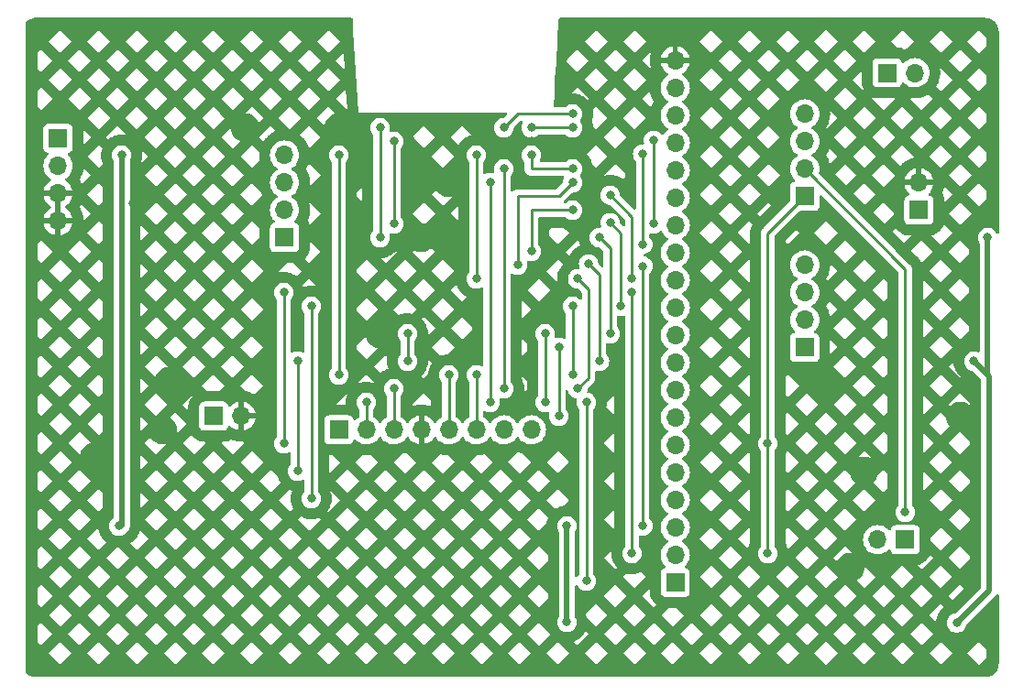
<source format=gbr>
%TF.GenerationSoftware,KiCad,Pcbnew,7.0.7*%
%TF.CreationDate,2023-09-28T16:33:32-05:00*%
%TF.ProjectId,CatLasers,4361744c-6173-4657-9273-2e6b69636164,rev?*%
%TF.SameCoordinates,Original*%
%TF.FileFunction,Copper,L2,Bot*%
%TF.FilePolarity,Positive*%
%FSLAX46Y46*%
G04 Gerber Fmt 4.6, Leading zero omitted, Abs format (unit mm)*
G04 Created by KiCad (PCBNEW 7.0.7) date 2023-09-28 16:33:32*
%MOMM*%
%LPD*%
G01*
G04 APERTURE LIST*
%TA.AperFunction,ComponentPad*%
%ADD10R,1.700000X1.700000*%
%TD*%
%TA.AperFunction,ComponentPad*%
%ADD11O,1.700000X1.700000*%
%TD*%
%TA.AperFunction,ViaPad*%
%ADD12C,0.800000*%
%TD*%
%TA.AperFunction,Conductor*%
%ADD13C,0.500000*%
%TD*%
%TA.AperFunction,Conductor*%
%ADD14C,0.250000*%
%TD*%
G04 APERTURE END LIST*
D10*
%TO.P,J9,1,Pin_1*%
%TO.N,unconnected-(J9-Pin_1-Pad1)*%
X117957500Y-49525000D03*
D11*
%TO.P,J9,2,Pin_2*%
%TO.N,unconnected-(J9-Pin_2-Pad2)*%
X117957500Y-46985000D03*
%TO.P,J9,3,Pin_3*%
%TO.N,/IR Emitter + Receiver/Rec_out*%
X117957500Y-44445000D03*
%TO.P,J9,4,Pin_4*%
%TO.N,/Buzzer/PWM*%
X117957500Y-41905000D03*
%TD*%
%TO.P,J8,2,Pin_2*%
%TO.N,/IR Emitter + Receiver/Vrec*%
X124700000Y-67310000D03*
D10*
%TO.P,J8,1,Pin_1*%
%TO.N,/IR Emitter + Receiver/RecSup*%
X127240000Y-67310000D03*
%TD*%
%TO.P,J7,1,Pin_1*%
%TO.N,18V*%
X49000000Y-30200000D03*
D11*
%TO.P,J7,2,Pin_2*%
%TO.N,3.3V*%
X49000000Y-32740000D03*
%TO.P,J7,3,Pin_3*%
%TO.N,GND*%
X49000000Y-35280000D03*
%TO.P,J7,4,Pin_4*%
X49000000Y-37820000D03*
%TD*%
D10*
%TO.P,J6,1,Pin_1*%
%TO.N,/IR Emitter + Receiver/Emit_Direct*%
X125577500Y-24135000D03*
D11*
%TO.P,J6,2,Pin_2*%
%TO.N,Net-(J6-Pin_2)*%
X128117500Y-24135000D03*
%TD*%
%TO.P,J5,20,Pin_20*%
%TO.N,GND*%
X106000000Y-22980000D03*
%TO.P,J5,19,Pin_19*%
%TO.N,Net-(J5-Pin_19)*%
X106000000Y-25520000D03*
%TO.P,J5,18,Pin_18*%
%TO.N,Net-(J5-Pin_18)*%
X106000000Y-28060000D03*
%TO.P,J5,17,Pin_17*%
%TO.N,Net-(J5-Pin_17)*%
X106000000Y-30600000D03*
%TO.P,J5,16,Pin_16*%
%TO.N,Net-(J5-Pin_16)*%
X106000000Y-33140000D03*
%TO.P,J5,15,Pin_15*%
%TO.N,Net-(J5-Pin_15)*%
X106000000Y-35680000D03*
%TO.P,J5,14,Pin_14*%
%TO.N,Net-(J5-Pin_14)*%
X106000000Y-38220000D03*
%TO.P,J5,13,Pin_13*%
%TO.N,Net-(J5-Pin_13)*%
X106000000Y-40760000D03*
%TO.P,J5,12,Pin_12*%
%TO.N,Net-(J5-Pin_12)*%
X106000000Y-43300000D03*
%TO.P,J5,11,Pin_11*%
%TO.N,Net-(J5-Pin_11)*%
X106000000Y-45840000D03*
%TO.P,J5,10,Pin_10*%
%TO.N,Net-(J5-Pin_10)*%
X106000000Y-48380000D03*
%TO.P,J5,9,Pin_9*%
%TO.N,Net-(J5-Pin_9)*%
X106000000Y-50920000D03*
%TO.P,J5,8,Pin_8*%
%TO.N,Net-(J5-Pin_8)*%
X106000000Y-53460000D03*
%TO.P,J5,7,Pin_7*%
%TO.N,Net-(J5-Pin_7)*%
X106000000Y-56000000D03*
%TO.P,J5,6,Pin_6*%
%TO.N,Net-(J5-Pin_6)*%
X106000000Y-58540000D03*
%TO.P,J5,5,Pin_5*%
%TO.N,Net-(J5-Pin_5)*%
X106000000Y-61080000D03*
%TO.P,J5,4,Pin_4*%
%TO.N,Net-(J5-Pin_4)*%
X106000000Y-63620000D03*
%TO.P,J5,3,Pin_3*%
%TO.N,Net-(J5-Pin_3)*%
X106000000Y-66160000D03*
%TO.P,J5,2,Pin_2*%
%TO.N,Net-(J5-Pin_2)*%
X106000000Y-68700000D03*
D10*
%TO.P,J5,1,Pin_1*%
%TO.N,Net-(J5-Pin_1)*%
X106000000Y-71240000D03*
%TD*%
%TO.P,J4,1,Pin_1*%
%TO.N,/IR Emitter + Receiver/Vsup*%
X117957500Y-35555000D03*
D11*
%TO.P,J4,2,Pin_2*%
%TO.N,/IR Emitter + Receiver/RecSup*%
X117957500Y-33015000D03*
%TO.P,J4,3,Pin_3*%
%TO.N,/IR Emitter + Receiver/Emit_Direct*%
X117957500Y-30475000D03*
%TO.P,J4,4,Pin_4*%
%TO.N,/IR Emitter + Receiver/Emit_MOS*%
X117957500Y-27935000D03*
%TD*%
D10*
%TO.P,J3,1,Pin_1*%
%TO.N,Net-(J3-Pin_1)*%
X69921500Y-39360000D03*
D11*
%TO.P,J3,2,Pin_2*%
%TO.N,Net-(J3-Pin_2)*%
X69921500Y-36820000D03*
%TO.P,J3,3,Pin_3*%
%TO.N,Net-(J3-Pin_3)*%
X69921500Y-34280000D03*
%TO.P,J3,4,Pin_4*%
%TO.N,Net-(J3-Pin_4)*%
X69921500Y-31740000D03*
%TD*%
D10*
%TO.P,J2,1,Pin_1*%
%TO.N,3.3V*%
X74930000Y-57150000D03*
D11*
%TO.P,J2,2,Pin_2*%
%TO.N,Net-(J2-Pin_2)*%
X77470000Y-57150000D03*
%TO.P,J2,3,Pin_3*%
%TO.N,Net-(J2-Pin_3)*%
X80010000Y-57150000D03*
%TO.P,J2,4,Pin_4*%
%TO.N,GND*%
X82550000Y-57150000D03*
%TO.P,J2,5,Pin_5*%
%TO.N,Net-(J2-Pin_5)*%
X85090000Y-57150000D03*
%TO.P,J2,6,Pin_6*%
%TO.N,Net-(J2-Pin_6)*%
X87630000Y-57150000D03*
%TO.P,J2,7,Pin_7*%
%TO.N,unconnected-(J2-Pin_7-Pad7)*%
X90170000Y-57150000D03*
%TO.P,J2,8,Pin_8*%
%TO.N,unconnected-(J2-Pin_8-Pad8)*%
X92710000Y-57150000D03*
%TD*%
D10*
%TO.P,J1,1,Pin_1*%
%TO.N,Net-(J1-Pin_1)*%
X128510000Y-36830000D03*
D11*
%TO.P,J1,2,Pin_2*%
%TO.N,GND*%
X128510000Y-34290000D03*
%TD*%
%TO.P,BT1,2,-*%
%TO.N,GND*%
X65920500Y-55880000D03*
D10*
%TO.P,BT1,1,+*%
%TO.N,/PowerSupply/VBatt*%
X63380500Y-55880000D03*
%TD*%
D12*
%TO.N,GND*%
X85090000Y-39370000D03*
X82550000Y-39370000D03*
X85090000Y-34290000D03*
X82550000Y-34290000D03*
X122160000Y-69850000D03*
%TO.N,18V*%
X133590000Y-50800000D03*
X132000000Y-75000000D03*
X96000000Y-74930000D03*
X134860000Y-39370000D03*
X96000000Y-66040000D03*
X54871500Y-31750000D03*
X54610000Y-66040000D03*
%TO.N,GND*%
X119620000Y-53340000D03*
X132320000Y-55880000D03*
X123430000Y-60960000D03*
%TO.N,/IR Emitter + Receiver/Vsup*%
X114540000Y-68580000D03*
X114540000Y-58420000D03*
%TO.N,GND*%
X55927500Y-36237500D03*
X66301500Y-29210000D03*
X58681500Y-57150000D03*
X52331500Y-59690000D03*
X92710000Y-30480000D03*
X78740000Y-48260000D03*
X74930000Y-29210000D03*
%TO.N,/IR Emitter + Receiver/RecSup*%
X127240000Y-64770000D03*
%TO.N,Net-(J5-Pin_19)*%
X78740000Y-39370000D03*
X78740000Y-29210000D03*
X90170000Y-29210000D03*
X96520000Y-27940000D03*
%TO.N,Net-(J5-Pin_18)*%
X80010000Y-38100000D03*
X80010000Y-30480000D03*
X92710000Y-29210000D03*
X96520000Y-29210000D03*
%TO.N,Net-(J5-Pin_17)*%
X87630000Y-43180000D03*
X87630000Y-31750000D03*
X92710000Y-31750000D03*
X96520000Y-33020000D03*
%TO.N,Net-(J5-Pin_16)*%
X91440000Y-41910000D03*
X96520000Y-34290000D03*
%TO.N,Net-(J5-Pin_15)*%
X92710000Y-40640000D03*
X96520000Y-36830000D03*
%TO.N,Net-(J5-Pin_1)*%
X97790000Y-71120000D03*
X97790000Y-54610000D03*
X93980000Y-48260000D03*
X93980000Y-54610000D03*
%TO.N,Net-(J5-Pin_7)*%
X95250000Y-49530000D03*
X95250000Y-55880000D03*
%TO.N,Net-(J5-Pin_6)*%
X69850000Y-44450000D03*
X69850000Y-58420000D03*
%TO.N,Net-(J5-Pin_5)*%
X71120000Y-50800000D03*
X81280000Y-50800000D03*
X81280000Y-48260000D03*
X71125000Y-60955000D03*
%TO.N,Net-(J5-Pin_4)*%
X72390000Y-63500000D03*
X72390000Y-45720000D03*
%TO.N,Net-(J2-Pin_6)*%
X96520000Y-52070000D03*
X96520000Y-45720000D03*
X87630000Y-52070000D03*
%TO.N,Net-(J2-Pin_2)*%
X77470000Y-54610000D03*
X88900000Y-54610000D03*
X88900000Y-34290000D03*
%TO.N,Net-(J2-Pin_3)*%
X80010000Y-53340000D03*
X90170000Y-53340000D03*
X90170000Y-33020000D03*
%TO.N,Net-(J2-Pin_5)*%
X85090000Y-52070000D03*
X74930000Y-52070000D03*
X74930000Y-31750000D03*
%TO.N,Net-(J5-Pin_2)*%
X102000000Y-68575000D03*
X102000000Y-44445000D03*
%TO.N,Net-(J5-Pin_3)*%
X103000000Y-66035000D03*
X103000000Y-42000000D03*
%TO.N,Net-(J5-Pin_8)*%
X97000000Y-53335000D03*
X97000000Y-43175000D03*
%TO.N,Net-(J5-Pin_9)*%
X99000000Y-50795000D03*
X98000000Y-41805000D03*
%TO.N,Net-(J5-Pin_10)*%
X100000000Y-48255000D03*
X99000000Y-39365000D03*
%TO.N,Net-(J5-Pin_11)*%
X100000000Y-37995000D03*
X101000000Y-45715000D03*
%TO.N,Net-(J5-Pin_12)*%
X102000000Y-43175000D03*
X100000000Y-35455000D03*
%TO.N,Net-(J5-Pin_13)*%
X103000000Y-40000000D03*
X103000000Y-31645000D03*
%TO.N,Net-(J5-Pin_14)*%
X104000000Y-30375000D03*
X104000000Y-38095000D03*
%TO.N,GND*%
X59243768Y-52645694D03*
%TD*%
D13*
%TO.N,18V*%
X135000000Y-52210000D02*
X134860000Y-52070000D01*
X132000000Y-75000000D02*
X135000000Y-72000000D01*
X135000000Y-72000000D02*
X135000000Y-52210000D01*
D14*
%TO.N,Net-(J5-Pin_3)*%
X103000000Y-66035000D02*
X103000000Y-42000000D01*
%TO.N,Net-(J5-Pin_2)*%
X102000000Y-68575000D02*
X102000000Y-44445000D01*
D13*
%TO.N,18V*%
X96000000Y-74930000D02*
X96000000Y-66040000D01*
D14*
%TO.N,Net-(J5-Pin_14)*%
X104000000Y-38095000D02*
X104000000Y-30375000D01*
%TO.N,Net-(J5-Pin_13)*%
X103000000Y-40000000D02*
X103000000Y-31645000D01*
%TO.N,Net-(J5-Pin_12)*%
X102000000Y-37455000D02*
X100000000Y-35455000D01*
X102000000Y-43175000D02*
X102000000Y-37455000D01*
%TO.N,Net-(J5-Pin_11)*%
X101000000Y-38995000D02*
X100000000Y-37995000D01*
X101000000Y-45715000D02*
X101000000Y-38995000D01*
%TO.N,Net-(J5-Pin_10)*%
X100000000Y-40365000D02*
X99000000Y-39365000D01*
X100000000Y-48255000D02*
X100000000Y-40365000D01*
%TO.N,Net-(J5-Pin_9)*%
X99000000Y-42805000D02*
X98000000Y-41805000D01*
X99000000Y-50795000D02*
X99000000Y-42805000D01*
%TO.N,Net-(J5-Pin_8)*%
X98000000Y-52335000D02*
X97000000Y-53335000D01*
X98000000Y-44175000D02*
X98000000Y-52335000D01*
X97000000Y-43175000D02*
X98000000Y-44175000D01*
D13*
%TO.N,18V*%
X134860000Y-52070000D02*
X133590000Y-50800000D01*
X134860000Y-52070000D02*
X134860000Y-39370000D01*
X54871500Y-31750000D02*
X54871500Y-66040000D01*
D14*
%TO.N,/IR Emitter + Receiver/Vsup*%
X114540000Y-38972500D02*
X117957500Y-35555000D01*
X114540000Y-58420000D02*
X114540000Y-38972500D01*
X114540000Y-58420000D02*
X114540000Y-68580000D01*
%TO.N,/IR Emitter + Receiver/RecSup*%
X127240000Y-42297500D02*
X117957500Y-33015000D01*
X127240000Y-64770000D02*
X127240000Y-42297500D01*
%TO.N,Net-(J5-Pin_19)*%
X78740000Y-29210000D02*
X78740000Y-39370000D01*
X91440000Y-27940000D02*
X90170000Y-29210000D01*
X96520000Y-27940000D02*
X91440000Y-27940000D01*
%TO.N,Net-(J5-Pin_18)*%
X80010000Y-30480000D02*
X80010000Y-38100000D01*
X96520000Y-29210000D02*
X92710000Y-29210000D01*
%TO.N,Net-(J5-Pin_17)*%
X87630000Y-43180000D02*
X87630000Y-31750000D01*
X92710000Y-33020000D02*
X92710000Y-31750000D01*
X96520000Y-33020000D02*
X92710000Y-33020000D01*
%TO.N,Net-(J5-Pin_16)*%
X91440000Y-35560000D02*
X91440000Y-41910000D01*
X95250000Y-35560000D02*
X91440000Y-35560000D01*
X96520000Y-34290000D02*
X95250000Y-35560000D01*
%TO.N,Net-(J5-Pin_15)*%
X96520000Y-36830000D02*
X92710000Y-36830000D01*
X92710000Y-36830000D02*
X92710000Y-40640000D01*
%TO.N,Net-(J2-Pin_2)*%
X88900000Y-34290000D02*
X88900000Y-54610000D01*
%TO.N,Net-(J5-Pin_1)*%
X97790000Y-54610000D02*
X97790000Y-71120000D01*
X93980000Y-48260000D02*
X93980000Y-54610000D01*
%TO.N,Net-(J5-Pin_7)*%
X95250000Y-55880000D02*
X95250000Y-49530000D01*
%TO.N,Net-(J5-Pin_6)*%
X69850000Y-58420000D02*
X69850000Y-44450000D01*
%TO.N,Net-(J5-Pin_5)*%
X71120000Y-60950000D02*
X71125000Y-60955000D01*
X71120000Y-50800000D02*
X71120000Y-60950000D01*
X81280000Y-48260000D02*
X81280000Y-50800000D01*
%TO.N,Net-(J5-Pin_4)*%
X72390000Y-63500000D02*
X72390000Y-45720000D01*
%TO.N,Net-(J2-Pin_6)*%
X87630000Y-52070000D02*
X87630000Y-57150000D01*
X96520000Y-45720000D02*
X96520000Y-52070000D01*
%TO.N,Net-(J2-Pin_2)*%
X77470000Y-54610000D02*
X77470000Y-57150000D01*
%TO.N,Net-(J2-Pin_3)*%
X80010000Y-53340000D02*
X80010000Y-57150000D01*
X90170000Y-33020000D02*
X90170000Y-53340000D01*
%TO.N,Net-(J2-Pin_5)*%
X85090000Y-52070000D02*
X85090000Y-57150000D01*
X74930000Y-31750000D02*
X74930000Y-52070000D01*
%TD*%
%TA.AperFunction,Conductor*%
%TO.N,GND*%
G36*
X49177510Y-35779507D02*
G01*
X49230314Y-35825261D01*
X49249999Y-35892301D01*
X49250000Y-36430000D01*
X49249999Y-37207698D01*
X49230314Y-37274738D01*
X49177510Y-37320492D01*
X49108353Y-37330436D01*
X49035764Y-37320000D01*
X49035763Y-37320000D01*
X48964237Y-37320000D01*
X48964233Y-37320000D01*
X48891645Y-37330436D01*
X48822487Y-37320492D01*
X48769684Y-37274736D01*
X48750000Y-37207698D01*
X48750000Y-35892301D01*
X48769685Y-35825262D01*
X48822489Y-35779507D01*
X48891647Y-35769563D01*
X48964237Y-35780000D01*
X48964238Y-35780000D01*
X49035762Y-35780000D01*
X49035763Y-35780000D01*
X49108352Y-35769563D01*
X49177510Y-35779507D01*
G37*
%TD.AperFunction*%
%TA.AperFunction,Conductor*%
G36*
X76150252Y-19069685D02*
G01*
X76196007Y-19122489D01*
X76206990Y-19166576D01*
X76276303Y-20322441D01*
X76724999Y-27804999D01*
X76725000Y-27805000D01*
X90391047Y-27805000D01*
X90458086Y-27824685D01*
X90503841Y-27877489D01*
X90513785Y-27946647D01*
X90484760Y-28010203D01*
X90478728Y-28016681D01*
X90222228Y-28273181D01*
X90160905Y-28306666D01*
X90134547Y-28309500D01*
X90075354Y-28309500D01*
X90042897Y-28316398D01*
X89890197Y-28348855D01*
X89890192Y-28348857D01*
X89717270Y-28425848D01*
X89717265Y-28425851D01*
X89564129Y-28537111D01*
X89437466Y-28677785D01*
X89342821Y-28841715D01*
X89342818Y-28841722D01*
X89287878Y-29010811D01*
X89284326Y-29021744D01*
X89264540Y-29210000D01*
X89284326Y-29398256D01*
X89284327Y-29398259D01*
X89342818Y-29578277D01*
X89342821Y-29578284D01*
X89437467Y-29742216D01*
X89539185Y-29855185D01*
X89564129Y-29882888D01*
X89717265Y-29994148D01*
X89717270Y-29994151D01*
X89890192Y-30071142D01*
X89890197Y-30071144D01*
X90075354Y-30110500D01*
X90075355Y-30110500D01*
X90264644Y-30110500D01*
X90264646Y-30110500D01*
X90449803Y-30071144D01*
X90622730Y-29994151D01*
X90775871Y-29882888D01*
X90902533Y-29742216D01*
X90997179Y-29578284D01*
X91055674Y-29398256D01*
X91073321Y-29230344D01*
X91099904Y-29165734D01*
X91108950Y-29155639D01*
X91662771Y-28601819D01*
X91724095Y-28568334D01*
X91750453Y-28565500D01*
X91827520Y-28565500D01*
X91894559Y-28585185D01*
X91940314Y-28637989D01*
X91950258Y-28707147D01*
X91934907Y-28751500D01*
X91882821Y-28841715D01*
X91882818Y-28841722D01*
X91827878Y-29010811D01*
X91824326Y-29021744D01*
X91804540Y-29210000D01*
X91824326Y-29398256D01*
X91824327Y-29398259D01*
X91882818Y-29578277D01*
X91882821Y-29578284D01*
X91977467Y-29742216D01*
X92079185Y-29855185D01*
X92104129Y-29882888D01*
X92257265Y-29994148D01*
X92257270Y-29994151D01*
X92430192Y-30071142D01*
X92430197Y-30071144D01*
X92615354Y-30110500D01*
X92615355Y-30110500D01*
X92804644Y-30110500D01*
X92804646Y-30110500D01*
X92989803Y-30071144D01*
X93162730Y-29994151D01*
X93315871Y-29882888D01*
X93318788Y-29879647D01*
X93321600Y-29876526D01*
X93381087Y-29839879D01*
X93413748Y-29835500D01*
X95816252Y-29835500D01*
X95883291Y-29855185D01*
X95908400Y-29876526D01*
X95914126Y-29882885D01*
X95914130Y-29882889D01*
X96067265Y-29994148D01*
X96067270Y-29994151D01*
X96240192Y-30071142D01*
X96240197Y-30071144D01*
X96425354Y-30110500D01*
X96425355Y-30110500D01*
X96614644Y-30110500D01*
X96614646Y-30110500D01*
X96791607Y-30072886D01*
X99414878Y-30072886D01*
X100476953Y-31134961D01*
X101539027Y-30072886D01*
X100476953Y-29010812D01*
X99414878Y-30072886D01*
X96791607Y-30072886D01*
X96799803Y-30071144D01*
X96972730Y-29994151D01*
X97125871Y-29882888D01*
X97252533Y-29742216D01*
X97347179Y-29578284D01*
X97405674Y-29398256D01*
X97425460Y-29210000D01*
X97405674Y-29021744D01*
X97347179Y-28841716D01*
X97252533Y-28677784D01*
X97234693Y-28657971D01*
X97204464Y-28594981D01*
X97206950Y-28575000D01*
X98309876Y-28575000D01*
X98363409Y-28739753D01*
X98364331Y-28742866D01*
X98375341Y-28783957D01*
X98376099Y-28787115D01*
X98387641Y-28841426D01*
X98388232Y-28844616D01*
X98394882Y-28886605D01*
X98395305Y-28889823D01*
X98414506Y-29072515D01*
X98709185Y-29367194D01*
X99771260Y-28305119D01*
X101182645Y-28305119D01*
X102244720Y-29367194D01*
X103306794Y-28305119D01*
X102244720Y-27243045D01*
X101182645Y-28305119D01*
X99771260Y-28305119D01*
X98709185Y-27243044D01*
X98386442Y-27565787D01*
X98387641Y-27571426D01*
X98388232Y-27574616D01*
X98394881Y-27616605D01*
X98395305Y-27619823D01*
X98420894Y-27863291D01*
X98421149Y-27866527D01*
X98423375Y-27908994D01*
X98423460Y-27912240D01*
X98423460Y-27967760D01*
X98423375Y-27971006D01*
X98421149Y-28013473D01*
X98420894Y-28016709D01*
X98395305Y-28260177D01*
X98394881Y-28263395D01*
X98388232Y-28305384D01*
X98387641Y-28308574D01*
X98376099Y-28362885D01*
X98375341Y-28366043D01*
X98364331Y-28407134D01*
X98363409Y-28410247D01*
X98309876Y-28575000D01*
X97206950Y-28575000D01*
X97213089Y-28525646D01*
X97234694Y-28492028D01*
X97252533Y-28472216D01*
X97347179Y-28308284D01*
X97405674Y-28128256D01*
X97425460Y-27940000D01*
X97405674Y-27751744D01*
X97347179Y-27571716D01*
X97252533Y-27407784D01*
X97125871Y-27267112D01*
X97125870Y-27267111D01*
X96972734Y-27155851D01*
X96972729Y-27155848D01*
X96799807Y-27078857D01*
X96799802Y-27078855D01*
X96654001Y-27047865D01*
X96614646Y-27039500D01*
X96425354Y-27039500D01*
X96392897Y-27046398D01*
X96240197Y-27078855D01*
X96240192Y-27078857D01*
X96067270Y-27155848D01*
X96067265Y-27155851D01*
X95914130Y-27267110D01*
X95914126Y-27267114D01*
X95908400Y-27273474D01*
X95848913Y-27310121D01*
X95816252Y-27314500D01*
X94886072Y-27314500D01*
X94819033Y-27294815D01*
X94773278Y-27242011D01*
X94762294Y-27183078D01*
X94830681Y-26042648D01*
X96374047Y-26042648D01*
X96394338Y-26041585D01*
X96397584Y-26041500D01*
X96642416Y-26041500D01*
X96645662Y-26041585D01*
X96688146Y-26043812D01*
X96691385Y-26044067D01*
X96746601Y-26049874D01*
X96749816Y-26050297D01*
X96791800Y-26056947D01*
X96794992Y-26057538D01*
X97034447Y-26108435D01*
X97037604Y-26109193D01*
X97078672Y-26120197D01*
X97081783Y-26121118D01*
X97134591Y-26138275D01*
X97137654Y-26139359D01*
X97177367Y-26154604D01*
X97180367Y-26155847D01*
X97404010Y-26255421D01*
X97406938Y-26256818D01*
X97444810Y-26276113D01*
X97447664Y-26277662D01*
X97495748Y-26305422D01*
X97498516Y-26307118D01*
X97534196Y-26330287D01*
X97536873Y-26332127D01*
X97734940Y-26476030D01*
X97737517Y-26478007D01*
X97770562Y-26504768D01*
X97773029Y-26506875D01*
X97814290Y-26544025D01*
X97816645Y-26546261D01*
X97846717Y-26576333D01*
X97848952Y-26578687D01*
X97902589Y-26638257D01*
X98003493Y-26537352D01*
X99414878Y-26537352D01*
X100476953Y-27599427D01*
X101539027Y-26537352D01*
X102950411Y-26537352D01*
X103759776Y-27346717D01*
X103768442Y-27314377D01*
X103779919Y-27277977D01*
X103796671Y-27231961D01*
X103811258Y-27196744D01*
X103931820Y-26938202D01*
X103949435Y-26904365D01*
X103973919Y-26861960D01*
X103994408Y-26829798D01*
X104022274Y-26790000D01*
X103994404Y-26750198D01*
X103973903Y-26718018D01*
X103949420Y-26675607D01*
X103931815Y-26641788D01*
X103811258Y-26383256D01*
X103796671Y-26348039D01*
X103779919Y-26302023D01*
X103768442Y-26265623D01*
X103694605Y-25990053D01*
X103686349Y-25952811D01*
X103677846Y-25904587D01*
X103672869Y-25866779D01*
X103668694Y-25819069D01*
X102950411Y-26537352D01*
X101539027Y-26537352D01*
X100476952Y-25475277D01*
X99414878Y-26537352D01*
X98003493Y-26537352D01*
X96941418Y-25475277D01*
X96374047Y-26042648D01*
X94830681Y-26042648D01*
X94907021Y-24769586D01*
X97647110Y-24769586D01*
X98709185Y-25831661D01*
X99771261Y-24769586D01*
X101182645Y-24769586D01*
X102244720Y-25831661D01*
X103306794Y-24769586D01*
X102244720Y-23707511D01*
X101182645Y-24769586D01*
X99771261Y-24769586D01*
X98709186Y-23707511D01*
X97647110Y-24769586D01*
X94907021Y-24769586D01*
X95000037Y-23218430D01*
X95005475Y-23127742D01*
X96005267Y-23127742D01*
X96941419Y-24063894D01*
X98003494Y-23001819D01*
X99414878Y-23001819D01*
X100476952Y-24063894D01*
X101539028Y-23001819D01*
X102950411Y-23001819D01*
X103829253Y-23880660D01*
X103811731Y-23843083D01*
X103797143Y-23807867D01*
X103780392Y-23761852D01*
X103768915Y-23725455D01*
X103644281Y-23260318D01*
X103642439Y-23204033D01*
X103687002Y-22979999D01*
X103642439Y-22755967D01*
X103644281Y-22699682D01*
X103768915Y-22234545D01*
X103780392Y-22198148D01*
X103795451Y-22156779D01*
X102950411Y-23001819D01*
X101539028Y-23001819D01*
X100476953Y-21939744D01*
X99414878Y-23001819D01*
X98003494Y-23001819D01*
X96941418Y-21939743D01*
X96021332Y-22859829D01*
X96005267Y-23127742D01*
X95005475Y-23127742D01*
X95119031Y-21234051D01*
X97647111Y-21234051D01*
X98709186Y-22296127D01*
X99771261Y-21234052D01*
X101182644Y-21234052D01*
X102244720Y-22296127D01*
X103306795Y-21234051D01*
X108253713Y-21234051D01*
X109315788Y-22296127D01*
X110377863Y-21234052D01*
X111789247Y-21234052D01*
X112851322Y-22296127D01*
X113913397Y-21234051D01*
X115324781Y-21234051D01*
X116386856Y-22296126D01*
X117448930Y-21234052D01*
X118860314Y-21234052D01*
X119922390Y-22296127D01*
X120984464Y-21234052D01*
X122395849Y-21234052D01*
X123457923Y-22296127D01*
X124519999Y-21234052D01*
X125931383Y-21234052D01*
X126483831Y-21786500D01*
X126490410Y-21786500D01*
X126513834Y-21787128D01*
X126543836Y-21788738D01*
X126567136Y-21790614D01*
X126674600Y-21802169D01*
X126678435Y-21802702D01*
X126728438Y-21811263D01*
X126732234Y-21812036D01*
X126796715Y-21827271D01*
X126800455Y-21828279D01*
X126849026Y-21843012D01*
X126852696Y-21844252D01*
X127054076Y-21919361D01*
X127058167Y-21921055D01*
X127110932Y-21945153D01*
X127114891Y-21947134D01*
X127178214Y-21981711D01*
X127254244Y-21946258D01*
X127289461Y-21931671D01*
X127335477Y-21914919D01*
X127371877Y-21903442D01*
X127391363Y-21898220D01*
X128055532Y-21234051D01*
X129466916Y-21234051D01*
X130528991Y-22296126D01*
X131591065Y-21234052D01*
X133002450Y-21234052D01*
X134064524Y-22296126D01*
X134766000Y-21594651D01*
X134766000Y-20873451D01*
X134066548Y-20174000D01*
X134062502Y-20174000D01*
X133002450Y-21234052D01*
X131591065Y-21234052D01*
X131591066Y-21234051D01*
X130531014Y-20174000D01*
X130526968Y-20174000D01*
X129466916Y-21234051D01*
X128055532Y-21234051D01*
X126995481Y-20174000D01*
X126991435Y-20174000D01*
X125931383Y-21234052D01*
X124519999Y-21234052D01*
X123459947Y-20174000D01*
X123455901Y-20174000D01*
X122395849Y-21234052D01*
X120984464Y-21234052D01*
X120984465Y-21234051D01*
X119924413Y-20174000D01*
X119920367Y-20174000D01*
X118860314Y-21234052D01*
X117448930Y-21234052D01*
X116388879Y-20174000D01*
X116384833Y-20174000D01*
X115324781Y-21234051D01*
X113913397Y-21234051D01*
X112853345Y-20174000D01*
X112849299Y-20174000D01*
X111789247Y-21234052D01*
X110377863Y-21234052D01*
X109317811Y-20174000D01*
X109313765Y-20174000D01*
X108253713Y-21234051D01*
X103306795Y-21234051D01*
X102246743Y-20174000D01*
X102242697Y-20174000D01*
X101182644Y-21234052D01*
X99771261Y-21234052D01*
X98711209Y-20174000D01*
X98707163Y-20174000D01*
X97647111Y-21234051D01*
X95119031Y-21234051D01*
X95243009Y-19166576D01*
X95266671Y-19100837D01*
X95322120Y-19058325D01*
X95366787Y-19050000D01*
X131981045Y-19050000D01*
X134568150Y-19050489D01*
X134568187Y-19050500D01*
X134617562Y-19050500D01*
X134622426Y-19050690D01*
X134676977Y-19054984D01*
X134817579Y-19067285D01*
X134835696Y-19070235D01*
X134916020Y-19089520D01*
X134958254Y-19100837D01*
X135026713Y-19119181D01*
X135034400Y-19121790D01*
X135071685Y-19137233D01*
X135120959Y-19157643D01*
X135219955Y-19203806D01*
X135226154Y-19207136D01*
X135306778Y-19256543D01*
X135309926Y-19258608D01*
X135396606Y-19319302D01*
X135401285Y-19322924D01*
X135473840Y-19384892D01*
X135477389Y-19388173D01*
X135551824Y-19462608D01*
X135555109Y-19466162D01*
X135617070Y-19538708D01*
X135620707Y-19543406D01*
X135681385Y-19630064D01*
X135683462Y-19633231D01*
X135732862Y-19713845D01*
X135736192Y-19720042D01*
X135782358Y-19819043D01*
X135818208Y-19905598D01*
X135820817Y-19913284D01*
X135850485Y-20024002D01*
X135869760Y-20104290D01*
X135872714Y-20122429D01*
X135885020Y-20263083D01*
X135889309Y-20317575D01*
X135889500Y-20322441D01*
X135889500Y-38889372D01*
X135869815Y-38956411D01*
X135817011Y-39002166D01*
X135747853Y-39012110D01*
X135684297Y-38983085D01*
X135658113Y-38951372D01*
X135627202Y-38897833D01*
X135592533Y-38837784D01*
X135465871Y-38697112D01*
X135458988Y-38692111D01*
X135312734Y-38585851D01*
X135312729Y-38585848D01*
X135139807Y-38508857D01*
X135139802Y-38508855D01*
X134994001Y-38477865D01*
X134954646Y-38469500D01*
X134765354Y-38469500D01*
X134732897Y-38476398D01*
X134580197Y-38508855D01*
X134580192Y-38508857D01*
X134407270Y-38585848D01*
X134407265Y-38585851D01*
X134254129Y-38697111D01*
X134127466Y-38837785D01*
X134032821Y-39001715D01*
X134032818Y-39001722D01*
X133975584Y-39177872D01*
X133974326Y-39181744D01*
X133963689Y-39282951D01*
X133955066Y-39365000D01*
X133954540Y-39370000D01*
X133974326Y-39558256D01*
X133974327Y-39558259D01*
X134032818Y-39738277D01*
X134032821Y-39738284D01*
X134092887Y-39842321D01*
X134109500Y-39904321D01*
X134109500Y-49854633D01*
X134089815Y-49921672D01*
X134037011Y-49967427D01*
X133967853Y-49977371D01*
X133935064Y-49967912D01*
X133869807Y-49938857D01*
X133869802Y-49938855D01*
X133724000Y-49907865D01*
X133684646Y-49899500D01*
X133495354Y-49899500D01*
X133462897Y-49906398D01*
X133310197Y-49938855D01*
X133310192Y-49938857D01*
X133137270Y-50015848D01*
X133137265Y-50015851D01*
X132984129Y-50127111D01*
X132857466Y-50267785D01*
X132762821Y-50431715D01*
X132762818Y-50431722D01*
X132704327Y-50611740D01*
X132704326Y-50611744D01*
X132687799Y-50768994D01*
X132685066Y-50795000D01*
X132684540Y-50800000D01*
X132704326Y-50988256D01*
X132704327Y-50988259D01*
X132762818Y-51168277D01*
X132762821Y-51168284D01*
X132857467Y-51332216D01*
X132915899Y-51397111D01*
X132984129Y-51472888D01*
X133137265Y-51584148D01*
X133137270Y-51584151D01*
X133310191Y-51661142D01*
X133310194Y-51661142D01*
X133310197Y-51661144D01*
X133341757Y-51667852D01*
X133375329Y-51674988D01*
X133436811Y-51708180D01*
X133437230Y-51708597D01*
X134213181Y-52484548D01*
X134246666Y-52545871D01*
X134249500Y-52572229D01*
X134249500Y-71637769D01*
X134229815Y-71704808D01*
X134213181Y-71725450D01*
X131847228Y-74091402D01*
X131785905Y-74124887D01*
X131785329Y-74125011D01*
X131720196Y-74138856D01*
X131720192Y-74138857D01*
X131547270Y-74215848D01*
X131547265Y-74215851D01*
X131394129Y-74327111D01*
X131267466Y-74467785D01*
X131172821Y-74631715D01*
X131172818Y-74631722D01*
X131114327Y-74811740D01*
X131114326Y-74811744D01*
X131094540Y-75000000D01*
X131114326Y-75188256D01*
X131114327Y-75188259D01*
X131172818Y-75368277D01*
X131172821Y-75368284D01*
X131267467Y-75532216D01*
X131331101Y-75602888D01*
X131394129Y-75672888D01*
X131547265Y-75784148D01*
X131547270Y-75784151D01*
X131720192Y-75861142D01*
X131720197Y-75861144D01*
X131905354Y-75900500D01*
X131905355Y-75900500D01*
X132094644Y-75900500D01*
X132094646Y-75900500D01*
X132279803Y-75861144D01*
X132452730Y-75784151D01*
X132605871Y-75672888D01*
X132732533Y-75532216D01*
X132827179Y-75368284D01*
X132882522Y-75197955D01*
X132912769Y-75148597D01*
X135485638Y-72575727D01*
X135499267Y-72563950D01*
X135518530Y-72549610D01*
X135518532Y-72549606D01*
X135518534Y-72549606D01*
X135547400Y-72515203D01*
X135552113Y-72509585D01*
X135555767Y-72505599D01*
X135561591Y-72499776D01*
X135581930Y-72474052D01*
X135631302Y-72415214D01*
X135631306Y-72415205D01*
X135635274Y-72409175D01*
X135635325Y-72409208D01*
X135639372Y-72402856D01*
X135639320Y-72402824D01*
X135643110Y-72396679D01*
X135653117Y-72375219D01*
X135699289Y-72322779D01*
X135766482Y-72303626D01*
X135833364Y-72323841D01*
X135878699Y-72377006D01*
X135889500Y-72427622D01*
X135889500Y-78737558D01*
X135889309Y-78742424D01*
X135885020Y-78796916D01*
X135872714Y-78937569D01*
X135869760Y-78955707D01*
X135850485Y-79035997D01*
X135820817Y-79146714D01*
X135818208Y-79154399D01*
X135782358Y-79240956D01*
X135736192Y-79339956D01*
X135732862Y-79346153D01*
X135683462Y-79426767D01*
X135681385Y-79429934D01*
X135620707Y-79516592D01*
X135617062Y-79521300D01*
X135555118Y-79593827D01*
X135551812Y-79597403D01*
X135477403Y-79671812D01*
X135473827Y-79675118D01*
X135401300Y-79737062D01*
X135396592Y-79740707D01*
X135309934Y-79801385D01*
X135306767Y-79803462D01*
X135226153Y-79852862D01*
X135219956Y-79856192D01*
X135120956Y-79902358D01*
X135034399Y-79938208D01*
X135026714Y-79940817D01*
X134915997Y-79970485D01*
X134835707Y-79989760D01*
X134817569Y-79992714D01*
X134676916Y-80005020D01*
X134622425Y-80009309D01*
X134617559Y-80009500D01*
X46992441Y-80009500D01*
X46987575Y-80009309D01*
X46933083Y-80005020D01*
X46792429Y-79992714D01*
X46774290Y-79989760D01*
X46694002Y-79970485D01*
X46583284Y-79940817D01*
X46575598Y-79938208D01*
X46489043Y-79902358D01*
X46390042Y-79856192D01*
X46383845Y-79852862D01*
X46303231Y-79803462D01*
X46300064Y-79801385D01*
X46267182Y-79778361D01*
X46213399Y-79740702D01*
X46208708Y-79737070D01*
X46136162Y-79675109D01*
X46132608Y-79671824D01*
X46058172Y-79597388D01*
X46054881Y-79593827D01*
X46053214Y-79591876D01*
X46049704Y-79587764D01*
X46021138Y-79524001D01*
X46020000Y-79507240D01*
X46020000Y-77802594D01*
X48149636Y-77802594D01*
X49211711Y-78864668D01*
X50273786Y-77802594D01*
X51685171Y-77802594D01*
X52747245Y-78864668D01*
X53809320Y-77802594D01*
X55220704Y-77802594D01*
X56282779Y-78864668D01*
X57344854Y-77802594D01*
X58756238Y-77802594D01*
X59818313Y-78864668D01*
X60880388Y-77802594D01*
X62291771Y-77802594D01*
X63353846Y-78864669D01*
X64415921Y-77802594D01*
X65827306Y-77802594D01*
X66889381Y-78864669D01*
X67951456Y-77802594D01*
X67951455Y-77802593D01*
X69362840Y-77802593D01*
X70424915Y-78864669D01*
X71486989Y-77802594D01*
X72898374Y-77802594D01*
X73960449Y-78864669D01*
X75022524Y-77802594D01*
X76433908Y-77802594D01*
X77495983Y-78864668D01*
X78558057Y-77802594D01*
X79969442Y-77802594D01*
X81031517Y-78864669D01*
X82093592Y-77802594D01*
X83504976Y-77802594D01*
X84567051Y-78864668D01*
X85629126Y-77802594D01*
X87040509Y-77802594D01*
X88102584Y-78864668D01*
X89164659Y-77802594D01*
X90576043Y-77802594D01*
X91638118Y-78864668D01*
X92700192Y-77802594D01*
X94111577Y-77802594D01*
X95173652Y-78864668D01*
X96235727Y-77802594D01*
X97647111Y-77802594D01*
X98709186Y-78864669D01*
X99771259Y-77802594D01*
X101182645Y-77802594D01*
X102244720Y-78864668D01*
X103306795Y-77802594D01*
X104718179Y-77802594D01*
X105780253Y-78864669D01*
X106842329Y-77802594D01*
X108253712Y-77802594D01*
X109315788Y-78864668D01*
X110377863Y-77802594D01*
X111789247Y-77802594D01*
X112851322Y-78864669D01*
X113913397Y-77802594D01*
X115324781Y-77802594D01*
X116386856Y-78864669D01*
X117448930Y-77802594D01*
X118860315Y-77802594D01*
X119922390Y-78864669D01*
X120984465Y-77802594D01*
X122395849Y-77802594D01*
X123457924Y-78864669D01*
X124519997Y-77802594D01*
X125931382Y-77802594D01*
X126993457Y-78864668D01*
X128055532Y-77802594D01*
X129466916Y-77802594D01*
X130528991Y-78864668D01*
X131591065Y-77802594D01*
X133002450Y-77802594D01*
X134064524Y-78864668D01*
X134766000Y-78163193D01*
X134766000Y-77441994D01*
X134064524Y-76740519D01*
X133002450Y-77802594D01*
X131591065Y-77802594D01*
X130528991Y-76740519D01*
X129466916Y-77802594D01*
X128055532Y-77802594D01*
X126993457Y-76740519D01*
X125931382Y-77802594D01*
X124519997Y-77802594D01*
X124519998Y-77802593D01*
X123457924Y-76740519D01*
X122395849Y-77802594D01*
X120984465Y-77802594D01*
X119922390Y-76740519D01*
X118860315Y-77802594D01*
X117448930Y-77802594D01*
X116386856Y-76740519D01*
X115324781Y-77802594D01*
X113913397Y-77802594D01*
X112851322Y-76740519D01*
X111789247Y-77802594D01*
X110377863Y-77802594D01*
X109315788Y-76740519D01*
X108253712Y-77802594D01*
X106842329Y-77802594D01*
X105780254Y-76740519D01*
X104718179Y-77802594D01*
X103306795Y-77802594D01*
X102244720Y-76740519D01*
X101182645Y-77802594D01*
X99771259Y-77802594D01*
X99771260Y-77802593D01*
X98709186Y-76740519D01*
X97647111Y-77802594D01*
X96235727Y-77802594D01*
X95174262Y-76741129D01*
X96585646Y-76741129D01*
X96941419Y-77096902D01*
X98003494Y-76034827D01*
X99414878Y-76034827D01*
X100476952Y-77096902D01*
X101539028Y-76034827D01*
X102950412Y-76034827D01*
X104012487Y-77096902D01*
X105074562Y-76034827D01*
X106485946Y-76034827D01*
X107548020Y-77096902D01*
X108610096Y-76034827D01*
X110021480Y-76034827D01*
X111083555Y-77096902D01*
X112145630Y-76034827D01*
X113557014Y-76034827D01*
X114619088Y-77096902D01*
X115681164Y-76034827D01*
X117092548Y-76034827D01*
X118154623Y-77096902D01*
X119216697Y-76034827D01*
X120628081Y-76034827D01*
X121690156Y-77096902D01*
X122752232Y-76034827D01*
X124163616Y-76034827D01*
X125225690Y-77096901D01*
X126287765Y-76034827D01*
X127699150Y-76034827D01*
X128761224Y-77096901D01*
X129823299Y-76034827D01*
X128761224Y-74972752D01*
X127699150Y-76034827D01*
X126287765Y-76034827D01*
X125225690Y-74972752D01*
X124163616Y-76034827D01*
X122752232Y-76034827D01*
X121690157Y-74972752D01*
X120628081Y-76034827D01*
X119216697Y-76034827D01*
X119216698Y-76034826D01*
X118154623Y-74972752D01*
X117092548Y-76034827D01*
X115681164Y-76034827D01*
X114619089Y-74972752D01*
X113557014Y-76034827D01*
X112145630Y-76034827D01*
X111083555Y-74972752D01*
X110021480Y-76034827D01*
X108610096Y-76034827D01*
X107548021Y-74972752D01*
X106485946Y-76034827D01*
X105074562Y-76034827D01*
X104012487Y-74972752D01*
X102950412Y-76034827D01*
X101539028Y-76034827D01*
X100476953Y-74972752D01*
X99414878Y-76034827D01*
X98003494Y-76034827D01*
X97717755Y-75749088D01*
X97706896Y-75770398D01*
X97705348Y-75773250D01*
X97582945Y-75985261D01*
X97581248Y-75988029D01*
X97558080Y-76023704D01*
X97556240Y-76026381D01*
X97523603Y-76071299D01*
X97521627Y-76073874D01*
X97494870Y-76106915D01*
X97492763Y-76109382D01*
X97328952Y-76291313D01*
X97326717Y-76293667D01*
X97296645Y-76323739D01*
X97294290Y-76325975D01*
X97253029Y-76363125D01*
X97250562Y-76365232D01*
X97217517Y-76391993D01*
X97214940Y-76393970D01*
X97016873Y-76537873D01*
X97014196Y-76539713D01*
X96978516Y-76562882D01*
X96975748Y-76564578D01*
X96927664Y-76592338D01*
X96924810Y-76593887D01*
X96886938Y-76613182D01*
X96884010Y-76614579D01*
X96660367Y-76714153D01*
X96657367Y-76715396D01*
X96617654Y-76730641D01*
X96614591Y-76731725D01*
X96585646Y-76741129D01*
X95174262Y-76741129D01*
X95173652Y-76740519D01*
X94111577Y-77802594D01*
X92700192Y-77802594D01*
X91638118Y-76740519D01*
X90576043Y-77802594D01*
X89164659Y-77802594D01*
X88102584Y-76740519D01*
X87040509Y-77802594D01*
X85629126Y-77802594D01*
X84567051Y-76740519D01*
X83504976Y-77802594D01*
X82093592Y-77802594D01*
X81031517Y-76740519D01*
X79969442Y-77802594D01*
X78558057Y-77802594D01*
X78558058Y-77802593D01*
X77495983Y-76740519D01*
X76433908Y-77802594D01*
X75022524Y-77802594D01*
X73960448Y-76740519D01*
X72898374Y-77802594D01*
X71486989Y-77802594D01*
X70424915Y-76740519D01*
X69362840Y-77802593D01*
X67951455Y-77802593D01*
X66889380Y-76740519D01*
X65827306Y-77802594D01*
X64415921Y-77802594D01*
X63353847Y-76740519D01*
X62291771Y-77802594D01*
X60880388Y-77802594D01*
X59818312Y-76740519D01*
X58756238Y-77802594D01*
X57344854Y-77802594D01*
X56282779Y-76740519D01*
X55220704Y-77802594D01*
X53809320Y-77802594D01*
X52747245Y-76740519D01*
X51685171Y-77802594D01*
X50273786Y-77802594D01*
X49211711Y-76740519D01*
X48149636Y-77802594D01*
X46020000Y-77802594D01*
X46020000Y-76796957D01*
X47144000Y-76796957D01*
X47443945Y-77096902D01*
X48506020Y-76034827D01*
X49917403Y-76034827D01*
X50979478Y-77096901D01*
X52041553Y-76034827D01*
X53452937Y-76034827D01*
X54515012Y-77096901D01*
X55577087Y-76034827D01*
X56988471Y-76034827D01*
X58050546Y-77096901D01*
X59112620Y-76034827D01*
X60524004Y-76034827D01*
X61586080Y-77096902D01*
X62648155Y-76034827D01*
X64059539Y-76034827D01*
X65121614Y-77096902D01*
X66183688Y-76034827D01*
X67595073Y-76034827D01*
X68657148Y-77096902D01*
X69719223Y-76034827D01*
X71130607Y-76034827D01*
X72192682Y-77096902D01*
X73254756Y-76034827D01*
X74666140Y-76034827D01*
X75728216Y-77096902D01*
X76790291Y-76034827D01*
X78201675Y-76034827D01*
X79263750Y-77096902D01*
X80325825Y-76034827D01*
X81737209Y-76034827D01*
X82799284Y-77096902D01*
X83861359Y-76034827D01*
X85272743Y-76034827D01*
X86334817Y-77096901D01*
X87396892Y-76034827D01*
X88808277Y-76034827D01*
X89870351Y-77096901D01*
X90932425Y-76034827D01*
X92343810Y-76034827D01*
X93405884Y-77096901D01*
X94457497Y-76045288D01*
X94443760Y-76026381D01*
X94441920Y-76023704D01*
X94418752Y-75988030D01*
X94417056Y-75985262D01*
X94415227Y-75982094D01*
X93405885Y-74972752D01*
X92343810Y-76034827D01*
X90932425Y-76034827D01*
X90932426Y-76034826D01*
X89870351Y-74972752D01*
X88808277Y-76034827D01*
X87396892Y-76034827D01*
X86334817Y-74972752D01*
X85272743Y-76034827D01*
X83861359Y-76034827D01*
X82799284Y-74972752D01*
X81737209Y-76034827D01*
X80325825Y-76034827D01*
X79263750Y-74972752D01*
X78201675Y-76034827D01*
X76790291Y-76034827D01*
X75728216Y-74972752D01*
X74666140Y-76034827D01*
X73254756Y-76034827D01*
X72192682Y-74972752D01*
X71130607Y-76034827D01*
X69719223Y-76034827D01*
X68657148Y-74972752D01*
X67595073Y-76034827D01*
X66183688Y-76034827D01*
X65121614Y-74972752D01*
X64059539Y-76034827D01*
X62648155Y-76034827D01*
X61586080Y-74972752D01*
X60524004Y-76034827D01*
X59112620Y-76034827D01*
X58050546Y-74972752D01*
X56988471Y-76034827D01*
X55577087Y-76034827D01*
X54515012Y-74972752D01*
X53452937Y-76034827D01*
X52041553Y-76034827D01*
X50979478Y-74972752D01*
X49917403Y-76034827D01*
X48506020Y-76034827D01*
X47443945Y-74972752D01*
X47144000Y-75272697D01*
X47144000Y-76796957D01*
X46020000Y-76796957D01*
X46020000Y-74267060D01*
X48149637Y-74267060D01*
X49211711Y-75329134D01*
X50273786Y-74267060D01*
X51685171Y-74267060D01*
X52747245Y-75329134D01*
X53809320Y-74267060D01*
X55220704Y-74267060D01*
X56282779Y-75329134D01*
X57344854Y-74267060D01*
X58756238Y-74267060D01*
X59818312Y-75329135D01*
X60880388Y-74267060D01*
X62291772Y-74267060D01*
X63353847Y-75329135D01*
X64415922Y-74267060D01*
X65827306Y-74267060D01*
X66889380Y-75329135D01*
X67951456Y-74267060D01*
X69362840Y-74267060D01*
X70424915Y-75329135D01*
X71486990Y-74267060D01*
X72898374Y-74267060D01*
X73960448Y-75329135D01*
X75022524Y-74267060D01*
X76433908Y-74267060D01*
X77495983Y-75329135D01*
X78558058Y-74267060D01*
X79969442Y-74267060D01*
X81031517Y-75329135D01*
X82093592Y-74267060D01*
X83504976Y-74267060D01*
X84567051Y-75329135D01*
X85629126Y-74267060D01*
X87040510Y-74267060D01*
X88102584Y-75329134D01*
X89164659Y-74267060D01*
X90576043Y-74267060D01*
X91638118Y-75329134D01*
X92700193Y-74267060D01*
X91638118Y-73204985D01*
X90576043Y-74267060D01*
X89164659Y-74267060D01*
X88102584Y-73204985D01*
X87040510Y-74267060D01*
X85629126Y-74267060D01*
X84567051Y-73204985D01*
X83504976Y-74267060D01*
X82093592Y-74267060D01*
X81031517Y-73204985D01*
X79969442Y-74267060D01*
X78558058Y-74267060D01*
X77495982Y-73204985D01*
X76433908Y-74267060D01*
X75022524Y-74267060D01*
X73960449Y-73204985D01*
X72898374Y-74267060D01*
X71486990Y-74267060D01*
X70424915Y-73204985D01*
X69362840Y-74267060D01*
X67951456Y-74267060D01*
X66889381Y-73204985D01*
X65827306Y-74267060D01*
X64415922Y-74267060D01*
X63353846Y-73204985D01*
X62291772Y-74267060D01*
X60880388Y-74267060D01*
X59818313Y-73204985D01*
X58756238Y-74267060D01*
X57344854Y-74267060D01*
X56282779Y-73204985D01*
X55220704Y-74267060D01*
X53809320Y-74267060D01*
X52747245Y-73204985D01*
X51685171Y-74267060D01*
X50273786Y-74267060D01*
X49211711Y-73204985D01*
X48149637Y-74267060D01*
X46020000Y-74267060D01*
X46020000Y-73261423D01*
X47144000Y-73261423D01*
X47443945Y-73561368D01*
X48506019Y-72499293D01*
X49917404Y-72499293D01*
X50979478Y-73561367D01*
X52041553Y-72499293D01*
X53452937Y-72499293D01*
X54515012Y-73561367D01*
X55577086Y-72499293D01*
X56988471Y-72499293D01*
X58050546Y-73561367D01*
X59112620Y-72499293D01*
X60524005Y-72499293D01*
X61586080Y-73561368D01*
X62648154Y-72499293D01*
X64059539Y-72499293D01*
X65121614Y-73561368D01*
X66183688Y-72499293D01*
X67595073Y-72499293D01*
X68657148Y-73561368D01*
X69719222Y-72499293D01*
X71130607Y-72499293D01*
X72192682Y-73561368D01*
X73254756Y-72499293D01*
X74666141Y-72499293D01*
X75728216Y-73561368D01*
X76790290Y-72499293D01*
X78201675Y-72499293D01*
X79263750Y-73561368D01*
X80325824Y-72499293D01*
X81737209Y-72499293D01*
X82799284Y-73561368D01*
X83861358Y-72499293D01*
X85272743Y-72499293D01*
X86334817Y-73561367D01*
X87396892Y-72499293D01*
X88808277Y-72499293D01*
X89870351Y-73561367D01*
X90932426Y-72499293D01*
X92343810Y-72499293D01*
X93405884Y-73561367D01*
X94251500Y-72715752D01*
X94251500Y-72282833D01*
X93405885Y-71437218D01*
X92343810Y-72499293D01*
X90932426Y-72499293D01*
X89870351Y-71437218D01*
X88808277Y-72499293D01*
X87396892Y-72499293D01*
X86334817Y-71437218D01*
X85272743Y-72499293D01*
X83861358Y-72499293D01*
X82799284Y-71437218D01*
X81737209Y-72499293D01*
X80325824Y-72499293D01*
X79263750Y-71437218D01*
X78201675Y-72499293D01*
X76790290Y-72499293D01*
X75728216Y-71437218D01*
X74666141Y-72499293D01*
X73254756Y-72499293D01*
X72192682Y-71437218D01*
X71130607Y-72499293D01*
X69719222Y-72499293D01*
X68657148Y-71437218D01*
X67595073Y-72499293D01*
X66183688Y-72499293D01*
X65121614Y-71437218D01*
X64059539Y-72499293D01*
X62648154Y-72499293D01*
X61586079Y-71437218D01*
X60524005Y-72499293D01*
X59112620Y-72499293D01*
X58050546Y-71437218D01*
X56988471Y-72499293D01*
X55577086Y-72499293D01*
X54515012Y-71437218D01*
X53452937Y-72499293D01*
X52041553Y-72499293D01*
X50979478Y-71437218D01*
X49917404Y-72499293D01*
X48506019Y-72499293D01*
X47443944Y-71437218D01*
X47144000Y-71737163D01*
X47144000Y-73261423D01*
X46020000Y-73261423D01*
X46020000Y-70731526D01*
X48149637Y-70731526D01*
X49211711Y-71793600D01*
X50273786Y-70731526D01*
X51685171Y-70731526D01*
X52747245Y-71793600D01*
X53809320Y-70731526D01*
X55220704Y-70731526D01*
X56282779Y-71793600D01*
X57344853Y-70731526D01*
X58756238Y-70731526D01*
X59818313Y-71793601D01*
X60880387Y-70731526D01*
X62291772Y-70731526D01*
X63353846Y-71793601D01*
X64415921Y-70731526D01*
X65827306Y-70731526D01*
X66889381Y-71793601D01*
X67951455Y-70731526D01*
X69362840Y-70731526D01*
X70424915Y-71793601D01*
X71486989Y-70731526D01*
X72898374Y-70731526D01*
X73960449Y-71793601D01*
X75022523Y-70731526D01*
X76433908Y-70731526D01*
X77495982Y-71793601D01*
X78558057Y-70731526D01*
X79969442Y-70731526D01*
X81031517Y-71793601D01*
X82093591Y-70731526D01*
X83504976Y-70731526D01*
X84567051Y-71793601D01*
X85629125Y-70731526D01*
X87040510Y-70731526D01*
X88102584Y-71793600D01*
X89164659Y-70731526D01*
X90576043Y-70731526D01*
X91638118Y-71793600D01*
X92700192Y-70731526D01*
X91638118Y-69669451D01*
X90576043Y-70731526D01*
X89164659Y-70731526D01*
X88102584Y-69669451D01*
X87040510Y-70731526D01*
X85629125Y-70731526D01*
X84567051Y-69669451D01*
X83504976Y-70731526D01*
X82093591Y-70731526D01*
X81031517Y-69669451D01*
X79969442Y-70731526D01*
X78558057Y-70731526D01*
X77495983Y-69669451D01*
X76433908Y-70731526D01*
X75022523Y-70731526D01*
X73960449Y-69669451D01*
X72898374Y-70731526D01*
X71486989Y-70731526D01*
X70424915Y-69669451D01*
X69362840Y-70731526D01*
X67951455Y-70731526D01*
X66889380Y-69669451D01*
X65827306Y-70731526D01*
X64415921Y-70731526D01*
X63353847Y-69669451D01*
X62291772Y-70731526D01*
X60880387Y-70731526D01*
X59818313Y-69669451D01*
X58756238Y-70731526D01*
X57344853Y-70731526D01*
X56282779Y-69669451D01*
X55220704Y-70731526D01*
X53809320Y-70731526D01*
X52747245Y-69669451D01*
X51685171Y-70731526D01*
X50273786Y-70731526D01*
X49211711Y-69669451D01*
X48149637Y-70731526D01*
X46020000Y-70731526D01*
X46020000Y-69725889D01*
X47144000Y-69725889D01*
X47443945Y-70025834D01*
X48506019Y-68963759D01*
X49917404Y-68963759D01*
X50979478Y-70025834D01*
X52041553Y-68963759D01*
X53452937Y-68963759D01*
X54515012Y-70025834D01*
X55577086Y-68963759D01*
X56988471Y-68963759D01*
X58050546Y-70025834D01*
X59112620Y-68963759D01*
X60524005Y-68963759D01*
X61586079Y-70025834D01*
X62648154Y-68963759D01*
X64059539Y-68963759D01*
X65121614Y-70025834D01*
X66183688Y-68963759D01*
X67595073Y-68963759D01*
X68657148Y-70025834D01*
X69719222Y-68963759D01*
X71130607Y-68963759D01*
X72192682Y-70025834D01*
X73254756Y-68963759D01*
X74666141Y-68963759D01*
X75728216Y-70025834D01*
X76790290Y-68963759D01*
X78201675Y-68963759D01*
X79263750Y-70025834D01*
X80325824Y-68963759D01*
X81737209Y-68963759D01*
X82799284Y-70025834D01*
X83861358Y-68963759D01*
X85272743Y-68963759D01*
X86334817Y-70025834D01*
X87396892Y-68963759D01*
X88808277Y-68963759D01*
X89870351Y-70025834D01*
X90932426Y-68963759D01*
X92343810Y-68963759D01*
X93405885Y-70025834D01*
X94251500Y-69180219D01*
X94251500Y-68747300D01*
X93405885Y-67901685D01*
X92343810Y-68963759D01*
X90932426Y-68963759D01*
X89870351Y-67901685D01*
X88808277Y-68963759D01*
X87396892Y-68963759D01*
X86334817Y-67901685D01*
X85272743Y-68963759D01*
X83861358Y-68963759D01*
X82799284Y-67901685D01*
X81737209Y-68963759D01*
X80325824Y-68963759D01*
X79263750Y-67901685D01*
X78201675Y-68963759D01*
X76790290Y-68963759D01*
X75728216Y-67901685D01*
X74666141Y-68963759D01*
X73254756Y-68963759D01*
X72192682Y-67901685D01*
X71130607Y-68963759D01*
X69719222Y-68963759D01*
X68657148Y-67901685D01*
X67595073Y-68963759D01*
X66183688Y-68963759D01*
X65121614Y-67901685D01*
X64059539Y-68963759D01*
X62648154Y-68963759D01*
X61586080Y-67901685D01*
X60524005Y-68963759D01*
X59112620Y-68963759D01*
X58050546Y-67901685D01*
X56988471Y-68963759D01*
X55577086Y-68963759D01*
X54551827Y-67938500D01*
X54487584Y-67938500D01*
X54484338Y-67938415D01*
X54478582Y-67938113D01*
X53452937Y-68963759D01*
X52041553Y-68963759D01*
X50979478Y-67901685D01*
X49917404Y-68963759D01*
X48506019Y-68963759D01*
X47443944Y-67901684D01*
X47144000Y-68201629D01*
X47144000Y-69725889D01*
X46020000Y-69725889D01*
X46020000Y-67195992D01*
X48149637Y-67195992D01*
X49211711Y-68258067D01*
X50273786Y-67195992D01*
X51685171Y-67195992D01*
X52747245Y-68258066D01*
X53376674Y-67628637D01*
X55653349Y-67628637D01*
X56282779Y-68258067D01*
X57344853Y-67195992D01*
X58756238Y-67195992D01*
X59818313Y-68258067D01*
X60880387Y-67195992D01*
X62291772Y-67195992D01*
X63353846Y-68258067D01*
X64415921Y-67195992D01*
X65827306Y-67195992D01*
X66889381Y-68258067D01*
X67951455Y-67195992D01*
X69362840Y-67195992D01*
X70424915Y-68258067D01*
X71486989Y-67195992D01*
X72898374Y-67195992D01*
X73960448Y-68258067D01*
X75022523Y-67195992D01*
X76433908Y-67195992D01*
X77495983Y-68258067D01*
X78558057Y-67195992D01*
X79969442Y-67195992D01*
X81031517Y-68258067D01*
X82093591Y-67195992D01*
X83504976Y-67195992D01*
X84567051Y-68258067D01*
X85629125Y-67195992D01*
X87040510Y-67195992D01*
X88102584Y-68258067D01*
X89164659Y-67195992D01*
X90576043Y-67195992D01*
X91638118Y-68258067D01*
X92700192Y-67195992D01*
X91638118Y-66133918D01*
X90576043Y-67195992D01*
X89164659Y-67195992D01*
X88102584Y-66133918D01*
X87040510Y-67195992D01*
X85629125Y-67195992D01*
X84567051Y-66133918D01*
X83504976Y-67195992D01*
X82093591Y-67195992D01*
X81031516Y-66133918D01*
X79969442Y-67195992D01*
X78558057Y-67195992D01*
X77495983Y-66133918D01*
X76433908Y-67195992D01*
X75022523Y-67195992D01*
X73960448Y-66133918D01*
X72898374Y-67195992D01*
X71486989Y-67195992D01*
X70424915Y-66133918D01*
X69362840Y-67195992D01*
X67951455Y-67195992D01*
X66889380Y-66133918D01*
X65827306Y-67195992D01*
X64415921Y-67195992D01*
X63353847Y-66133918D01*
X62291772Y-67195992D01*
X60880387Y-67195992D01*
X59818312Y-66133918D01*
X58756238Y-67195992D01*
X57344853Y-67195992D01*
X56576552Y-66427691D01*
X56545525Y-66558605D01*
X56544591Y-66562088D01*
X56531041Y-66607351D01*
X56529906Y-66610775D01*
X56508805Y-66668751D01*
X56507473Y-66672104D01*
X56488755Y-66715496D01*
X56487231Y-66718765D01*
X56380804Y-66930680D01*
X56379092Y-66933854D01*
X56355469Y-66974772D01*
X56353575Y-66977843D01*
X56319672Y-67029390D01*
X56317603Y-67032345D01*
X56289382Y-67070254D01*
X56287144Y-67073084D01*
X56134712Y-67254743D01*
X56132315Y-67257437D01*
X56099891Y-67291806D01*
X56097339Y-67294357D01*
X56052464Y-67336696D01*
X56049769Y-67339093D01*
X56013571Y-67369468D01*
X56010741Y-67371706D01*
X55820522Y-67513318D01*
X55817567Y-67515387D01*
X55778083Y-67541357D01*
X55775010Y-67543252D01*
X55754858Y-67554885D01*
X55653349Y-67628637D01*
X53376674Y-67628637D01*
X53456618Y-67548693D01*
X53395060Y-67503970D01*
X53392483Y-67501993D01*
X53359438Y-67475232D01*
X53356971Y-67473125D01*
X53315710Y-67435975D01*
X53313355Y-67433739D01*
X53283283Y-67403667D01*
X53281048Y-67401313D01*
X53117237Y-67219382D01*
X53115130Y-67216915D01*
X53088373Y-67183874D01*
X53086397Y-67181299D01*
X53053760Y-67136381D01*
X53051920Y-67133704D01*
X53028752Y-67098029D01*
X53027055Y-67095261D01*
X52904652Y-66883250D01*
X52903104Y-66880398D01*
X52883808Y-66842531D01*
X52882411Y-66839602D01*
X52859826Y-66788881D01*
X52858583Y-66785881D01*
X52843333Y-66746159D01*
X52842249Y-66743097D01*
X52766591Y-66510247D01*
X52765669Y-66507133D01*
X52754659Y-66466043D01*
X52753901Y-66462885D01*
X52742359Y-66408574D01*
X52741768Y-66405384D01*
X52735119Y-66363395D01*
X52734695Y-66360177D01*
X52714370Y-66166793D01*
X51685171Y-67195992D01*
X50273786Y-67195992D01*
X49211711Y-66133918D01*
X48149637Y-67195992D01*
X46020000Y-67195992D01*
X46020000Y-66190355D01*
X47144000Y-66190355D01*
X47443945Y-66490300D01*
X48506019Y-65428225D01*
X49917404Y-65428225D01*
X50979478Y-66490300D01*
X51429778Y-66040000D01*
X53704540Y-66040000D01*
X53724326Y-66228256D01*
X53724327Y-66228259D01*
X53782818Y-66408277D01*
X53782821Y-66408284D01*
X53877467Y-66572216D01*
X53931451Y-66632171D01*
X54004129Y-66712888D01*
X54157265Y-66824148D01*
X54157270Y-66824151D01*
X54330192Y-66901142D01*
X54330197Y-66901144D01*
X54515354Y-66940500D01*
X54515355Y-66940500D01*
X54704644Y-66940500D01*
X54704646Y-66940500D01*
X54889803Y-66901144D01*
X55062730Y-66824151D01*
X55215871Y-66712888D01*
X55215873Y-66712884D01*
X55218592Y-66710910D01*
X55242365Y-66697369D01*
X55249304Y-66694377D01*
X55390030Y-66589610D01*
X55502802Y-66455214D01*
X55581540Y-66298433D01*
X55622000Y-66127721D01*
X55622000Y-65428225D01*
X56988471Y-65428225D01*
X58050546Y-66490300D01*
X59112620Y-65428225D01*
X60524005Y-65428225D01*
X61586079Y-66490300D01*
X62648154Y-65428225D01*
X64059539Y-65428225D01*
X65121614Y-66490300D01*
X66183688Y-65428225D01*
X67595073Y-65428225D01*
X68657148Y-66490300D01*
X69719222Y-65428225D01*
X71130606Y-65428225D01*
X72192682Y-66490300D01*
X73254756Y-65428225D01*
X74666141Y-65428225D01*
X75728216Y-66490300D01*
X76790290Y-65428225D01*
X78201675Y-65428225D01*
X79263750Y-66490300D01*
X80325824Y-65428225D01*
X81737209Y-65428225D01*
X82799284Y-66490300D01*
X83861358Y-65428225D01*
X85272743Y-65428225D01*
X86334817Y-66490300D01*
X87396892Y-65428225D01*
X88808277Y-65428225D01*
X89870351Y-66490300D01*
X90932426Y-65428225D01*
X92343810Y-65428225D01*
X93405885Y-66490299D01*
X94118626Y-65777558D01*
X94124695Y-65719822D01*
X94125119Y-65716605D01*
X94131768Y-65674616D01*
X94132359Y-65671426D01*
X94143901Y-65617115D01*
X94144659Y-65613957D01*
X94155669Y-65572867D01*
X94156591Y-65569753D01*
X94232249Y-65336903D01*
X94233333Y-65333841D01*
X94248583Y-65294119D01*
X94249826Y-65291119D01*
X94272411Y-65240398D01*
X94273808Y-65237469D01*
X94274954Y-65235220D01*
X93405885Y-64366151D01*
X92343810Y-65428225D01*
X90932426Y-65428225D01*
X89870351Y-64366151D01*
X88808277Y-65428225D01*
X87396892Y-65428225D01*
X86334817Y-64366151D01*
X85272743Y-65428225D01*
X83861358Y-65428225D01*
X82799284Y-64366150D01*
X81737209Y-65428225D01*
X80325824Y-65428225D01*
X79263750Y-64366150D01*
X78201675Y-65428225D01*
X76790290Y-65428225D01*
X75728216Y-64366150D01*
X74666141Y-65428225D01*
X73254756Y-65428225D01*
X73092101Y-65265570D01*
X73050367Y-65284153D01*
X73047368Y-65285396D01*
X73007654Y-65300641D01*
X73004591Y-65301725D01*
X72951783Y-65318882D01*
X72948672Y-65319803D01*
X72907604Y-65330807D01*
X72904447Y-65331565D01*
X72664992Y-65382462D01*
X72661800Y-65383053D01*
X72619816Y-65389703D01*
X72616601Y-65390126D01*
X72561385Y-65395933D01*
X72558146Y-65396188D01*
X72515662Y-65398415D01*
X72512416Y-65398500D01*
X72267584Y-65398500D01*
X72264338Y-65398415D01*
X72221854Y-65396188D01*
X72218615Y-65395933D01*
X72163399Y-65390126D01*
X72160184Y-65389703D01*
X72118200Y-65383053D01*
X72115008Y-65382462D01*
X71875553Y-65331565D01*
X71872396Y-65330807D01*
X71831328Y-65319803D01*
X71828217Y-65318882D01*
X71775409Y-65301725D01*
X71772346Y-65300641D01*
X71732633Y-65285396D01*
X71729633Y-65284153D01*
X71505990Y-65184579D01*
X71503062Y-65183182D01*
X71465190Y-65163887D01*
X71462336Y-65162338D01*
X71420593Y-65138238D01*
X71130606Y-65428225D01*
X69719222Y-65428225D01*
X68657148Y-64366150D01*
X67595073Y-65428225D01*
X66183688Y-65428225D01*
X65121614Y-64366151D01*
X64059539Y-65428225D01*
X62648154Y-65428225D01*
X61586080Y-64366150D01*
X60524005Y-65428225D01*
X59112620Y-65428225D01*
X58050546Y-64366151D01*
X56988471Y-65428225D01*
X55622000Y-65428225D01*
X55622000Y-62935604D01*
X56619999Y-62935604D01*
X56619999Y-64385313D01*
X57344852Y-63660459D01*
X58756238Y-63660459D01*
X59818312Y-64722534D01*
X60880388Y-63660458D01*
X62291772Y-63660458D01*
X63353847Y-64722534D01*
X64415922Y-63660459D01*
X65827306Y-63660459D01*
X66889380Y-64722534D01*
X67951456Y-63660458D01*
X69362839Y-63660458D01*
X70424914Y-64722533D01*
X70487087Y-64660360D01*
X73898275Y-64660360D01*
X73960449Y-64722534D01*
X75022524Y-63660458D01*
X76433908Y-63660458D01*
X77495983Y-64722534D01*
X78558058Y-63660459D01*
X79969442Y-63660459D01*
X81031516Y-64722534D01*
X82093592Y-63660458D01*
X83504976Y-63660458D01*
X84567051Y-64722534D01*
X85629126Y-63660459D01*
X85629125Y-63660458D01*
X87040510Y-63660458D01*
X88102584Y-64722533D01*
X89164659Y-63660459D01*
X90576043Y-63660459D01*
X91638118Y-64722533D01*
X92700193Y-63660459D01*
X94111577Y-63660459D01*
X94925275Y-64474157D01*
X94983127Y-64432127D01*
X94985804Y-64430287D01*
X95021484Y-64407118D01*
X95024252Y-64405422D01*
X95072336Y-64377662D01*
X95075190Y-64376113D01*
X95113062Y-64356818D01*
X95115990Y-64355421D01*
X95339633Y-64255847D01*
X95342633Y-64254604D01*
X95382346Y-64239359D01*
X95385409Y-64238275D01*
X95438217Y-64221118D01*
X95441328Y-64220197D01*
X95482396Y-64209193D01*
X95485553Y-64208435D01*
X95725008Y-64157538D01*
X95728200Y-64156947D01*
X95741315Y-64154869D01*
X96166499Y-63729685D01*
X96166500Y-63591232D01*
X95173652Y-62598384D01*
X94111577Y-63660459D01*
X92700193Y-63660459D01*
X91638118Y-62598384D01*
X90576043Y-63660459D01*
X89164659Y-63660459D01*
X88102584Y-62598384D01*
X87040510Y-63660458D01*
X85629125Y-63660458D01*
X84567051Y-62598383D01*
X83504976Y-63660458D01*
X82093592Y-63660458D01*
X81031517Y-62598384D01*
X79969442Y-63660459D01*
X78558058Y-63660459D01*
X77495983Y-62598383D01*
X76433908Y-63660458D01*
X75022524Y-63660458D01*
X74157084Y-62795019D01*
X74157751Y-62796903D01*
X74233409Y-63029753D01*
X74234331Y-63032867D01*
X74245341Y-63073957D01*
X74246099Y-63077115D01*
X74257641Y-63131426D01*
X74258232Y-63134616D01*
X74264881Y-63176605D01*
X74265305Y-63179823D01*
X74290894Y-63423291D01*
X74291149Y-63426527D01*
X74293375Y-63468994D01*
X74293460Y-63472240D01*
X74293460Y-63527760D01*
X74293375Y-63531006D01*
X74291149Y-63573473D01*
X74290894Y-63576709D01*
X74265305Y-63820177D01*
X74264881Y-63823395D01*
X74258232Y-63865384D01*
X74257641Y-63868574D01*
X74246099Y-63922885D01*
X74245341Y-63926043D01*
X74234331Y-63967133D01*
X74233409Y-63970247D01*
X74157751Y-64203097D01*
X74156667Y-64206159D01*
X74141417Y-64245881D01*
X74140174Y-64248881D01*
X74117589Y-64299602D01*
X74116192Y-64302531D01*
X74096896Y-64340398D01*
X74095348Y-64343250D01*
X73972945Y-64555261D01*
X73971248Y-64558029D01*
X73948080Y-64593704D01*
X73946240Y-64596381D01*
X73913603Y-64641299D01*
X73911627Y-64643874D01*
X73898275Y-64660360D01*
X70487087Y-64660360D01*
X70728409Y-64419038D01*
X70684653Y-64343250D01*
X70683104Y-64340399D01*
X70663808Y-64302531D01*
X70662411Y-64299602D01*
X70639826Y-64248881D01*
X70638583Y-64245881D01*
X70623333Y-64206159D01*
X70622249Y-64203097D01*
X70546591Y-63970247D01*
X70545669Y-63967133D01*
X70534659Y-63926043D01*
X70533901Y-63922885D01*
X70522359Y-63868574D01*
X70521768Y-63865384D01*
X70515119Y-63823395D01*
X70514695Y-63820177D01*
X70489106Y-63576709D01*
X70488851Y-63573473D01*
X70486625Y-63531006D01*
X70486540Y-63527760D01*
X70486540Y-63472240D01*
X70486625Y-63468994D01*
X70488851Y-63426527D01*
X70489106Y-63423291D01*
X70514695Y-63179823D01*
X70515119Y-63176605D01*
X70521768Y-63134616D01*
X70522359Y-63131426D01*
X70533901Y-63077115D01*
X70534659Y-63073957D01*
X70545669Y-63032867D01*
X70546591Y-63029753D01*
X70622249Y-62796903D01*
X70622558Y-62796027D01*
X70613782Y-62787251D01*
X70610554Y-62786565D01*
X70607396Y-62785807D01*
X70566328Y-62774803D01*
X70563217Y-62773882D01*
X70510409Y-62756725D01*
X70507346Y-62755641D01*
X70467633Y-62740396D01*
X70464633Y-62739153D01*
X70339748Y-62683549D01*
X69362839Y-63660458D01*
X67951456Y-63660458D01*
X66889381Y-62598384D01*
X65827306Y-63660459D01*
X64415922Y-63660459D01*
X63353846Y-62598384D01*
X62291772Y-63660458D01*
X60880388Y-63660458D01*
X59818313Y-62598384D01*
X58756238Y-63660459D01*
X57344852Y-63660459D01*
X57344853Y-63660458D01*
X56619999Y-62935604D01*
X55622000Y-62935604D01*
X55622000Y-61892692D01*
X56988471Y-61892692D01*
X58050546Y-62954766D01*
X59112621Y-61892692D01*
X60524005Y-61892692D01*
X61586080Y-62954766D01*
X62648154Y-61892692D01*
X64059538Y-61892692D01*
X65121614Y-62954767D01*
X66183689Y-61892692D01*
X67595073Y-61892692D01*
X68657147Y-62954766D01*
X69565459Y-62046454D01*
X69543752Y-62013029D01*
X69542055Y-62010261D01*
X69419652Y-61798250D01*
X69418104Y-61795398D01*
X69398808Y-61757531D01*
X69397411Y-61754602D01*
X69374826Y-61703881D01*
X69373583Y-61700881D01*
X69358333Y-61661159D01*
X69357249Y-61658097D01*
X69295940Y-61469409D01*
X68657148Y-60830617D01*
X67595073Y-61892692D01*
X66183689Y-61892692D01*
X65121614Y-60830616D01*
X64059538Y-61892692D01*
X62648154Y-61892692D01*
X61586080Y-60830617D01*
X60524005Y-61892692D01*
X59112621Y-61892692D01*
X58050546Y-60830617D01*
X56988471Y-61892692D01*
X55622000Y-61892692D01*
X55621999Y-59400070D01*
X56619999Y-59400070D01*
X56619999Y-60849779D01*
X57344853Y-60124924D01*
X58756238Y-60124924D01*
X59818313Y-61187000D01*
X60880388Y-60124925D01*
X62291772Y-60124925D01*
X63353846Y-61187000D01*
X64415922Y-60124924D01*
X65827306Y-60124924D01*
X66889381Y-61187000D01*
X67951456Y-60124925D01*
X66889380Y-59062850D01*
X65827306Y-60124924D01*
X64415922Y-60124924D01*
X63353847Y-59062850D01*
X62291772Y-60124925D01*
X60880388Y-60124925D01*
X59818312Y-59062850D01*
X58756238Y-60124924D01*
X57344853Y-60124924D01*
X56619999Y-59400070D01*
X55621999Y-59400070D01*
X55621999Y-58357157D01*
X56988471Y-58357157D01*
X58050546Y-59419232D01*
X59040610Y-58429168D01*
X59034087Y-58431025D01*
X58815481Y-58471889D01*
X58792696Y-58474000D01*
X58570304Y-58474000D01*
X58547519Y-58471889D01*
X58328913Y-58431025D01*
X58306904Y-58424763D01*
X58132393Y-58357157D01*
X60524004Y-58357157D01*
X61586080Y-59419233D01*
X62648155Y-58357158D01*
X62648154Y-58357157D01*
X64059538Y-58357157D01*
X65121614Y-59419233D01*
X66120845Y-58420000D01*
X68944540Y-58420000D01*
X68964326Y-58608256D01*
X68964327Y-58608259D01*
X69022818Y-58788277D01*
X69022821Y-58788284D01*
X69117467Y-58952216D01*
X69192650Y-59035715D01*
X69244129Y-59092888D01*
X69397265Y-59204148D01*
X69397270Y-59204151D01*
X69570192Y-59281142D01*
X69570197Y-59281144D01*
X69755354Y-59320500D01*
X69755355Y-59320500D01*
X69944644Y-59320500D01*
X69944646Y-59320500D01*
X70129803Y-59281144D01*
X70302730Y-59204151D01*
X70302733Y-59204148D01*
X70308363Y-59200899D01*
X70309904Y-59203569D01*
X70362948Y-59184415D01*
X70431062Y-59199980D01*
X70479948Y-59249900D01*
X70494500Y-59308185D01*
X70494500Y-60261865D01*
X70474815Y-60328904D01*
X70462650Y-60344837D01*
X70392466Y-60422784D01*
X70297821Y-60586715D01*
X70297818Y-60586722D01*
X70239327Y-60766740D01*
X70239326Y-60766744D01*
X70219540Y-60955000D01*
X70239326Y-61143256D01*
X70239327Y-61143259D01*
X70297818Y-61323277D01*
X70297821Y-61323284D01*
X70392467Y-61487216D01*
X70485500Y-61590539D01*
X70519129Y-61627888D01*
X70672265Y-61739148D01*
X70672270Y-61739151D01*
X70845192Y-61816142D01*
X70845197Y-61816144D01*
X71030354Y-61855500D01*
X71030355Y-61855500D01*
X71219644Y-61855500D01*
X71219646Y-61855500D01*
X71404803Y-61816144D01*
X71577730Y-61739151D01*
X71577736Y-61739146D01*
X71578499Y-61738707D01*
X71579000Y-61738585D01*
X71583666Y-61736508D01*
X71584045Y-61737361D01*
X71646399Y-61722233D01*
X71712426Y-61745085D01*
X71755617Y-61800005D01*
X71764500Y-61846093D01*
X71764500Y-62801312D01*
X71744815Y-62868351D01*
X71732650Y-62884284D01*
X71657466Y-62967784D01*
X71562821Y-63131715D01*
X71562818Y-63131722D01*
X71504327Y-63311740D01*
X71504326Y-63311744D01*
X71484540Y-63500000D01*
X71504326Y-63688256D01*
X71504327Y-63688259D01*
X71562818Y-63868277D01*
X71562821Y-63868284D01*
X71657467Y-64032216D01*
X71735529Y-64118912D01*
X71784129Y-64172888D01*
X71937265Y-64284148D01*
X71937270Y-64284151D01*
X72110192Y-64361142D01*
X72110197Y-64361144D01*
X72295354Y-64400500D01*
X72295355Y-64400500D01*
X72484644Y-64400500D01*
X72484646Y-64400500D01*
X72669803Y-64361144D01*
X72842730Y-64284151D01*
X72995871Y-64172888D01*
X73122533Y-64032216D01*
X73217179Y-63868284D01*
X73275674Y-63688256D01*
X73295460Y-63500000D01*
X73275674Y-63311744D01*
X73217179Y-63131716D01*
X73122533Y-62967784D01*
X73122532Y-62967784D01*
X73047350Y-62884284D01*
X73017120Y-62821292D01*
X73015500Y-62801312D01*
X73015500Y-61892692D01*
X74666141Y-61892692D01*
X75728216Y-62954766D01*
X76790290Y-61892692D01*
X78201674Y-61892692D01*
X79263750Y-62954766D01*
X80325825Y-61892692D01*
X81737209Y-61892692D01*
X82799284Y-62954766D01*
X83861358Y-61892692D01*
X83861357Y-61892691D01*
X85272743Y-61892691D01*
X86334817Y-62954766D01*
X87396891Y-61892692D01*
X88808277Y-61892692D01*
X89870351Y-62954766D01*
X90932426Y-61892692D01*
X90932425Y-61892691D01*
X92343810Y-61892691D01*
X93405885Y-62954766D01*
X94467960Y-61892692D01*
X93405885Y-60830617D01*
X92343810Y-61892691D01*
X90932425Y-61892691D01*
X89870351Y-60830617D01*
X88808277Y-61892692D01*
X87396891Y-61892692D01*
X87396892Y-61892691D01*
X86334817Y-60830617D01*
X85272743Y-61892691D01*
X83861357Y-61892691D01*
X82799284Y-60830617D01*
X81737209Y-61892692D01*
X80325825Y-61892692D01*
X79263750Y-60830616D01*
X78201674Y-61892692D01*
X76790290Y-61892692D01*
X75728216Y-60830617D01*
X74666141Y-61892692D01*
X73015500Y-61892692D01*
X73015500Y-59498403D01*
X74013500Y-59498403D01*
X74013500Y-61133948D01*
X75022524Y-60124925D01*
X75022523Y-60124924D01*
X76433907Y-60124924D01*
X77495983Y-61186999D01*
X78558058Y-60124925D01*
X78558057Y-60124924D01*
X79969441Y-60124924D01*
X81031517Y-61187000D01*
X82093591Y-60124925D01*
X82093590Y-60124924D01*
X83504975Y-60124924D01*
X84567051Y-61186999D01*
X85629126Y-60124925D01*
X87040510Y-60124925D01*
X88102584Y-61186999D01*
X89164659Y-60124924D01*
X90576043Y-60124924D01*
X91638118Y-61186999D01*
X92700193Y-60124925D01*
X94111577Y-60124925D01*
X95173651Y-61186999D01*
X96166500Y-60194151D01*
X96166500Y-60055698D01*
X95173652Y-59062850D01*
X94111577Y-60124925D01*
X92700193Y-60124925D01*
X91953349Y-59378081D01*
X91927977Y-59370081D01*
X91881961Y-59353329D01*
X91846744Y-59338742D01*
X91588212Y-59218185D01*
X91554393Y-59200580D01*
X91520153Y-59180814D01*
X90576043Y-60124924D01*
X89164659Y-60124924D01*
X88410345Y-59370610D01*
X88375623Y-59381558D01*
X88100053Y-59455395D01*
X88062811Y-59463651D01*
X88014587Y-59472154D01*
X87976779Y-59477131D01*
X87692593Y-59501995D01*
X87662108Y-59503326D01*
X87040510Y-60124925D01*
X85629126Y-60124925D01*
X85004162Y-59499961D01*
X84743221Y-59477131D01*
X84705413Y-59472154D01*
X84657189Y-59463651D01*
X84619947Y-59455395D01*
X84344377Y-59381558D01*
X84307977Y-59370081D01*
X84272671Y-59357228D01*
X83504975Y-60124924D01*
X82093590Y-60124924D01*
X81167914Y-59199247D01*
X81165607Y-59200580D01*
X81131788Y-59218185D01*
X80873256Y-59338742D01*
X80838039Y-59353329D01*
X80792023Y-59370081D01*
X80755622Y-59381559D01*
X80697137Y-59397228D01*
X79969441Y-60124924D01*
X78558057Y-60124924D01*
X77897687Y-59464554D01*
X77854587Y-59472154D01*
X77816779Y-59477131D01*
X77532593Y-59501995D01*
X77494486Y-59503659D01*
X77445514Y-59503659D01*
X77407407Y-59501995D01*
X77123221Y-59477131D01*
X77086530Y-59472301D01*
X76433907Y-60124924D01*
X75022523Y-60124924D01*
X74396098Y-59498499D01*
X74017090Y-59498500D01*
X74013500Y-59498403D01*
X73015500Y-59498403D01*
X73015500Y-58047870D01*
X73579500Y-58047870D01*
X73579501Y-58047876D01*
X73585908Y-58107483D01*
X73636202Y-58242328D01*
X73636206Y-58242335D01*
X73722452Y-58357544D01*
X73722455Y-58357547D01*
X73837664Y-58443793D01*
X73837671Y-58443797D01*
X73972517Y-58494091D01*
X73972516Y-58494091D01*
X73979444Y-58494835D01*
X74032127Y-58500500D01*
X75827872Y-58500499D01*
X75887483Y-58494091D01*
X76022331Y-58443796D01*
X76137546Y-58357546D01*
X76223796Y-58242331D01*
X76272810Y-58110916D01*
X76314681Y-58054984D01*
X76380145Y-58030566D01*
X76448418Y-58045417D01*
X76476673Y-58066569D01*
X76598599Y-58188495D01*
X76686186Y-58249824D01*
X76792165Y-58324032D01*
X76792167Y-58324033D01*
X76792170Y-58324035D01*
X77006337Y-58423903D01*
X77006343Y-58423904D01*
X77006344Y-58423905D01*
X77025986Y-58429168D01*
X77234592Y-58485063D01*
X77411034Y-58500500D01*
X77469999Y-58505659D01*
X77470000Y-58505659D01*
X77470001Y-58505659D01*
X77528966Y-58500500D01*
X77705408Y-58485063D01*
X77933663Y-58423903D01*
X78147830Y-58324035D01*
X78341401Y-58188495D01*
X78508495Y-58021401D01*
X78638424Y-57835842D01*
X78693002Y-57792217D01*
X78762500Y-57785023D01*
X78824855Y-57816546D01*
X78841575Y-57835842D01*
X78971500Y-58021395D01*
X78971505Y-58021401D01*
X79138599Y-58188495D01*
X79226186Y-58249824D01*
X79332165Y-58324032D01*
X79332167Y-58324033D01*
X79332170Y-58324035D01*
X79546337Y-58423903D01*
X79546343Y-58423904D01*
X79546344Y-58423905D01*
X79565986Y-58429168D01*
X79774592Y-58485063D01*
X79951034Y-58500500D01*
X80009999Y-58505659D01*
X80010000Y-58505659D01*
X80010001Y-58505659D01*
X80068966Y-58500500D01*
X80245408Y-58485063D01*
X80473663Y-58423903D01*
X80687830Y-58324035D01*
X80881401Y-58188495D01*
X81048495Y-58021401D01*
X81178730Y-57835405D01*
X81233307Y-57791781D01*
X81302805Y-57784587D01*
X81365160Y-57816110D01*
X81381879Y-57835405D01*
X81511890Y-58021078D01*
X81678917Y-58188105D01*
X81872421Y-58323600D01*
X82086507Y-58423429D01*
X82086516Y-58423433D01*
X82300000Y-58480634D01*
X82300000Y-57762301D01*
X82319685Y-57695262D01*
X82372489Y-57649507D01*
X82441647Y-57639563D01*
X82514237Y-57650000D01*
X82514238Y-57650000D01*
X82585762Y-57650000D01*
X82585763Y-57650000D01*
X82658353Y-57639563D01*
X82727512Y-57649507D01*
X82780315Y-57695262D01*
X82800000Y-57762301D01*
X82800000Y-58480633D01*
X83013483Y-58423433D01*
X83013492Y-58423429D01*
X83227578Y-58323600D01*
X83421082Y-58188105D01*
X83588105Y-58021082D01*
X83718119Y-57835405D01*
X83772696Y-57791781D01*
X83842195Y-57784588D01*
X83904549Y-57816110D01*
X83921269Y-57835405D01*
X84051505Y-58021401D01*
X84218599Y-58188495D01*
X84306186Y-58249824D01*
X84412165Y-58324032D01*
X84412167Y-58324033D01*
X84412170Y-58324035D01*
X84626337Y-58423903D01*
X84626343Y-58423904D01*
X84626344Y-58423905D01*
X84645986Y-58429168D01*
X84854592Y-58485063D01*
X85031034Y-58500500D01*
X85089999Y-58505659D01*
X85090000Y-58505659D01*
X85090001Y-58505659D01*
X85148966Y-58500500D01*
X85325408Y-58485063D01*
X85553663Y-58423903D01*
X85767830Y-58324035D01*
X85961401Y-58188495D01*
X86128495Y-58021401D01*
X86258424Y-57835842D01*
X86313002Y-57792217D01*
X86382500Y-57785023D01*
X86444855Y-57816546D01*
X86461575Y-57835842D01*
X86591500Y-58021395D01*
X86591505Y-58021401D01*
X86758599Y-58188495D01*
X86846186Y-58249824D01*
X86952165Y-58324032D01*
X86952167Y-58324033D01*
X86952170Y-58324035D01*
X87166337Y-58423903D01*
X87166343Y-58423904D01*
X87166344Y-58423905D01*
X87185986Y-58429168D01*
X87394592Y-58485063D01*
X87571034Y-58500500D01*
X87629999Y-58505659D01*
X87630000Y-58505659D01*
X87630001Y-58505659D01*
X87688966Y-58500500D01*
X87865408Y-58485063D01*
X88093663Y-58423903D01*
X88307830Y-58324035D01*
X88501401Y-58188495D01*
X88668495Y-58021401D01*
X88798424Y-57835842D01*
X88853002Y-57792217D01*
X88922500Y-57785023D01*
X88984855Y-57816546D01*
X89001575Y-57835842D01*
X89131500Y-58021395D01*
X89131505Y-58021401D01*
X89298599Y-58188495D01*
X89386186Y-58249824D01*
X89492165Y-58324032D01*
X89492167Y-58324033D01*
X89492170Y-58324035D01*
X89706337Y-58423903D01*
X89706343Y-58423904D01*
X89706344Y-58423905D01*
X89725986Y-58429168D01*
X89934592Y-58485063D01*
X90111034Y-58500500D01*
X90169999Y-58505659D01*
X90170000Y-58505659D01*
X90170001Y-58505659D01*
X90228966Y-58500500D01*
X90405408Y-58485063D01*
X90633663Y-58423903D01*
X90847830Y-58324035D01*
X91041401Y-58188495D01*
X91208495Y-58021401D01*
X91338424Y-57835842D01*
X91393002Y-57792217D01*
X91462500Y-57785023D01*
X91524855Y-57816546D01*
X91541575Y-57835842D01*
X91671500Y-58021395D01*
X91671505Y-58021401D01*
X91838599Y-58188495D01*
X91926186Y-58249824D01*
X92032165Y-58324032D01*
X92032167Y-58324033D01*
X92032170Y-58324035D01*
X92246337Y-58423903D01*
X92246343Y-58423904D01*
X92246344Y-58423905D01*
X92265986Y-58429168D01*
X92474592Y-58485063D01*
X92651034Y-58500500D01*
X92709999Y-58505659D01*
X92710000Y-58505659D01*
X92710001Y-58505659D01*
X92768966Y-58500500D01*
X92945408Y-58485063D01*
X93173663Y-58423903D01*
X93387830Y-58324035D01*
X93581401Y-58188495D01*
X93748495Y-58021401D01*
X93884035Y-57827830D01*
X93983903Y-57613663D01*
X94045063Y-57385408D01*
X94065659Y-57150000D01*
X94045063Y-56914592D01*
X93983903Y-56686337D01*
X93884035Y-56472171D01*
X93878731Y-56464595D01*
X93748494Y-56278597D01*
X93581402Y-56111506D01*
X93581395Y-56111501D01*
X93579701Y-56110315D01*
X93540477Y-56082850D01*
X93387834Y-55975967D01*
X93387830Y-55975965D01*
X93335500Y-55951563D01*
X93173663Y-55876097D01*
X93173659Y-55876096D01*
X93173655Y-55876094D01*
X92945413Y-55814938D01*
X92945403Y-55814936D01*
X92710001Y-55794341D01*
X92709999Y-55794341D01*
X92474596Y-55814936D01*
X92474586Y-55814938D01*
X92246344Y-55876094D01*
X92246335Y-55876098D01*
X92032171Y-55975964D01*
X92032169Y-55975965D01*
X91838597Y-56111505D01*
X91671508Y-56278594D01*
X91541574Y-56464159D01*
X91486997Y-56507784D01*
X91417498Y-56514976D01*
X91355144Y-56483454D01*
X91338424Y-56464158D01*
X91338077Y-56463663D01*
X91257987Y-56349281D01*
X91208494Y-56278597D01*
X91041402Y-56111506D01*
X91041395Y-56111501D01*
X91039701Y-56110315D01*
X91000477Y-56082850D01*
X90847834Y-55975967D01*
X90847830Y-55975965D01*
X90795500Y-55951563D01*
X90633663Y-55876097D01*
X90633659Y-55876096D01*
X90633655Y-55876094D01*
X90405413Y-55814938D01*
X90405403Y-55814936D01*
X90170001Y-55794341D01*
X90169999Y-55794341D01*
X89934596Y-55814936D01*
X89934586Y-55814938D01*
X89706344Y-55876094D01*
X89706335Y-55876098D01*
X89492171Y-55975964D01*
X89492169Y-55975965D01*
X89298597Y-56111505D01*
X89131505Y-56278597D01*
X89001575Y-56464158D01*
X88946998Y-56507783D01*
X88877500Y-56514977D01*
X88815145Y-56483454D01*
X88798425Y-56464158D01*
X88668494Y-56278597D01*
X88501402Y-56111506D01*
X88501401Y-56111505D01*
X88325522Y-55988353D01*
X88308376Y-55976347D01*
X88264751Y-55921770D01*
X88255500Y-55874772D01*
X88255500Y-55498185D01*
X88275185Y-55431146D01*
X88327989Y-55385391D01*
X88397147Y-55375447D01*
X88440373Y-55393087D01*
X88441637Y-55390899D01*
X88447270Y-55394151D01*
X88620192Y-55471142D01*
X88620197Y-55471144D01*
X88805354Y-55510500D01*
X88805355Y-55510500D01*
X88994644Y-55510500D01*
X88994646Y-55510500D01*
X89179803Y-55471144D01*
X89352730Y-55394151D01*
X89505871Y-55282888D01*
X89632533Y-55142216D01*
X89727179Y-54978284D01*
X89785674Y-54798256D01*
X89805460Y-54610000D01*
X93074540Y-54610000D01*
X93094326Y-54798256D01*
X93094327Y-54798259D01*
X93152818Y-54978277D01*
X93152821Y-54978284D01*
X93247467Y-55142216D01*
X93301677Y-55202422D01*
X93374129Y-55282888D01*
X93527265Y-55394148D01*
X93527270Y-55394151D01*
X93700192Y-55471142D01*
X93700197Y-55471144D01*
X93885354Y-55510500D01*
X93885355Y-55510500D01*
X94074644Y-55510500D01*
X94074646Y-55510500D01*
X94238994Y-55475567D01*
X94308661Y-55480883D01*
X94364395Y-55523020D01*
X94388500Y-55588600D01*
X94382706Y-55635174D01*
X94364327Y-55691739D01*
X94344951Y-55876094D01*
X94344540Y-55880000D01*
X94364326Y-56068256D01*
X94364327Y-56068259D01*
X94422818Y-56248277D01*
X94422821Y-56248284D01*
X94517467Y-56412216D01*
X94630452Y-56537698D01*
X94644129Y-56552888D01*
X94797265Y-56664148D01*
X94797270Y-56664151D01*
X94970192Y-56741142D01*
X94970197Y-56741144D01*
X95155354Y-56780500D01*
X95155355Y-56780500D01*
X95344644Y-56780500D01*
X95344646Y-56780500D01*
X95529803Y-56741144D01*
X95702730Y-56664151D01*
X95855871Y-56552888D01*
X95982533Y-56412216D01*
X96077179Y-56248284D01*
X96135674Y-56068256D01*
X96155460Y-55880000D01*
X96135674Y-55691744D01*
X96077179Y-55511716D01*
X95982533Y-55347784D01*
X95982532Y-55347783D01*
X95907349Y-55264283D01*
X95877119Y-55201291D01*
X95875499Y-55181311D01*
X95875499Y-53571127D01*
X95895184Y-53504088D01*
X95947988Y-53458333D01*
X96017146Y-53448389D01*
X96080702Y-53477414D01*
X96117430Y-53532809D01*
X96172818Y-53703277D01*
X96172821Y-53703284D01*
X96267467Y-53867216D01*
X96394128Y-54007888D01*
X96394129Y-54007888D01*
X96547265Y-54119148D01*
X96547270Y-54119151D01*
X96720191Y-54196142D01*
X96720193Y-54196142D01*
X96720197Y-54196144D01*
X96826293Y-54218695D01*
X96887771Y-54251886D01*
X96921548Y-54313048D01*
X96918441Y-54378300D01*
X96904326Y-54421741D01*
X96892602Y-54533291D01*
X96884540Y-54610000D01*
X96904326Y-54798256D01*
X96904327Y-54798259D01*
X96962818Y-54978277D01*
X96962821Y-54978284D01*
X97057467Y-55142216D01*
X97092669Y-55181311D01*
X97132650Y-55225715D01*
X97162880Y-55288706D01*
X97164500Y-55308687D01*
X97164500Y-70421312D01*
X97144815Y-70488351D01*
X97132650Y-70504284D01*
X97057466Y-70587785D01*
X96981887Y-70718692D01*
X96931320Y-70766908D01*
X96862713Y-70780131D01*
X96797848Y-70754163D01*
X96757320Y-70697248D01*
X96750500Y-70656692D01*
X96750500Y-66574321D01*
X96767113Y-66512321D01*
X96827179Y-66408284D01*
X96885674Y-66228256D01*
X96905460Y-66040000D01*
X96885674Y-65851744D01*
X96827179Y-65671716D01*
X96732533Y-65507784D01*
X96605871Y-65367112D01*
X96605870Y-65367111D01*
X96452734Y-65255851D01*
X96452729Y-65255848D01*
X96279807Y-65178857D01*
X96279802Y-65178855D01*
X96134000Y-65147865D01*
X96094646Y-65139500D01*
X95905354Y-65139500D01*
X95872897Y-65146398D01*
X95720197Y-65178855D01*
X95720192Y-65178857D01*
X95547270Y-65255848D01*
X95547265Y-65255851D01*
X95394129Y-65367111D01*
X95267466Y-65507785D01*
X95172821Y-65671715D01*
X95172818Y-65671722D01*
X95114327Y-65851740D01*
X95114326Y-65851744D01*
X95106670Y-65924592D01*
X95094951Y-66036094D01*
X95094540Y-66040000D01*
X95114326Y-66228256D01*
X95114327Y-66228259D01*
X95172818Y-66408277D01*
X95172821Y-66408284D01*
X95231689Y-66510247D01*
X95232887Y-66512321D01*
X95249500Y-66574321D01*
X95249500Y-74395677D01*
X95232887Y-74457677D01*
X95172821Y-74561714D01*
X95149134Y-74634616D01*
X95114326Y-74741744D01*
X95094540Y-74930000D01*
X95114326Y-75118256D01*
X95114327Y-75118259D01*
X95172818Y-75298277D01*
X95172821Y-75298284D01*
X95267467Y-75462216D01*
X95394128Y-75602888D01*
X95394129Y-75602888D01*
X95547265Y-75714148D01*
X95547270Y-75714151D01*
X95720192Y-75791142D01*
X95720197Y-75791144D01*
X95905354Y-75830500D01*
X95905355Y-75830500D01*
X96094644Y-75830500D01*
X96094646Y-75830500D01*
X96279803Y-75791144D01*
X96452730Y-75714151D01*
X96605871Y-75602888D01*
X96732533Y-75462216D01*
X96827179Y-75298284D01*
X96885674Y-75118256D01*
X96905460Y-74930000D01*
X96885674Y-74741744D01*
X96827179Y-74561716D01*
X96810523Y-74532867D01*
X96767113Y-74457677D01*
X96750500Y-74395677D01*
X96750500Y-74177361D01*
X97748500Y-74177361D01*
X97750193Y-74181164D01*
X97751435Y-74184162D01*
X97766672Y-74223857D01*
X97767755Y-74226916D01*
X97843409Y-74459753D01*
X97844331Y-74462867D01*
X97844848Y-74464797D01*
X98709186Y-75329135D01*
X99771261Y-74267060D01*
X101182645Y-74267060D01*
X102244720Y-75329135D01*
X103306794Y-74267060D01*
X103306793Y-74267059D01*
X104718178Y-74267059D01*
X105780254Y-75329135D01*
X106842329Y-74267060D01*
X108253713Y-74267060D01*
X109315788Y-75329135D01*
X110377862Y-74267060D01*
X111789246Y-74267060D01*
X112851322Y-75329135D01*
X113913397Y-74267060D01*
X115324781Y-74267060D01*
X116386856Y-75329135D01*
X117448930Y-74267060D01*
X118860314Y-74267060D01*
X119922389Y-75329134D01*
X120984465Y-74267060D01*
X122395849Y-74267060D01*
X123457923Y-75329135D01*
X124519999Y-74267060D01*
X125931383Y-74267060D01*
X126993457Y-75329134D01*
X128055532Y-74267060D01*
X129466916Y-74267060D01*
X130101392Y-74901536D01*
X130124695Y-74679823D01*
X130125119Y-74676605D01*
X130131768Y-74634616D01*
X130132359Y-74631426D01*
X130143901Y-74577115D01*
X130144659Y-74573957D01*
X130155669Y-74532867D01*
X130156591Y-74529753D01*
X130232249Y-74296903D01*
X130233333Y-74293841D01*
X130248583Y-74254119D01*
X130249826Y-74251119D01*
X130272411Y-74200398D01*
X130273808Y-74197469D01*
X130293104Y-74159602D01*
X130294652Y-74156750D01*
X130417055Y-73944739D01*
X130418752Y-73941971D01*
X130441920Y-73906296D01*
X130443760Y-73903619D01*
X130476397Y-73858701D01*
X130478373Y-73856126D01*
X130505130Y-73823085D01*
X130507237Y-73820618D01*
X130671048Y-73638687D01*
X130673283Y-73636333D01*
X130703355Y-73606261D01*
X130705710Y-73604025D01*
X130746971Y-73566875D01*
X130749438Y-73564768D01*
X130782483Y-73538007D01*
X130785060Y-73536030D01*
X130828485Y-73504479D01*
X130528991Y-73204985D01*
X129466916Y-74267060D01*
X128055532Y-74267060D01*
X126993457Y-73204985D01*
X125931383Y-74267060D01*
X124519999Y-74267060D01*
X123457924Y-73204985D01*
X122395849Y-74267060D01*
X120984465Y-74267060D01*
X119922390Y-73204985D01*
X118860314Y-74267060D01*
X117448930Y-74267060D01*
X116386856Y-73204985D01*
X115324781Y-74267060D01*
X113913397Y-74267060D01*
X112851322Y-73204985D01*
X111789246Y-74267060D01*
X110377862Y-74267060D01*
X109315788Y-73204985D01*
X108253713Y-74267060D01*
X106842329Y-74267060D01*
X106163768Y-73588499D01*
X105396739Y-73588499D01*
X104718178Y-74267059D01*
X103306793Y-74267059D01*
X102244720Y-73204985D01*
X101182645Y-74267060D01*
X99771261Y-74267060D01*
X98709185Y-73204984D01*
X97748500Y-74165670D01*
X97748500Y-74177361D01*
X96750500Y-74177361D01*
X96750500Y-72499293D01*
X99414878Y-72499293D01*
X100476953Y-73561368D01*
X101539027Y-72499293D01*
X102950411Y-72499293D01*
X104012486Y-73561367D01*
X104270431Y-73303422D01*
X104164055Y-73223788D01*
X104160608Y-73221011D01*
X104116778Y-73183032D01*
X104113537Y-73180015D01*
X104059985Y-73126463D01*
X104056968Y-73123222D01*
X104018989Y-73079392D01*
X104016212Y-73075945D01*
X103884575Y-72900103D01*
X103882050Y-72896466D01*
X103850693Y-72847675D01*
X103848433Y-72843867D01*
X103812134Y-72777391D01*
X103810153Y-72773432D01*
X103786055Y-72720667D01*
X103784361Y-72716576D01*
X103709254Y-72515203D01*
X103708014Y-72511533D01*
X103693285Y-72462975D01*
X103692277Y-72459236D01*
X103677038Y-72394751D01*
X103676265Y-72390955D01*
X103667701Y-72340931D01*
X103667166Y-72337093D01*
X103655611Y-72229592D01*
X103653732Y-72206244D01*
X103652126Y-72176246D01*
X103651501Y-72152879D01*
X103651500Y-71798204D01*
X102950411Y-72499293D01*
X101539027Y-72499293D01*
X100476953Y-71437218D01*
X99414878Y-72499293D01*
X96750500Y-72499293D01*
X96750500Y-71583307D01*
X96770185Y-71516268D01*
X96822989Y-71470513D01*
X96892147Y-71460569D01*
X96955703Y-71489594D01*
X96981886Y-71521306D01*
X97057467Y-71652216D01*
X97133954Y-71737163D01*
X97184129Y-71792888D01*
X97337265Y-71904148D01*
X97337270Y-71904151D01*
X97510192Y-71981142D01*
X97510197Y-71981144D01*
X97695354Y-72020500D01*
X97695355Y-72020500D01*
X97884644Y-72020500D01*
X97884646Y-72020500D01*
X98069803Y-71981144D01*
X98242730Y-71904151D01*
X98395871Y-71792888D01*
X98522533Y-71652216D01*
X98617179Y-71488284D01*
X98675674Y-71308256D01*
X98695460Y-71120000D01*
X98675674Y-70931744D01*
X98617179Y-70751716D01*
X98605522Y-70731525D01*
X101182644Y-70731525D01*
X102244720Y-71793601D01*
X103306795Y-70731526D01*
X102849993Y-70274724D01*
X102660367Y-70359153D01*
X102657367Y-70360396D01*
X102617654Y-70375641D01*
X102614591Y-70376725D01*
X102561783Y-70393882D01*
X102558672Y-70394803D01*
X102517604Y-70405807D01*
X102514447Y-70406565D01*
X102274992Y-70457462D01*
X102271800Y-70458053D01*
X102229816Y-70464703D01*
X102226601Y-70465126D01*
X102171385Y-70470933D01*
X102168146Y-70471188D01*
X102125662Y-70473415D01*
X102122416Y-70473500D01*
X101877584Y-70473500D01*
X101874338Y-70473415D01*
X101831854Y-70471188D01*
X101828615Y-70470933D01*
X101773399Y-70465126D01*
X101770184Y-70464703D01*
X101728200Y-70458053D01*
X101725008Y-70457462D01*
X101503739Y-70410430D01*
X101182644Y-70731525D01*
X98605522Y-70731525D01*
X98522533Y-70587784D01*
X98496753Y-70559152D01*
X98447350Y-70504284D01*
X98417120Y-70441292D01*
X98415500Y-70421312D01*
X98415500Y-68963759D01*
X99414878Y-68963759D01*
X100476952Y-70025833D01*
X100621500Y-69881285D01*
X100507237Y-69754382D01*
X100505130Y-69751915D01*
X100478373Y-69718874D01*
X100476397Y-69716299D01*
X100443760Y-69671381D01*
X100441920Y-69668704D01*
X100418752Y-69633029D01*
X100417055Y-69630261D01*
X100294652Y-69418250D01*
X100293104Y-69415398D01*
X100273808Y-69377531D01*
X100272411Y-69374602D01*
X100249826Y-69323881D01*
X100248583Y-69320881D01*
X100233333Y-69281159D01*
X100232249Y-69278097D01*
X100156591Y-69045247D01*
X100155669Y-69042133D01*
X100144659Y-69001043D01*
X100143901Y-68997885D01*
X100132359Y-68943574D01*
X100131768Y-68940384D01*
X100125119Y-68898395D01*
X100124695Y-68895177D01*
X100099106Y-68651709D01*
X100098851Y-68648473D01*
X100096625Y-68606006D01*
X100096540Y-68602760D01*
X100096540Y-68547240D01*
X100096625Y-68543994D01*
X100098851Y-68501527D01*
X100099106Y-68498291D01*
X100124695Y-68254823D01*
X100124828Y-68253808D01*
X99414878Y-68963759D01*
X98415500Y-68963759D01*
X98415500Y-65428225D01*
X99414878Y-65428225D01*
X100376500Y-66389847D01*
X100376500Y-64466604D01*
X99414878Y-65428225D01*
X98415500Y-65428225D01*
X98415500Y-61892691D01*
X99414877Y-61892691D01*
X100376500Y-62854314D01*
X100376500Y-60931069D01*
X99414877Y-61892691D01*
X98415500Y-61892691D01*
X98415500Y-58357158D01*
X99414878Y-58357158D01*
X100376500Y-59318780D01*
X100376500Y-57395536D01*
X99414878Y-58357158D01*
X98415500Y-58357158D01*
X98415500Y-55308687D01*
X98435185Y-55241648D01*
X98447350Y-55225715D01*
X98468323Y-55202422D01*
X98522533Y-55142216D01*
X98576527Y-55048696D01*
X99641950Y-55048696D01*
X100376500Y-55783245D01*
X100376500Y-53860001D01*
X99691588Y-54544912D01*
X99693375Y-54578994D01*
X99693460Y-54582240D01*
X99693460Y-54637760D01*
X99693375Y-54641006D01*
X99691149Y-54683473D01*
X99690894Y-54686709D01*
X99665305Y-54930177D01*
X99664881Y-54933395D01*
X99658232Y-54975384D01*
X99657641Y-54978574D01*
X99646099Y-55032885D01*
X99645341Y-55036043D01*
X99641950Y-55048696D01*
X98576527Y-55048696D01*
X98617179Y-54978284D01*
X98675674Y-54798256D01*
X98695460Y-54610000D01*
X98675674Y-54421744D01*
X98617179Y-54241716D01*
X98522533Y-54077784D01*
X98395871Y-53937112D01*
X98395673Y-53936968D01*
X98242734Y-53825851D01*
X98242729Y-53825848D01*
X98069807Y-53748857D01*
X98069802Y-53748855D01*
X97963709Y-53726305D01*
X97902227Y-53693113D01*
X97868451Y-53631950D01*
X97871559Y-53566697D01*
X97873815Y-53559753D01*
X97885674Y-53523256D01*
X97903321Y-53355345D01*
X97929905Y-53290732D01*
X97938952Y-53280636D01*
X98383786Y-52835802D01*
X98396048Y-52825980D01*
X98395865Y-52825759D01*
X98401867Y-52820792D01*
X98401877Y-52820786D01*
X98449241Y-52770348D01*
X98470120Y-52749470D01*
X98474373Y-52743986D01*
X98478150Y-52739563D01*
X98510062Y-52705582D01*
X98519714Y-52688023D01*
X98530389Y-52671772D01*
X98542674Y-52655936D01*
X98561186Y-52613152D01*
X98563742Y-52607935D01*
X98586197Y-52567092D01*
X98591180Y-52547680D01*
X98597477Y-52529291D01*
X98605438Y-52510895D01*
X98612729Y-52464853D01*
X98613908Y-52459162D01*
X98625500Y-52414019D01*
X98625500Y-52393982D01*
X98627027Y-52374582D01*
X98630160Y-52354804D01*
X98625775Y-52308415D01*
X98625500Y-52302577D01*
X98625500Y-51789142D01*
X98645185Y-51722103D01*
X98697989Y-51676348D01*
X98767147Y-51666404D01*
X98775270Y-51667850D01*
X98905354Y-51695500D01*
X98905355Y-51695500D01*
X99094644Y-51695500D01*
X99094646Y-51695500D01*
X99279803Y-51656144D01*
X99452730Y-51579151D01*
X99605871Y-51467888D01*
X99732533Y-51327216D01*
X99827179Y-51163284D01*
X99885674Y-50983256D01*
X99905460Y-50795000D01*
X99885674Y-50606744D01*
X99827179Y-50426716D01*
X99732533Y-50262784D01*
X99710609Y-50238435D01*
X99657350Y-50179284D01*
X99627120Y-50116292D01*
X99625500Y-50096312D01*
X99625500Y-49249142D01*
X99645185Y-49182103D01*
X99697989Y-49136348D01*
X99767147Y-49126404D01*
X99775270Y-49127850D01*
X99905354Y-49155500D01*
X99905355Y-49155500D01*
X100094644Y-49155500D01*
X100094646Y-49155500D01*
X100279803Y-49116144D01*
X100452730Y-49039151D01*
X100605871Y-48927888D01*
X100732533Y-48787216D01*
X100827179Y-48623284D01*
X100885674Y-48443256D01*
X100905460Y-48255000D01*
X100885674Y-48066744D01*
X100827179Y-47886716D01*
X100732533Y-47722784D01*
X100678554Y-47662834D01*
X100657350Y-47639284D01*
X100627120Y-47576292D01*
X100625500Y-47556312D01*
X100625500Y-46709142D01*
X100645185Y-46642103D01*
X100697989Y-46596348D01*
X100767147Y-46586404D01*
X100775270Y-46587850D01*
X100905354Y-46615500D01*
X100905355Y-46615500D01*
X101094644Y-46615500D01*
X101094646Y-46615500D01*
X101224720Y-46587852D01*
X101294386Y-46593168D01*
X101350120Y-46635305D01*
X101374225Y-46700885D01*
X101374500Y-46709142D01*
X101374500Y-67876312D01*
X101354815Y-67943351D01*
X101342650Y-67959284D01*
X101267466Y-68042784D01*
X101172821Y-68206715D01*
X101172818Y-68206722D01*
X101114327Y-68386740D01*
X101114326Y-68386744D01*
X101094540Y-68575000D01*
X101114326Y-68763256D01*
X101114327Y-68763259D01*
X101172818Y-68943277D01*
X101172821Y-68943284D01*
X101267467Y-69107216D01*
X101347826Y-69196463D01*
X101394129Y-69247888D01*
X101547265Y-69359148D01*
X101547270Y-69359151D01*
X101720192Y-69436142D01*
X101720197Y-69436144D01*
X101905354Y-69475500D01*
X101905355Y-69475500D01*
X102094644Y-69475500D01*
X102094646Y-69475500D01*
X102279803Y-69436144D01*
X102452730Y-69359151D01*
X102605871Y-69247888D01*
X102732533Y-69107216D01*
X102827179Y-68943284D01*
X102885674Y-68763256D01*
X102905460Y-68575000D01*
X102885674Y-68386744D01*
X102827179Y-68206716D01*
X102732533Y-68042784D01*
X102683056Y-67987834D01*
X102657350Y-67959284D01*
X102627120Y-67896292D01*
X102625500Y-67876312D01*
X102625500Y-67029142D01*
X102645185Y-66962103D01*
X102697989Y-66916348D01*
X102767147Y-66906404D01*
X102775270Y-66907850D01*
X102905354Y-66935500D01*
X102905355Y-66935500D01*
X103094644Y-66935500D01*
X103094646Y-66935500D01*
X103279803Y-66896144D01*
X103452730Y-66819151D01*
X103605871Y-66707888D01*
X103732533Y-66567216D01*
X103827179Y-66403284D01*
X103885674Y-66223256D01*
X103905460Y-66035000D01*
X103885674Y-65846744D01*
X103827179Y-65666716D01*
X103732533Y-65502784D01*
X103713971Y-65482169D01*
X103657350Y-65419284D01*
X103627120Y-65356292D01*
X103625500Y-65336312D01*
X103625500Y-42698687D01*
X103645185Y-42631648D01*
X103657350Y-42615715D01*
X103675891Y-42595122D01*
X103732533Y-42532216D01*
X103827179Y-42368284D01*
X103885674Y-42188256D01*
X103905460Y-42000000D01*
X103885674Y-41811744D01*
X103827179Y-41631716D01*
X103732533Y-41467784D01*
X103605871Y-41327112D01*
X103605040Y-41326508D01*
X103452734Y-41215851D01*
X103452729Y-41215848D01*
X103279807Y-41138857D01*
X103279800Y-41138855D01*
X103197161Y-41121290D01*
X103135679Y-41088098D01*
X103101902Y-41026935D01*
X103106554Y-40957221D01*
X103148158Y-40901088D01*
X103197161Y-40878710D01*
X103203201Y-40877426D01*
X103279803Y-40861144D01*
X103452730Y-40784151D01*
X103605871Y-40672888D01*
X103732533Y-40532216D01*
X103827179Y-40368284D01*
X103885674Y-40188256D01*
X103905460Y-40000000D01*
X103885674Y-39811744D01*
X103827179Y-39631716D01*
X103732533Y-39467784D01*
X103676133Y-39405145D01*
X103657350Y-39384284D01*
X103627120Y-39321292D01*
X103625500Y-39301312D01*
X103625500Y-39089142D01*
X103645185Y-39022103D01*
X103697989Y-38976348D01*
X103767147Y-38966404D01*
X103775270Y-38967850D01*
X103905354Y-38995500D01*
X103905355Y-38995500D01*
X104094644Y-38995500D01*
X104094646Y-38995500D01*
X104279803Y-38956144D01*
X104452730Y-38879151D01*
X104603315Y-38769744D01*
X104669119Y-38746266D01*
X104737173Y-38762091D01*
X104785868Y-38812197D01*
X104788580Y-38817658D01*
X104825965Y-38897830D01*
X104825966Y-38897832D01*
X104825967Y-38897833D01*
X104825967Y-38897834D01*
X104961501Y-39091395D01*
X104961506Y-39091402D01*
X105128597Y-39258493D01*
X105128603Y-39258498D01*
X105314158Y-39388425D01*
X105357783Y-39443002D01*
X105364977Y-39512500D01*
X105333454Y-39574855D01*
X105314158Y-39591575D01*
X105128597Y-39721505D01*
X104961505Y-39888597D01*
X104825965Y-40082169D01*
X104825964Y-40082171D01*
X104726098Y-40296335D01*
X104726094Y-40296344D01*
X104664938Y-40524586D01*
X104664936Y-40524596D01*
X104644341Y-40759999D01*
X104644341Y-40760000D01*
X104664936Y-40995403D01*
X104664938Y-40995413D01*
X104726094Y-41223655D01*
X104726096Y-41223659D01*
X104726097Y-41223663D01*
X104777472Y-41333836D01*
X104825965Y-41437830D01*
X104825967Y-41437834D01*
X104961501Y-41631395D01*
X104961506Y-41631402D01*
X105128597Y-41798493D01*
X105128603Y-41798498D01*
X105314158Y-41928425D01*
X105357783Y-41983002D01*
X105364977Y-42052500D01*
X105333454Y-42114855D01*
X105314158Y-42131575D01*
X105128597Y-42261505D01*
X104961505Y-42428597D01*
X104825965Y-42622169D01*
X104825964Y-42622171D01*
X104726098Y-42836335D01*
X104726094Y-42836344D01*
X104664938Y-43064586D01*
X104664936Y-43064596D01*
X104644341Y-43299999D01*
X104644341Y-43300000D01*
X104664936Y-43535403D01*
X104664938Y-43535413D01*
X104726094Y-43763655D01*
X104726096Y-43763659D01*
X104726097Y-43763663D01*
X104810383Y-43944415D01*
X104825965Y-43977830D01*
X104825967Y-43977834D01*
X104961501Y-44171395D01*
X104961506Y-44171402D01*
X105128597Y-44338493D01*
X105128603Y-44338498D01*
X105314158Y-44468425D01*
X105357783Y-44523002D01*
X105364977Y-44592500D01*
X105333454Y-44654855D01*
X105314158Y-44671575D01*
X105128597Y-44801505D01*
X104961505Y-44968597D01*
X104825965Y-45162169D01*
X104825964Y-45162171D01*
X104726098Y-45376335D01*
X104726094Y-45376344D01*
X104664938Y-45604586D01*
X104664936Y-45604596D01*
X104644341Y-45839999D01*
X104644341Y-45840000D01*
X104664936Y-46075403D01*
X104664938Y-46075413D01*
X104726094Y-46303655D01*
X104726096Y-46303659D01*
X104726097Y-46303663D01*
X104824621Y-46514947D01*
X104825965Y-46517830D01*
X104825967Y-46517834D01*
X104961501Y-46711395D01*
X104961506Y-46711402D01*
X105128597Y-46878493D01*
X105128603Y-46878498D01*
X105314158Y-47008425D01*
X105357783Y-47063002D01*
X105364977Y-47132500D01*
X105333454Y-47194855D01*
X105314158Y-47211575D01*
X105128597Y-47341505D01*
X104961505Y-47508597D01*
X104825965Y-47702169D01*
X104825964Y-47702171D01*
X104726098Y-47916335D01*
X104726094Y-47916344D01*
X104664938Y-48144586D01*
X104664936Y-48144596D01*
X104644341Y-48379999D01*
X104644341Y-48380000D01*
X104664936Y-48615403D01*
X104664938Y-48615413D01*
X104726094Y-48843655D01*
X104726096Y-48843659D01*
X104726097Y-48843663D01*
X104775542Y-48949697D01*
X104825965Y-49057830D01*
X104825967Y-49057834D01*
X104961501Y-49251395D01*
X104961506Y-49251402D01*
X105128597Y-49418493D01*
X105128603Y-49418498D01*
X105314158Y-49548425D01*
X105357783Y-49603002D01*
X105364977Y-49672500D01*
X105333454Y-49734855D01*
X105314158Y-49751575D01*
X105128597Y-49881505D01*
X104961505Y-50048597D01*
X104825965Y-50242169D01*
X104825964Y-50242171D01*
X104726098Y-50456335D01*
X104726094Y-50456344D01*
X104664938Y-50684586D01*
X104664936Y-50684596D01*
X104644341Y-50919999D01*
X104644341Y-50920000D01*
X104664936Y-51155403D01*
X104664938Y-51155413D01*
X104726094Y-51383655D01*
X104726096Y-51383659D01*
X104726097Y-51383663D01*
X104801741Y-51545881D01*
X104825965Y-51597830D01*
X104825967Y-51597834D01*
X104961501Y-51791395D01*
X104961506Y-51791402D01*
X105128597Y-51958493D01*
X105128603Y-51958498D01*
X105314158Y-52088425D01*
X105357783Y-52143002D01*
X105364977Y-52212500D01*
X105333454Y-52274855D01*
X105314158Y-52291575D01*
X105128597Y-52421505D01*
X104961505Y-52588597D01*
X104825965Y-52782169D01*
X104825964Y-52782171D01*
X104726098Y-52996335D01*
X104726094Y-52996344D01*
X104664938Y-53224586D01*
X104664936Y-53224596D01*
X104644341Y-53459999D01*
X104644341Y-53460000D01*
X104664936Y-53695403D01*
X104664938Y-53695413D01*
X104726094Y-53923655D01*
X104726096Y-53923659D01*
X104726097Y-53923663D01*
X104815753Y-54115931D01*
X104825965Y-54137830D01*
X104825967Y-54137834D01*
X104961501Y-54331395D01*
X104961506Y-54331402D01*
X105128597Y-54498493D01*
X105128603Y-54498498D01*
X105314158Y-54628425D01*
X105357783Y-54683002D01*
X105364977Y-54752500D01*
X105333454Y-54814855D01*
X105314158Y-54831575D01*
X105128597Y-54961505D01*
X104961505Y-55128597D01*
X104825965Y-55322169D01*
X104825964Y-55322171D01*
X104726098Y-55536335D01*
X104726094Y-55536344D01*
X104664938Y-55764586D01*
X104664936Y-55764596D01*
X104644341Y-55999999D01*
X104644341Y-56000000D01*
X104664936Y-56235403D01*
X104664938Y-56235413D01*
X104726094Y-56463655D01*
X104726096Y-56463659D01*
X104726097Y-56463663D01*
X104825965Y-56677829D01*
X104825965Y-56677830D01*
X104825967Y-56677834D01*
X104961501Y-56871395D01*
X104961506Y-56871402D01*
X105128597Y-57038493D01*
X105128603Y-57038498D01*
X105314158Y-57168425D01*
X105357783Y-57223002D01*
X105364977Y-57292500D01*
X105333454Y-57354855D01*
X105314158Y-57371575D01*
X105128597Y-57501505D01*
X104961505Y-57668597D01*
X104825965Y-57862169D01*
X104825964Y-57862171D01*
X104726098Y-58076335D01*
X104726094Y-58076344D01*
X104664938Y-58304586D01*
X104664936Y-58304596D01*
X104644341Y-58539999D01*
X104644341Y-58540000D01*
X104664936Y-58775403D01*
X104664938Y-58775413D01*
X104726094Y-59003655D01*
X104726096Y-59003659D01*
X104726097Y-59003663D01*
X104779734Y-59118687D01*
X104825965Y-59217830D01*
X104825967Y-59217834D01*
X104961501Y-59411395D01*
X104961506Y-59411402D01*
X105128597Y-59578493D01*
X105128603Y-59578498D01*
X105314158Y-59708425D01*
X105357783Y-59763002D01*
X105364977Y-59832500D01*
X105333454Y-59894855D01*
X105314158Y-59911575D01*
X105128597Y-60041505D01*
X104961505Y-60208597D01*
X104825965Y-60402169D01*
X104825964Y-60402171D01*
X104726098Y-60616335D01*
X104726094Y-60616344D01*
X104664938Y-60844586D01*
X104664936Y-60844596D01*
X104644341Y-61079999D01*
X104644341Y-61080000D01*
X104664936Y-61315403D01*
X104664938Y-61315413D01*
X104726094Y-61543655D01*
X104726096Y-61543659D01*
X104726097Y-61543663D01*
X104784614Y-61669152D01*
X104825965Y-61757830D01*
X104825967Y-61757834D01*
X104961501Y-61951395D01*
X104961506Y-61951402D01*
X105128597Y-62118493D01*
X105128603Y-62118498D01*
X105314158Y-62248425D01*
X105357783Y-62303002D01*
X105364977Y-62372500D01*
X105333454Y-62434855D01*
X105314158Y-62451575D01*
X105128597Y-62581505D01*
X104961505Y-62748597D01*
X104825965Y-62942169D01*
X104825964Y-62942171D01*
X104726098Y-63156335D01*
X104726094Y-63156344D01*
X104664938Y-63384586D01*
X104664936Y-63384596D01*
X104644341Y-63619999D01*
X104644341Y-63620000D01*
X104664936Y-63855403D01*
X104664938Y-63855413D01*
X104726094Y-64083655D01*
X104726096Y-64083659D01*
X104726097Y-64083663D01*
X104801741Y-64245881D01*
X104825965Y-64297830D01*
X104825967Y-64297834D01*
X104961501Y-64491395D01*
X104961506Y-64491402D01*
X105128597Y-64658493D01*
X105128603Y-64658498D01*
X105314158Y-64788425D01*
X105357783Y-64843002D01*
X105364977Y-64912500D01*
X105333454Y-64974855D01*
X105314158Y-64991575D01*
X105128597Y-65121505D01*
X104961505Y-65288597D01*
X104825965Y-65482169D01*
X104825964Y-65482171D01*
X104726098Y-65696335D01*
X104726094Y-65696344D01*
X104664938Y-65924586D01*
X104664936Y-65924596D01*
X104644341Y-66159999D01*
X104644341Y-66160000D01*
X104664936Y-66395403D01*
X104664938Y-66395413D01*
X104726094Y-66623655D01*
X104726096Y-66623659D01*
X104726097Y-66623663D01*
X104768920Y-66715496D01*
X104825965Y-66837830D01*
X104825967Y-66837834D01*
X104961501Y-67031395D01*
X104961506Y-67031402D01*
X105128597Y-67198493D01*
X105128603Y-67198498D01*
X105314158Y-67328425D01*
X105357783Y-67383002D01*
X105364977Y-67452500D01*
X105333454Y-67514855D01*
X105314158Y-67531575D01*
X105128597Y-67661505D01*
X104961505Y-67828597D01*
X104825965Y-68022169D01*
X104825964Y-68022171D01*
X104726098Y-68236335D01*
X104726094Y-68236344D01*
X104664938Y-68464586D01*
X104664936Y-68464596D01*
X104644341Y-68699999D01*
X104644341Y-68700000D01*
X104664936Y-68935403D01*
X104664938Y-68935413D01*
X104726094Y-69163655D01*
X104726096Y-69163659D01*
X104726097Y-69163663D01*
X104799409Y-69320881D01*
X104825965Y-69377830D01*
X104825967Y-69377834D01*
X104884598Y-69461567D01*
X104961501Y-69571396D01*
X104961506Y-69571402D01*
X105083430Y-69693326D01*
X105116915Y-69754649D01*
X105111931Y-69824341D01*
X105070059Y-69880274D01*
X105039083Y-69897189D01*
X104907669Y-69946203D01*
X104907664Y-69946206D01*
X104792455Y-70032452D01*
X104792452Y-70032455D01*
X104706206Y-70147664D01*
X104706202Y-70147671D01*
X104655908Y-70282517D01*
X104651956Y-70319281D01*
X104649501Y-70342123D01*
X104649500Y-70342135D01*
X104649500Y-72137870D01*
X104649501Y-72137876D01*
X104655908Y-72197483D01*
X104706202Y-72332328D01*
X104706206Y-72332335D01*
X104792452Y-72447544D01*
X104792455Y-72447547D01*
X104907664Y-72533793D01*
X104907671Y-72533797D01*
X105042517Y-72584091D01*
X105042516Y-72584091D01*
X105049444Y-72584835D01*
X105102127Y-72590500D01*
X106897872Y-72590499D01*
X106957483Y-72584091D01*
X107092331Y-72533796D01*
X107138421Y-72499293D01*
X110021480Y-72499293D01*
X111083555Y-73561368D01*
X112145629Y-72499293D01*
X113557014Y-72499293D01*
X114619089Y-73561368D01*
X115681163Y-72499293D01*
X117092548Y-72499293D01*
X118154623Y-73561368D01*
X119216697Y-72499293D01*
X120628082Y-72499293D01*
X121690156Y-73561368D01*
X122752231Y-72499293D01*
X124163616Y-72499293D01*
X125225690Y-73561367D01*
X126287765Y-72499293D01*
X127699150Y-72499293D01*
X128761224Y-73561367D01*
X129823299Y-72499293D01*
X131234683Y-72499293D01*
X131631317Y-72895926D01*
X132693391Y-71833852D01*
X132296758Y-71437218D01*
X131234683Y-72499293D01*
X129823299Y-72499293D01*
X128761224Y-71437218D01*
X127699150Y-72499293D01*
X126287765Y-72499293D01*
X125225690Y-71437218D01*
X124163616Y-72499293D01*
X122752231Y-72499293D01*
X121690157Y-71437218D01*
X120628082Y-72499293D01*
X119216697Y-72499293D01*
X118154623Y-71437218D01*
X117092548Y-72499293D01*
X115681163Y-72499293D01*
X114619088Y-71437218D01*
X113557014Y-72499293D01*
X112145629Y-72499293D01*
X111083555Y-71437218D01*
X110021480Y-72499293D01*
X107138421Y-72499293D01*
X107207546Y-72447546D01*
X107293796Y-72332331D01*
X107344091Y-72197483D01*
X107350500Y-72137873D01*
X107350499Y-70826312D01*
X108348499Y-70826312D01*
X109315788Y-71793601D01*
X110377862Y-70731526D01*
X111789247Y-70731526D01*
X112851322Y-71793601D01*
X113913396Y-70731526D01*
X115324781Y-70731526D01*
X116386856Y-71793601D01*
X117448930Y-70731526D01*
X118860315Y-70731526D01*
X119922390Y-71793601D01*
X120662289Y-71053701D01*
X122718024Y-71053701D01*
X123457924Y-71793600D01*
X124519998Y-70731526D01*
X125931383Y-70731526D01*
X126993457Y-71793600D01*
X128055532Y-70731526D01*
X129466916Y-70731526D01*
X130528991Y-71793600D01*
X131591065Y-70731526D01*
X130528991Y-69669451D01*
X129466916Y-70731526D01*
X128055532Y-70731526D01*
X126993457Y-69669451D01*
X125931383Y-70731526D01*
X124519998Y-70731526D01*
X123474475Y-69686003D01*
X123488612Y-69838559D01*
X123488612Y-69861441D01*
X123468092Y-70082885D01*
X123463887Y-70105378D01*
X123403027Y-70319281D01*
X123394761Y-70340619D01*
X123295632Y-70539697D01*
X123283586Y-70559152D01*
X123149564Y-70736625D01*
X123134148Y-70753535D01*
X122969798Y-70903360D01*
X122951538Y-70917150D01*
X122762456Y-71034225D01*
X122741971Y-71044425D01*
X122718024Y-71053701D01*
X120662289Y-71053701D01*
X120984464Y-70731526D01*
X119922390Y-69669451D01*
X118860315Y-70731526D01*
X117448930Y-70731526D01*
X116386856Y-69669451D01*
X115324781Y-70731526D01*
X113913396Y-70731526D01*
X112851322Y-69669451D01*
X111789247Y-70731526D01*
X110377862Y-70731526D01*
X109315787Y-69669451D01*
X108348499Y-70636739D01*
X108348499Y-70826312D01*
X107350499Y-70826312D01*
X107350499Y-70342128D01*
X107344091Y-70282517D01*
X107341184Y-70274724D01*
X107293797Y-70147671D01*
X107293793Y-70147664D01*
X107207547Y-70032455D01*
X107207544Y-70032452D01*
X107092335Y-69946206D01*
X107092328Y-69946202D01*
X106960917Y-69897189D01*
X106904983Y-69855318D01*
X106880566Y-69789853D01*
X106895418Y-69721580D01*
X106916563Y-69693332D01*
X107038495Y-69571401D01*
X107174035Y-69377830D01*
X107273903Y-69163663D01*
X107327466Y-68963759D01*
X110021480Y-68963759D01*
X111083555Y-70025834D01*
X112145629Y-68963759D01*
X111761870Y-68580000D01*
X113634540Y-68580000D01*
X113654326Y-68768256D01*
X113654327Y-68768259D01*
X113712818Y-68948277D01*
X113712821Y-68948284D01*
X113807467Y-69112216D01*
X113883324Y-69196463D01*
X113934129Y-69252888D01*
X114087265Y-69364148D01*
X114087270Y-69364151D01*
X114260192Y-69441142D01*
X114260197Y-69441144D01*
X114445354Y-69480500D01*
X114445355Y-69480500D01*
X114634644Y-69480500D01*
X114634646Y-69480500D01*
X114819803Y-69441144D01*
X114992730Y-69364151D01*
X115145871Y-69252888D01*
X115272533Y-69112216D01*
X115358245Y-68963759D01*
X117092548Y-68963759D01*
X118154623Y-70025834D01*
X118543532Y-69636925D01*
X128372316Y-69636925D01*
X128761224Y-70025834D01*
X129823299Y-68963759D01*
X131234683Y-68963759D01*
X132296757Y-70025834D01*
X133251499Y-69071092D01*
X133251499Y-68856426D01*
X132296758Y-67901685D01*
X131234683Y-68963759D01*
X129823299Y-68963759D01*
X129507382Y-68647842D01*
X129455639Y-68786576D01*
X129453945Y-68790667D01*
X129429847Y-68843432D01*
X129427866Y-68847391D01*
X129391567Y-68913867D01*
X129389307Y-68917675D01*
X129357950Y-68966466D01*
X129355425Y-68970103D01*
X129223788Y-69145945D01*
X129221011Y-69149392D01*
X129183032Y-69193222D01*
X129180015Y-69196463D01*
X129126463Y-69250015D01*
X129123222Y-69253032D01*
X129079392Y-69291011D01*
X129075945Y-69293788D01*
X128900103Y-69425425D01*
X128896466Y-69427950D01*
X128847675Y-69459307D01*
X128843867Y-69461567D01*
X128777391Y-69497866D01*
X128773432Y-69499847D01*
X128720667Y-69523945D01*
X128716576Y-69525639D01*
X128515203Y-69600746D01*
X128511533Y-69601986D01*
X128462975Y-69616715D01*
X128459236Y-69617723D01*
X128394751Y-69632962D01*
X128390955Y-69633735D01*
X128372316Y-69636925D01*
X118543532Y-69636925D01*
X119216697Y-68963759D01*
X120628082Y-68963759D01*
X120957970Y-69293647D01*
X121024368Y-69160303D01*
X121036414Y-69140848D01*
X121170436Y-68963375D01*
X121185852Y-68946465D01*
X121350202Y-68796640D01*
X121368462Y-68782850D01*
X121557544Y-68665775D01*
X121578028Y-68655575D01*
X121785404Y-68575237D01*
X121807413Y-68568975D01*
X122026019Y-68528111D01*
X122048804Y-68526000D01*
X122271196Y-68526000D01*
X122293981Y-68528111D01*
X122321779Y-68533307D01*
X121690156Y-67901685D01*
X120628082Y-68963759D01*
X119216697Y-68963759D01*
X118154623Y-67901685D01*
X117092548Y-68963759D01*
X115358245Y-68963759D01*
X115367179Y-68948284D01*
X115425674Y-68768256D01*
X115445460Y-68580000D01*
X115425674Y-68391744D01*
X115367179Y-68211716D01*
X115272533Y-68047784D01*
X115218554Y-67987834D01*
X115197350Y-67964284D01*
X115167120Y-67901292D01*
X115165500Y-67881312D01*
X115165500Y-67594983D01*
X116163500Y-67594983D01*
X116245348Y-67736751D01*
X116246896Y-67739602D01*
X116266192Y-67777469D01*
X116267589Y-67780398D01*
X116290174Y-67831119D01*
X116291417Y-67834119D01*
X116306667Y-67873841D01*
X116307751Y-67876903D01*
X116383409Y-68109753D01*
X116384331Y-68112867D01*
X116395341Y-68153957D01*
X116396099Y-68157115D01*
X116407641Y-68211426D01*
X116408232Y-68214616D01*
X116411250Y-68233672D01*
X117448930Y-67195992D01*
X118860315Y-67195992D01*
X119922389Y-68258067D01*
X120870456Y-67310000D01*
X123344341Y-67310000D01*
X123364936Y-67545403D01*
X123364938Y-67545413D01*
X123426094Y-67773655D01*
X123426096Y-67773659D01*
X123426097Y-67773663D01*
X123498491Y-67928912D01*
X123525965Y-67987830D01*
X123525967Y-67987834D01*
X123611336Y-68109753D01*
X123661505Y-68181401D01*
X123828599Y-68348495D01*
X123925384Y-68416265D01*
X124022165Y-68484032D01*
X124022167Y-68484033D01*
X124022170Y-68484035D01*
X124236337Y-68583903D01*
X124464592Y-68645063D01*
X124641034Y-68660500D01*
X124699999Y-68665659D01*
X124700000Y-68665659D01*
X124700001Y-68665659D01*
X124758966Y-68660500D01*
X124935408Y-68645063D01*
X125163663Y-68583903D01*
X125377830Y-68484035D01*
X125571401Y-68348495D01*
X125693329Y-68226566D01*
X125754648Y-68193084D01*
X125824340Y-68198068D01*
X125880274Y-68239939D01*
X125897189Y-68270917D01*
X125946202Y-68402328D01*
X125946206Y-68402335D01*
X126032452Y-68517544D01*
X126032455Y-68517547D01*
X126147664Y-68603793D01*
X126147671Y-68603797D01*
X126282517Y-68654091D01*
X126282516Y-68654091D01*
X126289444Y-68654835D01*
X126342127Y-68660500D01*
X128137872Y-68660499D01*
X128197483Y-68654091D01*
X128332331Y-68603796D01*
X128447546Y-68517546D01*
X128533796Y-68402331D01*
X128584091Y-68267483D01*
X128590500Y-68207873D01*
X128590500Y-67317575D01*
X129588499Y-67317575D01*
X130528991Y-68258067D01*
X131591065Y-67195992D01*
X130528990Y-66133918D01*
X129588499Y-67074410D01*
X129588499Y-67317575D01*
X128590500Y-67317575D01*
X128590499Y-66412128D01*
X128584091Y-66352517D01*
X128582810Y-66349083D01*
X128533797Y-66217671D01*
X128533793Y-66217664D01*
X128447547Y-66102455D01*
X128447544Y-66102452D01*
X128332335Y-66016206D01*
X128332328Y-66016202D01*
X128197482Y-65965908D01*
X128197483Y-65965908D01*
X128137883Y-65959501D01*
X128137881Y-65959500D01*
X128137873Y-65959500D01*
X128137864Y-65959500D01*
X126342129Y-65959500D01*
X126342123Y-65959501D01*
X126282516Y-65965908D01*
X126147671Y-66016202D01*
X126147664Y-66016206D01*
X126032455Y-66102452D01*
X126032452Y-66102455D01*
X125946206Y-66217664D01*
X125946203Y-66217669D01*
X125897189Y-66349083D01*
X125855317Y-66405016D01*
X125789853Y-66429433D01*
X125721580Y-66414581D01*
X125693326Y-66393430D01*
X125571402Y-66271506D01*
X125571395Y-66271501D01*
X125377834Y-66135967D01*
X125377830Y-66135965D01*
X125360144Y-66127718D01*
X125163663Y-66036097D01*
X125163659Y-66036096D01*
X125163655Y-66036094D01*
X124935413Y-65974938D01*
X124935403Y-65974936D01*
X124700001Y-65954341D01*
X124699999Y-65954341D01*
X124464596Y-65974936D01*
X124464586Y-65974938D01*
X124236344Y-66036094D01*
X124236335Y-66036098D01*
X124022171Y-66135964D01*
X124022169Y-66135965D01*
X123828597Y-66271505D01*
X123661505Y-66438597D01*
X123525965Y-66632169D01*
X123525964Y-66632171D01*
X123426098Y-66846335D01*
X123426094Y-66846344D01*
X123364938Y-67074586D01*
X123364936Y-67074596D01*
X123344341Y-67309999D01*
X123344341Y-67310000D01*
X120870456Y-67310000D01*
X120984464Y-67195992D01*
X119922390Y-66133918D01*
X118860315Y-67195992D01*
X117448930Y-67195992D01*
X116386855Y-66133917D01*
X116163500Y-66357273D01*
X116163500Y-67594983D01*
X115165500Y-67594983D01*
X115165500Y-65428225D01*
X117092548Y-65428225D01*
X118154623Y-66490300D01*
X119216697Y-65428225D01*
X120628082Y-65428225D01*
X121690157Y-66490300D01*
X122752231Y-65428225D01*
X121690157Y-64366150D01*
X120628082Y-65428225D01*
X119216697Y-65428225D01*
X118154623Y-64366150D01*
X117092548Y-65428225D01*
X115165500Y-65428225D01*
X115165500Y-64499177D01*
X116163500Y-64499177D01*
X116386856Y-64722533D01*
X117448930Y-63660458D01*
X118860315Y-63660458D01*
X119922390Y-64722534D01*
X120984465Y-63660459D01*
X122395849Y-63660459D01*
X123457923Y-64722534D01*
X124519999Y-63660458D01*
X123457924Y-62598384D01*
X122395849Y-63660459D01*
X120984465Y-63660459D01*
X119922390Y-62598383D01*
X118860315Y-63660458D01*
X117448930Y-63660458D01*
X116386856Y-62598384D01*
X116163500Y-62821740D01*
X116163500Y-64499177D01*
X115165500Y-64499177D01*
X115165500Y-61892692D01*
X117092548Y-61892692D01*
X118154623Y-62954766D01*
X119216698Y-61892692D01*
X120628081Y-61892692D01*
X121690156Y-62954766D01*
X122626674Y-62018248D01*
X122620202Y-62013360D01*
X122596930Y-61992145D01*
X124263069Y-61992145D01*
X125225690Y-62954766D01*
X125616499Y-62563958D01*
X125616499Y-61221425D01*
X125225690Y-60830616D01*
X124691320Y-61364986D01*
X124673028Y-61429280D01*
X124664761Y-61450619D01*
X124565632Y-61649697D01*
X124553586Y-61669152D01*
X124419564Y-61846625D01*
X124404148Y-61863535D01*
X124263069Y-61992145D01*
X122596930Y-61992145D01*
X122455852Y-61863535D01*
X122440436Y-61846625D01*
X122306414Y-61669152D01*
X122294368Y-61649697D01*
X122195239Y-61450619D01*
X122186973Y-61429281D01*
X122146471Y-61286931D01*
X121690157Y-60830617D01*
X120628081Y-61892692D01*
X119216698Y-61892692D01*
X118154623Y-60830617D01*
X117092548Y-61892692D01*
X115165500Y-61892692D01*
X115165500Y-60963643D01*
X116163500Y-60963643D01*
X116386856Y-61186999D01*
X117448931Y-60124924D01*
X118860315Y-60124924D01*
X119922390Y-61186999D01*
X120984465Y-60124924D01*
X122395848Y-60124924D01*
X122399072Y-60128148D01*
X122418958Y-60101815D01*
X122395848Y-60124924D01*
X120984465Y-60124924D01*
X120828772Y-59969231D01*
X122551542Y-59969231D01*
X122620202Y-59906640D01*
X122638462Y-59892850D01*
X122827544Y-59775775D01*
X122848028Y-59765575D01*
X123055404Y-59685237D01*
X123077413Y-59678975D01*
X123296019Y-59638111D01*
X123318804Y-59636000D01*
X123541196Y-59636000D01*
X123563981Y-59638111D01*
X123782587Y-59678975D01*
X123804596Y-59685237D01*
X124011972Y-59765575D01*
X124032456Y-59775775D01*
X124221538Y-59892850D01*
X124239798Y-59906640D01*
X124404148Y-60056465D01*
X124419564Y-60073375D01*
X124484955Y-60159967D01*
X124519998Y-60124924D01*
X123457923Y-59062850D01*
X122551542Y-59969231D01*
X120828772Y-59969231D01*
X119922390Y-59062850D01*
X118860315Y-60124924D01*
X117448931Y-60124924D01*
X116386855Y-59062849D01*
X116296148Y-59153557D01*
X116291418Y-59165878D01*
X116290175Y-59168880D01*
X116267589Y-59219602D01*
X116266192Y-59222531D01*
X116246896Y-59260398D01*
X116245348Y-59263250D01*
X116163500Y-59405014D01*
X116163500Y-60963643D01*
X115165500Y-60963643D01*
X115165500Y-59118687D01*
X115185185Y-59051648D01*
X115197350Y-59035715D01*
X115215891Y-59015122D01*
X115272533Y-58952216D01*
X115367179Y-58788284D01*
X115425674Y-58608256D01*
X115445460Y-58420000D01*
X115438855Y-58357157D01*
X117092548Y-58357157D01*
X118154623Y-59419233D01*
X119216698Y-58357158D01*
X120628081Y-58357158D01*
X121690156Y-59419233D01*
X122752232Y-58357157D01*
X124163616Y-58357157D01*
X125225690Y-59419232D01*
X125616499Y-59028424D01*
X125616499Y-57685891D01*
X125225691Y-57295083D01*
X124163616Y-58357157D01*
X122752232Y-58357157D01*
X121690157Y-57295083D01*
X120628081Y-58357158D01*
X119216698Y-58357158D01*
X118154623Y-57295083D01*
X117092548Y-58357157D01*
X115438855Y-58357157D01*
X115425674Y-58231744D01*
X115367179Y-58051716D01*
X115272533Y-57887784D01*
X115249469Y-57862169D01*
X115197350Y-57804284D01*
X115167120Y-57741292D01*
X115165500Y-57721312D01*
X115165500Y-57428110D01*
X116163500Y-57428110D01*
X116386855Y-57651466D01*
X117448930Y-56589391D01*
X118860315Y-56589391D01*
X119922390Y-57651466D01*
X120984465Y-56589391D01*
X122395849Y-56589391D01*
X123457923Y-57651466D01*
X124519999Y-56589391D01*
X123457924Y-55527316D01*
X122395849Y-56589391D01*
X120984465Y-56589391D01*
X119922390Y-55527315D01*
X118860315Y-56589391D01*
X117448930Y-56589391D01*
X116386855Y-55527315D01*
X116163500Y-55750671D01*
X116163500Y-57428110D01*
X115165500Y-57428110D01*
X115165500Y-54821624D01*
X117092548Y-54821624D01*
X118154623Y-55883699D01*
X119216698Y-54821624D01*
X120628081Y-54821624D01*
X121690157Y-55883699D01*
X122752232Y-54821624D01*
X124163616Y-54821624D01*
X125225690Y-55883698D01*
X125616499Y-55492890D01*
X125616499Y-54150357D01*
X125225691Y-53759549D01*
X124163616Y-54821624D01*
X122752232Y-54821624D01*
X121690156Y-53759549D01*
X120628081Y-54821624D01*
X119216698Y-54821624D01*
X118154623Y-53759549D01*
X117092548Y-54821624D01*
X115165500Y-54821624D01*
X115165500Y-53892575D01*
X116163500Y-53892575D01*
X116386856Y-54115931D01*
X117448931Y-53053857D01*
X122395849Y-53053857D01*
X123457924Y-54115932D01*
X124519999Y-53053857D01*
X123457923Y-51991782D01*
X122395849Y-53053857D01*
X117448931Y-53053857D01*
X116386856Y-51991782D01*
X116163500Y-52215137D01*
X116163500Y-53892575D01*
X115165500Y-53892575D01*
X115165500Y-51286090D01*
X120628081Y-51286090D01*
X121690156Y-52348165D01*
X122752232Y-51286089D01*
X124163616Y-51286089D01*
X125225690Y-52348164D01*
X125616499Y-51957356D01*
X125616499Y-50614823D01*
X125225691Y-50224015D01*
X124163616Y-51286089D01*
X122752232Y-51286089D01*
X121690157Y-50224015D01*
X120628081Y-51286090D01*
X115165500Y-51286090D01*
X115165500Y-46985000D01*
X116601841Y-46985000D01*
X116622436Y-47220403D01*
X116622438Y-47220413D01*
X116683594Y-47448655D01*
X116683596Y-47448659D01*
X116683597Y-47448663D01*
X116743112Y-47576292D01*
X116783465Y-47662830D01*
X116783467Y-47662834D01*
X116874518Y-47792867D01*
X116919001Y-47856396D01*
X116919006Y-47856402D01*
X117040930Y-47978326D01*
X117074415Y-48039649D01*
X117069431Y-48109341D01*
X117027559Y-48165274D01*
X116996583Y-48182189D01*
X116865169Y-48231203D01*
X116865164Y-48231206D01*
X116749955Y-48317452D01*
X116749952Y-48317455D01*
X116663706Y-48432664D01*
X116663702Y-48432671D01*
X116613408Y-48567517D01*
X116608260Y-48615408D01*
X116607001Y-48627123D01*
X116607000Y-48627135D01*
X116607000Y-50422870D01*
X116607001Y-50422876D01*
X116613408Y-50482483D01*
X116663702Y-50617328D01*
X116663706Y-50617335D01*
X116749952Y-50732544D01*
X116749955Y-50732547D01*
X116865164Y-50818793D01*
X116865171Y-50818797D01*
X117000017Y-50869091D01*
X117000016Y-50869091D01*
X117006944Y-50869835D01*
X117059627Y-50875500D01*
X118855372Y-50875499D01*
X118914983Y-50869091D01*
X119049831Y-50818796D01*
X119165046Y-50732546D01*
X119251296Y-50617331D01*
X119301591Y-50482483D01*
X119308000Y-50422873D01*
X119307999Y-48839857D01*
X120305999Y-48839857D01*
X120305999Y-50196787D01*
X120984463Y-49518323D01*
X122395849Y-49518323D01*
X123457923Y-50580398D01*
X124519999Y-49518323D01*
X123457924Y-48456248D01*
X122395849Y-49518323D01*
X120984463Y-49518323D01*
X120984464Y-49518322D01*
X120305999Y-48839857D01*
X119307999Y-48839857D01*
X119307999Y-48627128D01*
X119301591Y-48567517D01*
X119284400Y-48521426D01*
X119251297Y-48432671D01*
X119251293Y-48432664D01*
X119165047Y-48317455D01*
X119165044Y-48317452D01*
X119049835Y-48231206D01*
X119049828Y-48231202D01*
X118918417Y-48182189D01*
X118862483Y-48140318D01*
X118838066Y-48074853D01*
X118852918Y-48006580D01*
X118874063Y-47978332D01*
X118995995Y-47856401D01*
X119070109Y-47750556D01*
X120628081Y-47750556D01*
X121690157Y-48812631D01*
X122752232Y-47750556D01*
X124163616Y-47750556D01*
X125225690Y-48812630D01*
X125616499Y-48421822D01*
X125616499Y-47079289D01*
X125225691Y-46688481D01*
X124163616Y-47750556D01*
X122752232Y-47750556D01*
X121690156Y-46688481D01*
X120628081Y-47750556D01*
X119070109Y-47750556D01*
X119131535Y-47662830D01*
X119231403Y-47448663D01*
X119292563Y-47220408D01*
X119313159Y-46985000D01*
X119292563Y-46749592D01*
X119231403Y-46521337D01*
X119131535Y-46307171D01*
X119129080Y-46303664D01*
X118995994Y-46113597D01*
X118828902Y-45946506D01*
X118828896Y-45946501D01*
X118643342Y-45816575D01*
X118599717Y-45761998D01*
X118594852Y-45715000D01*
X119935225Y-45715000D01*
X119963092Y-45754798D01*
X119983581Y-45786960D01*
X120008065Y-45829365D01*
X120025680Y-45863202D01*
X120146242Y-46121744D01*
X120160829Y-46156961D01*
X120177581Y-46202977D01*
X120189058Y-46239377D01*
X120262895Y-46514947D01*
X120271151Y-46552189D01*
X120279654Y-46600413D01*
X120284631Y-46638221D01*
X120288203Y-46679049D01*
X120984463Y-45982789D01*
X122395849Y-45982789D01*
X123457924Y-47044864D01*
X124519999Y-45982789D01*
X123457923Y-44920714D01*
X122395849Y-45982789D01*
X120984463Y-45982789D01*
X120984464Y-45982788D01*
X120189742Y-45188066D01*
X120189058Y-45190623D01*
X120177581Y-45227023D01*
X120160829Y-45273039D01*
X120146242Y-45308256D01*
X120025685Y-45566788D01*
X120008080Y-45600607D01*
X119983597Y-45643018D01*
X119963095Y-45675199D01*
X119935225Y-45715000D01*
X118594852Y-45715000D01*
X118592523Y-45692500D01*
X118624046Y-45630145D01*
X118643342Y-45613425D01*
X118760000Y-45531740D01*
X118828901Y-45483495D01*
X118995995Y-45316401D01*
X119131535Y-45122830D01*
X119231403Y-44908663D01*
X119292563Y-44680408D01*
X119313159Y-44445000D01*
X119293038Y-44215022D01*
X120628081Y-44215022D01*
X121690156Y-45277097D01*
X122752232Y-44215022D01*
X124163616Y-44215022D01*
X125225690Y-45277096D01*
X125616499Y-44886288D01*
X125616499Y-43543755D01*
X125225691Y-43152947D01*
X124163616Y-44215022D01*
X122752232Y-44215022D01*
X121690157Y-43152947D01*
X120628081Y-44215022D01*
X119293038Y-44215022D01*
X119292563Y-44209592D01*
X119231403Y-43981337D01*
X119131535Y-43767171D01*
X119129080Y-43763664D01*
X118995994Y-43573597D01*
X118828902Y-43406506D01*
X118828896Y-43406501D01*
X118643342Y-43276575D01*
X118599717Y-43221998D01*
X118594852Y-43175000D01*
X119935225Y-43175000D01*
X119963092Y-43214798D01*
X119983581Y-43246960D01*
X120008065Y-43289365D01*
X120025680Y-43323202D01*
X120052023Y-43379695D01*
X120984463Y-42447255D01*
X122395849Y-42447255D01*
X123457923Y-43509330D01*
X124519999Y-42447255D01*
X123457924Y-41385180D01*
X122395849Y-42447255D01*
X120984463Y-42447255D01*
X120984464Y-42447254D01*
X120302771Y-41765561D01*
X120309495Y-41842407D01*
X120311159Y-41880514D01*
X120311159Y-41929486D01*
X120309495Y-41967593D01*
X120284631Y-42251779D01*
X120279654Y-42289587D01*
X120271151Y-42337811D01*
X120262895Y-42375053D01*
X120189058Y-42650623D01*
X120177581Y-42687023D01*
X120160829Y-42733039D01*
X120146242Y-42768256D01*
X120025685Y-43026788D01*
X120008080Y-43060607D01*
X119983597Y-43103018D01*
X119963095Y-43135199D01*
X119935225Y-43175000D01*
X118594852Y-43175000D01*
X118592523Y-43152500D01*
X118624046Y-43090145D01*
X118643342Y-43073425D01*
X118767135Y-42986744D01*
X118828901Y-42943495D01*
X118995995Y-42776401D01*
X119131535Y-42582830D01*
X119231403Y-42368663D01*
X119292563Y-42140408D01*
X119313159Y-41905000D01*
X119312451Y-41896913D01*
X119303841Y-41798493D01*
X119292563Y-41669592D01*
X119231403Y-41441337D01*
X119131535Y-41227171D01*
X119129080Y-41223664D01*
X118995994Y-41033597D01*
X118828902Y-40866506D01*
X118828895Y-40866501D01*
X118821244Y-40861144D01*
X118761030Y-40818981D01*
X118635334Y-40730967D01*
X118635330Y-40730965D01*
X118591443Y-40710500D01*
X118524938Y-40679488D01*
X120628081Y-40679488D01*
X121690157Y-41741563D01*
X122752232Y-40679488D01*
X121690156Y-39617413D01*
X120628081Y-40679488D01*
X118524938Y-40679488D01*
X118421163Y-40631097D01*
X118421159Y-40631096D01*
X118421155Y-40631094D01*
X118192913Y-40569938D01*
X118192903Y-40569936D01*
X117957501Y-40549341D01*
X117957499Y-40549341D01*
X117722096Y-40569936D01*
X117722086Y-40569938D01*
X117493844Y-40631094D01*
X117493835Y-40631098D01*
X117279671Y-40730964D01*
X117279669Y-40730965D01*
X117086097Y-40866505D01*
X116919005Y-41033597D01*
X116783465Y-41227169D01*
X116783464Y-41227171D01*
X116691612Y-41424148D01*
X116685231Y-41437834D01*
X116683598Y-41441335D01*
X116683594Y-41441344D01*
X116622438Y-41669586D01*
X116622436Y-41669596D01*
X116601841Y-41904999D01*
X116601841Y-41905000D01*
X116622436Y-42140403D01*
X116622438Y-42140413D01*
X116683594Y-42368655D01*
X116683596Y-42368659D01*
X116683597Y-42368663D01*
X116767387Y-42548351D01*
X116783465Y-42582830D01*
X116783467Y-42582834D01*
X116871017Y-42707867D01*
X116899788Y-42748957D01*
X116919001Y-42776395D01*
X116919006Y-42776402D01*
X117086097Y-42943493D01*
X117086103Y-42943498D01*
X117271658Y-43073425D01*
X117315283Y-43128002D01*
X117322477Y-43197500D01*
X117290954Y-43259855D01*
X117271658Y-43276575D01*
X117086097Y-43406505D01*
X116919005Y-43573597D01*
X116783465Y-43767169D01*
X116783464Y-43767171D01*
X116712498Y-43919359D01*
X116685231Y-43977834D01*
X116683598Y-43981335D01*
X116683594Y-43981344D01*
X116622438Y-44209586D01*
X116622436Y-44209596D01*
X116601841Y-44444999D01*
X116601841Y-44445000D01*
X116622436Y-44680403D01*
X116622438Y-44680413D01*
X116683594Y-44908655D01*
X116683596Y-44908659D01*
X116683597Y-44908663D01*
X116764978Y-45083184D01*
X116783465Y-45122830D01*
X116783467Y-45122834D01*
X116919001Y-45316395D01*
X116919006Y-45316402D01*
X117086097Y-45483493D01*
X117086103Y-45483498D01*
X117271658Y-45613425D01*
X117315283Y-45668002D01*
X117322477Y-45737500D01*
X117290954Y-45799855D01*
X117271658Y-45816575D01*
X117086097Y-45946505D01*
X116919005Y-46113597D01*
X116783465Y-46307169D01*
X116783464Y-46307171D01*
X116712498Y-46459359D01*
X116685231Y-46517834D01*
X116683598Y-46521335D01*
X116683594Y-46521344D01*
X116622438Y-46749586D01*
X116622436Y-46749596D01*
X116601841Y-46984999D01*
X116601841Y-46985000D01*
X115165500Y-46985000D01*
X115165500Y-39750439D01*
X116163499Y-39750439D01*
X116386856Y-39973796D01*
X117448931Y-38911721D01*
X118860315Y-38911721D01*
X119922390Y-39973796D01*
X120984465Y-38911721D01*
X119922390Y-37849646D01*
X118860315Y-38911721D01*
X117448931Y-38911721D01*
X117172841Y-38635631D01*
X116163499Y-39644973D01*
X116163499Y-39750439D01*
X115165500Y-39750439D01*
X115165500Y-39282951D01*
X115185185Y-39215912D01*
X115201814Y-39195275D01*
X117455271Y-36941817D01*
X117516594Y-36908333D01*
X117542952Y-36905499D01*
X118855371Y-36905499D01*
X118855372Y-36905499D01*
X118914983Y-36899091D01*
X119049831Y-36848796D01*
X119165046Y-36762546D01*
X119251296Y-36647331D01*
X119301591Y-36512483D01*
X119308000Y-36452873D01*
X119307999Y-35549450D01*
X119327683Y-35482412D01*
X119380487Y-35436657D01*
X119449646Y-35426713D01*
X119513202Y-35455738D01*
X119519680Y-35461770D01*
X126578180Y-42520270D01*
X126611665Y-42581593D01*
X126614499Y-42607951D01*
X126614500Y-64071312D01*
X126594815Y-64138351D01*
X126582650Y-64154284D01*
X126507466Y-64237784D01*
X126412821Y-64401715D01*
X126412818Y-64401722D01*
X126354327Y-64581740D01*
X126354326Y-64581744D01*
X126334540Y-64770000D01*
X126354326Y-64958256D01*
X126354327Y-64958259D01*
X126412818Y-65138277D01*
X126412821Y-65138284D01*
X126507467Y-65302216D01*
X126592080Y-65396188D01*
X126634129Y-65442888D01*
X126787265Y-65554148D01*
X126787270Y-65554151D01*
X126960192Y-65631142D01*
X126960197Y-65631144D01*
X127145354Y-65670500D01*
X127145355Y-65670500D01*
X127334644Y-65670500D01*
X127334646Y-65670500D01*
X127519803Y-65631144D01*
X127692730Y-65554151D01*
X127845871Y-65442888D01*
X127859074Y-65428225D01*
X131234683Y-65428225D01*
X132296757Y-66490300D01*
X133251499Y-65535559D01*
X133251499Y-65320892D01*
X132296758Y-64366151D01*
X131234683Y-65428225D01*
X127859074Y-65428225D01*
X127972533Y-65302216D01*
X128067179Y-65138284D01*
X128125674Y-64958256D01*
X128145460Y-64770000D01*
X128125674Y-64581744D01*
X128067179Y-64401716D01*
X127972533Y-64237784D01*
X127941301Y-64203097D01*
X127897350Y-64154284D01*
X127867120Y-64091292D01*
X127865500Y-64071312D01*
X127865500Y-63660458D01*
X129466916Y-63660458D01*
X130528991Y-64722533D01*
X131591066Y-63660458D01*
X130528991Y-62598384D01*
X129466916Y-63660458D01*
X127865500Y-63660458D01*
X127865500Y-60932892D01*
X128863500Y-60932892D01*
X128863500Y-62852491D01*
X129823299Y-61892691D01*
X131234683Y-61892691D01*
X132296757Y-62954766D01*
X133251499Y-62000025D01*
X133251499Y-61785358D01*
X132296758Y-60830617D01*
X131234683Y-61892691D01*
X129823299Y-61892691D01*
X128863500Y-60932892D01*
X127865500Y-60932892D01*
X127865500Y-60124925D01*
X129466916Y-60124925D01*
X130528991Y-61186999D01*
X131591066Y-60124924D01*
X130528991Y-59062850D01*
X129466916Y-60124925D01*
X127865500Y-60124925D01*
X127865500Y-57397358D01*
X128863500Y-57397358D01*
X128863500Y-59316957D01*
X129823299Y-58357158D01*
X131234683Y-58357158D01*
X132296757Y-59419232D01*
X133251499Y-58464491D01*
X133251499Y-58249824D01*
X132296758Y-57295083D01*
X131234683Y-58357158D01*
X129823299Y-58357158D01*
X128863500Y-57397358D01*
X127865500Y-57397358D01*
X127865500Y-56589390D01*
X129466916Y-56589390D01*
X130528990Y-57651465D01*
X131372566Y-56807889D01*
X131345851Y-56783535D01*
X131330436Y-56766625D01*
X131196414Y-56589152D01*
X131184368Y-56569697D01*
X131085239Y-56370619D01*
X131076973Y-56349281D01*
X131016113Y-56135378D01*
X131011908Y-56112886D01*
X131001424Y-55999749D01*
X130528991Y-55527316D01*
X129466916Y-56589390D01*
X127865500Y-56589390D01*
X127865500Y-53861824D01*
X128863500Y-53861824D01*
X128863500Y-55781423D01*
X129823298Y-54821624D01*
X131234683Y-54821624D01*
X131368697Y-54955638D01*
X131510202Y-54826640D01*
X131528462Y-54812850D01*
X131717544Y-54695775D01*
X131738028Y-54685575D01*
X131945404Y-54605237D01*
X131967413Y-54598975D01*
X132186019Y-54558111D01*
X132208804Y-54556000D01*
X132431196Y-54556000D01*
X132453981Y-54558111D01*
X132672587Y-54598975D01*
X132694596Y-54605237D01*
X132901972Y-54685575D01*
X132922456Y-54695775D01*
X133111538Y-54812850D01*
X133129798Y-54826640D01*
X133246984Y-54933469D01*
X133251499Y-54928955D01*
X133251499Y-54714290D01*
X132296758Y-53759549D01*
X131234683Y-54821624D01*
X129823298Y-54821624D01*
X129823299Y-54821623D01*
X128863500Y-53861824D01*
X127865500Y-53861824D01*
X127865500Y-53053857D01*
X129466916Y-53053857D01*
X130528991Y-54115931D01*
X131591066Y-53053857D01*
X130528991Y-51991782D01*
X129466916Y-53053857D01*
X127865500Y-53053857D01*
X127865500Y-50326290D01*
X128863500Y-50326290D01*
X128863500Y-52245889D01*
X129823299Y-51286089D01*
X131234683Y-51286089D01*
X132296757Y-52348164D01*
X132378472Y-52266449D01*
X132375060Y-52263970D01*
X132372484Y-52261993D01*
X132339438Y-52235232D01*
X132336971Y-52233125D01*
X132295710Y-52195975D01*
X132293355Y-52193739D01*
X132263283Y-52163667D01*
X132261048Y-52161313D01*
X132097237Y-51979382D01*
X132095130Y-51976915D01*
X132068373Y-51943874D01*
X132066397Y-51941299D01*
X132033760Y-51896381D01*
X132031920Y-51893704D01*
X132008752Y-51858029D01*
X132007055Y-51855261D01*
X131884652Y-51643250D01*
X131883104Y-51640398D01*
X131863808Y-51602531D01*
X131862411Y-51599602D01*
X131839826Y-51548881D01*
X131838583Y-51545881D01*
X131823333Y-51506159D01*
X131822249Y-51503097D01*
X131746591Y-51270247D01*
X131745669Y-51267133D01*
X131734659Y-51226043D01*
X131733901Y-51222885D01*
X131722359Y-51168574D01*
X131721768Y-51165384D01*
X131715119Y-51123395D01*
X131714695Y-51120177D01*
X131689106Y-50876709D01*
X131688851Y-50873473D01*
X131686781Y-50833991D01*
X131234683Y-51286089D01*
X129823299Y-51286089D01*
X128863500Y-50326290D01*
X127865500Y-50326290D01*
X127865500Y-49518323D01*
X129466916Y-49518323D01*
X130528991Y-50580397D01*
X131591066Y-49518323D01*
X130528991Y-48456248D01*
X129466916Y-49518323D01*
X127865500Y-49518323D01*
X127865500Y-46790756D01*
X128863500Y-46790756D01*
X128863500Y-48710355D01*
X129823299Y-47750556D01*
X131234683Y-47750556D01*
X132296757Y-48812630D01*
X133111498Y-47997889D01*
X133111498Y-47503221D01*
X132296758Y-46688481D01*
X131234683Y-47750556D01*
X129823299Y-47750556D01*
X128863500Y-46790756D01*
X127865500Y-46790756D01*
X127865500Y-45982789D01*
X129466916Y-45982789D01*
X130528991Y-47044863D01*
X131591066Y-45982789D01*
X130528991Y-44920714D01*
X129466916Y-45982789D01*
X127865500Y-45982789D01*
X127865500Y-43255222D01*
X128863500Y-43255222D01*
X128863500Y-45174821D01*
X129823298Y-44215022D01*
X131234683Y-44215022D01*
X132296757Y-45277096D01*
X133111498Y-44462355D01*
X133111498Y-43967687D01*
X132296758Y-43152947D01*
X131234683Y-44215022D01*
X129823298Y-44215022D01*
X129823299Y-44215021D01*
X128863500Y-43255222D01*
X127865500Y-43255222D01*
X127865500Y-42447255D01*
X129466916Y-42447255D01*
X130528991Y-43509329D01*
X131591066Y-42447255D01*
X130528991Y-41385180D01*
X129466916Y-42447255D01*
X127865500Y-42447255D01*
X127865500Y-42380237D01*
X127867224Y-42364623D01*
X127866938Y-42364596D01*
X127867672Y-42356833D01*
X127866755Y-42327662D01*
X127865500Y-42287702D01*
X127865500Y-42258150D01*
X127864629Y-42251259D01*
X127864172Y-42245445D01*
X127862709Y-42198874D01*
X127862709Y-42198872D01*
X127857120Y-42179637D01*
X127853174Y-42160584D01*
X127850664Y-42140708D01*
X127833501Y-42097359D01*
X127831614Y-42091846D01*
X127818617Y-42047110D01*
X127818616Y-42047108D01*
X127808421Y-42029869D01*
X127799860Y-42012393D01*
X127792486Y-41993769D01*
X127792486Y-41993767D01*
X127782474Y-41979988D01*
X127765083Y-41956050D01*
X127761900Y-41951205D01*
X127738170Y-41911079D01*
X127738165Y-41911073D01*
X127724005Y-41896913D01*
X127711370Y-41882120D01*
X127699593Y-41865912D01*
X127663693Y-41836213D01*
X127659381Y-41832290D01*
X126397172Y-40570081D01*
X127808556Y-40570081D01*
X128333845Y-41095370D01*
X128361419Y-41118181D01*
X128364343Y-41120759D01*
X128401559Y-41155709D01*
X128404314Y-41158464D01*
X128449927Y-41207040D01*
X128452503Y-41209961D01*
X128477671Y-41240385D01*
X128503847Y-41270077D01*
X128506331Y-41273079D01*
X128547177Y-41325739D01*
X128549468Y-41328892D01*
X128578156Y-41371108D01*
X128580243Y-41374397D01*
X128598450Y-41405184D01*
X128619464Y-41434108D01*
X128621654Y-41437329D01*
X128649000Y-41480418D01*
X128650984Y-41483772D01*
X128683091Y-41542174D01*
X128684860Y-41545646D01*
X128701708Y-41581449D01*
X128719642Y-41616645D01*
X128721301Y-41620171D01*
X128747767Y-41681332D01*
X128749201Y-41684954D01*
X128766492Y-41732981D01*
X128767304Y-41735483D01*
X129823299Y-40679488D01*
X131234683Y-40679488D01*
X132296757Y-41741562D01*
X133111498Y-40926821D01*
X133111498Y-40432153D01*
X132296758Y-39617413D01*
X131234683Y-40679488D01*
X129823299Y-40679488D01*
X128761224Y-39617412D01*
X127808556Y-40570081D01*
X126397172Y-40570081D01*
X124629406Y-38802314D01*
X126040789Y-38802314D01*
X127102863Y-39864388D01*
X127788752Y-39178499D01*
X127597090Y-39178500D01*
X127573666Y-39177872D01*
X127543664Y-39176262D01*
X127520364Y-39174386D01*
X127412900Y-39162831D01*
X127409065Y-39162298D01*
X127359062Y-39153737D01*
X127355266Y-39152964D01*
X127320137Y-39144664D01*
X129699860Y-39144664D01*
X130528991Y-39973795D01*
X131591066Y-38911721D01*
X130796345Y-38117000D01*
X130725639Y-38306576D01*
X130723945Y-38310667D01*
X130699847Y-38363432D01*
X130697866Y-38367391D01*
X130661567Y-38433867D01*
X130659307Y-38437675D01*
X130627950Y-38486466D01*
X130625425Y-38490103D01*
X130493788Y-38665945D01*
X130491011Y-38669392D01*
X130453032Y-38713222D01*
X130450015Y-38716463D01*
X130396463Y-38770015D01*
X130393222Y-38773032D01*
X130349392Y-38811011D01*
X130345945Y-38813788D01*
X130170103Y-38945425D01*
X130166466Y-38947950D01*
X130117675Y-38979307D01*
X130113867Y-38981567D01*
X130047391Y-39017866D01*
X130043432Y-39019847D01*
X129990667Y-39043945D01*
X129986576Y-39045639D01*
X129785203Y-39120746D01*
X129781533Y-39121986D01*
X129732975Y-39136715D01*
X129729236Y-39137723D01*
X129699860Y-39144664D01*
X127320137Y-39144664D01*
X127290785Y-39137729D01*
X127287045Y-39136721D01*
X127238474Y-39121988D01*
X127234804Y-39120748D01*
X127033424Y-39045639D01*
X127029333Y-39043945D01*
X126976568Y-39019847D01*
X126972609Y-39017866D01*
X126906133Y-38981567D01*
X126902325Y-38979307D01*
X126853534Y-38947950D01*
X126849897Y-38945425D01*
X126674055Y-38813788D01*
X126670608Y-38811011D01*
X126626778Y-38773032D01*
X126623537Y-38770015D01*
X126569985Y-38716463D01*
X126566968Y-38713222D01*
X126528989Y-38669392D01*
X126526212Y-38665945D01*
X126394575Y-38490103D01*
X126392050Y-38486466D01*
X126378195Y-38464907D01*
X126040789Y-38802314D01*
X124629406Y-38802314D01*
X122861639Y-37034547D01*
X124273022Y-37034547D01*
X125335096Y-38096621D01*
X125703847Y-37727870D01*
X127159500Y-37727870D01*
X127159501Y-37727876D01*
X127165908Y-37787483D01*
X127216202Y-37922328D01*
X127216206Y-37922335D01*
X127302452Y-38037544D01*
X127302455Y-38037547D01*
X127417664Y-38123793D01*
X127417671Y-38123797D01*
X127552517Y-38174091D01*
X127552516Y-38174091D01*
X127559444Y-38174835D01*
X127612127Y-38180500D01*
X129407872Y-38180499D01*
X129467483Y-38174091D01*
X129602331Y-38123796D01*
X129717546Y-38037546D01*
X129803796Y-37922331D01*
X129854091Y-37787483D01*
X129860500Y-37727873D01*
X129860500Y-37143954D01*
X131234683Y-37143954D01*
X132296758Y-38206028D01*
X133358833Y-37143954D01*
X132296758Y-36081879D01*
X131234683Y-37143954D01*
X129860500Y-37143954D01*
X129860499Y-35932128D01*
X129854091Y-35872517D01*
X129850823Y-35863756D01*
X129803797Y-35737671D01*
X129803793Y-35737664D01*
X129717547Y-35622455D01*
X129717544Y-35622452D01*
X129602335Y-35536206D01*
X129602328Y-35536202D01*
X129470401Y-35486997D01*
X129414467Y-35445126D01*
X129390050Y-35379662D01*
X129404902Y-35311389D01*
X129426053Y-35283133D01*
X129480448Y-35228738D01*
X130662989Y-35228738D01*
X130697866Y-35292609D01*
X130699847Y-35296568D01*
X130723945Y-35349333D01*
X130725639Y-35353424D01*
X130800746Y-35554797D01*
X130801986Y-35558467D01*
X130816715Y-35607025D01*
X130817723Y-35610764D01*
X130832962Y-35675249D01*
X130833735Y-35679045D01*
X130842299Y-35729069D01*
X130842834Y-35732907D01*
X130854389Y-35840408D01*
X130856268Y-35863756D01*
X130857874Y-35893754D01*
X130858499Y-35917121D01*
X130858499Y-36108753D01*
X131591064Y-35376187D01*
X133002450Y-35376187D01*
X134064524Y-36438262D01*
X134766000Y-35736787D01*
X134766000Y-35015587D01*
X134064525Y-34314112D01*
X133002450Y-35376187D01*
X131591064Y-35376187D01*
X131591065Y-35376186D01*
X130848702Y-34633824D01*
X130741085Y-35035455D01*
X130729608Y-35071852D01*
X130712857Y-35117867D01*
X130698269Y-35153084D01*
X130662989Y-35228738D01*
X129480448Y-35228738D01*
X129548108Y-35161078D01*
X129683600Y-34967578D01*
X129783429Y-34753492D01*
X129783432Y-34753486D01*
X129840636Y-34540000D01*
X129123347Y-34540000D01*
X129056308Y-34520315D01*
X129010553Y-34467511D01*
X129000609Y-34398353D01*
X129004369Y-34381067D01*
X129010000Y-34361888D01*
X129010000Y-34218111D01*
X129004369Y-34198933D01*
X129004370Y-34129064D01*
X129042145Y-34070286D01*
X129105701Y-34041262D01*
X129123347Y-34040000D01*
X129840636Y-34040000D01*
X129840635Y-34039999D01*
X129783432Y-33826513D01*
X129783429Y-33826507D01*
X129683600Y-33612422D01*
X129683599Y-33612420D01*
X129680798Y-33608420D01*
X131234683Y-33608420D01*
X132296758Y-34670494D01*
X133358832Y-33608420D01*
X132296758Y-32546345D01*
X131234683Y-33608420D01*
X129680798Y-33608420D01*
X129548113Y-33418926D01*
X129548108Y-33418920D01*
X129381082Y-33251894D01*
X129187578Y-33116399D01*
X128973492Y-33016570D01*
X128973486Y-33016567D01*
X128760000Y-32959364D01*
X128760000Y-33677698D01*
X128740315Y-33744737D01*
X128687511Y-33790492D01*
X128618355Y-33800436D01*
X128545766Y-33790000D01*
X128545763Y-33790000D01*
X128474237Y-33790000D01*
X128401646Y-33800437D01*
X128332487Y-33790493D01*
X128279683Y-33744738D01*
X128259999Y-33677699D01*
X128259999Y-32959364D01*
X128259998Y-32959364D01*
X128046505Y-33016570D01*
X127832422Y-33116399D01*
X127832420Y-33116400D01*
X127638926Y-33251886D01*
X127638920Y-33251891D01*
X127471891Y-33418920D01*
X127471886Y-33418926D01*
X127336400Y-33612420D01*
X127336399Y-33612422D01*
X127236570Y-33826507D01*
X127236567Y-33826513D01*
X127179364Y-34039999D01*
X127179364Y-34040000D01*
X127896653Y-34040000D01*
X127963692Y-34059685D01*
X128009447Y-34112489D01*
X128019391Y-34181647D01*
X128015631Y-34198933D01*
X128010000Y-34218111D01*
X128010000Y-34361888D01*
X128015631Y-34381067D01*
X128015630Y-34450936D01*
X127977855Y-34509714D01*
X127914299Y-34538738D01*
X127896653Y-34540000D01*
X127179364Y-34540000D01*
X127236567Y-34753486D01*
X127236570Y-34753492D01*
X127336399Y-34967578D01*
X127471894Y-35161082D01*
X127593946Y-35283134D01*
X127627431Y-35344457D01*
X127622447Y-35414149D01*
X127580575Y-35470082D01*
X127549598Y-35486997D01*
X127417671Y-35536202D01*
X127417664Y-35536206D01*
X127302455Y-35622452D01*
X127302452Y-35622455D01*
X127216206Y-35737664D01*
X127216202Y-35737671D01*
X127165908Y-35872517D01*
X127161297Y-35915413D01*
X127159501Y-35932123D01*
X127159500Y-35932135D01*
X127159500Y-37727870D01*
X125703847Y-37727870D01*
X126161500Y-37270218D01*
X126161500Y-37017688D01*
X125225690Y-36081879D01*
X124273022Y-37034547D01*
X122861639Y-37034547D01*
X121093872Y-35266780D01*
X122505255Y-35266780D01*
X123567330Y-36328855D01*
X124519998Y-35376186D01*
X123457923Y-34314112D01*
X122505255Y-35266780D01*
X121093872Y-35266780D01*
X119326105Y-33499013D01*
X120737488Y-33499013D01*
X121799563Y-34561088D01*
X122752230Y-33608420D01*
X124163616Y-33608420D01*
X125225690Y-34670494D01*
X126252295Y-33643888D01*
X126267286Y-33587941D01*
X125225690Y-32546345D01*
X124163616Y-33608420D01*
X122752230Y-33608420D01*
X122752231Y-33608419D01*
X121690156Y-32546345D01*
X120737488Y-33499013D01*
X119326105Y-33499013D01*
X119297737Y-33470645D01*
X119264252Y-33409323D01*
X119265642Y-33350876D01*
X119292563Y-33250408D01*
X119313159Y-33015000D01*
X119312721Y-33009999D01*
X119306424Y-32938018D01*
X119292563Y-32779592D01*
X119231403Y-32551337D01*
X119131535Y-32337171D01*
X119117344Y-32316903D01*
X118995994Y-32143597D01*
X118828902Y-31976506D01*
X118828901Y-31976505D01*
X118674797Y-31868600D01*
X118643341Y-31846574D01*
X118599716Y-31791997D01*
X118594853Y-31745000D01*
X119935225Y-31745000D01*
X119963092Y-31784798D01*
X119983581Y-31816960D01*
X120008065Y-31859365D01*
X120025680Y-31893202D01*
X120146242Y-32151744D01*
X120160829Y-32186961D01*
X120177581Y-32232977D01*
X120189058Y-32269377D01*
X120262895Y-32544947D01*
X120266029Y-32559087D01*
X120984463Y-31840653D01*
X122395849Y-31840653D01*
X123457924Y-32902728D01*
X124519998Y-31840653D01*
X125931383Y-31840653D01*
X126785078Y-32694347D01*
X126950536Y-32528890D01*
X126978642Y-32503137D01*
X127016152Y-32471659D01*
X127046427Y-32448426D01*
X127280046Y-32284845D01*
X127312208Y-32264355D01*
X127354618Y-32239868D01*
X127388456Y-32222254D01*
X127646934Y-32101722D01*
X127682188Y-32087122D01*
X127728201Y-32070376D01*
X127764560Y-32058912D01*
X127863888Y-32032295D01*
X128055530Y-31840653D01*
X129466916Y-31840653D01*
X130528991Y-32902727D01*
X131591065Y-31840653D01*
X133002450Y-31840653D01*
X134064524Y-32902727D01*
X134766000Y-32201252D01*
X134766000Y-31480053D01*
X134064525Y-30778578D01*
X133002450Y-31840653D01*
X131591065Y-31840653D01*
X130528991Y-30778578D01*
X129466916Y-31840653D01*
X128055530Y-31840653D01*
X128055531Y-31840652D01*
X126993457Y-30778578D01*
X125931383Y-31840653D01*
X124519998Y-31840653D01*
X123457924Y-30778578D01*
X122395849Y-31840653D01*
X120984463Y-31840653D01*
X120984464Y-31840652D01*
X120226118Y-31082307D01*
X120189058Y-31220623D01*
X120177581Y-31257023D01*
X120160829Y-31303039D01*
X120146242Y-31338256D01*
X120025685Y-31596788D01*
X120008080Y-31630607D01*
X119983597Y-31673018D01*
X119963095Y-31705199D01*
X119935225Y-31745000D01*
X118594853Y-31745000D01*
X118592524Y-31722498D01*
X118624046Y-31660144D01*
X118643336Y-31643428D01*
X118828901Y-31513495D01*
X118995995Y-31346401D01*
X119131535Y-31152830D01*
X119231403Y-30938663D01*
X119292563Y-30710408D01*
X119313159Y-30475000D01*
X119292563Y-30239592D01*
X119247895Y-30072886D01*
X120628082Y-30072886D01*
X121690157Y-31134961D01*
X122752231Y-30072886D01*
X124163616Y-30072886D01*
X125225690Y-31134961D01*
X126287765Y-30072886D01*
X127699150Y-30072886D01*
X128761224Y-31134961D01*
X129823299Y-30072886D01*
X131234683Y-30072886D01*
X132296758Y-31134961D01*
X133358832Y-30072886D01*
X132296758Y-29010812D01*
X131234683Y-30072886D01*
X129823299Y-30072886D01*
X128761224Y-29010812D01*
X127699150Y-30072886D01*
X126287765Y-30072886D01*
X125225690Y-29010812D01*
X124163616Y-30072886D01*
X122752231Y-30072886D01*
X121690156Y-29010812D01*
X120628082Y-30072886D01*
X119247895Y-30072886D01*
X119231403Y-30011337D01*
X119131535Y-29797171D01*
X119123828Y-29786163D01*
X118995994Y-29603597D01*
X118828902Y-29436506D01*
X118828901Y-29436505D01*
X118643342Y-29306575D01*
X118643341Y-29306574D01*
X118599716Y-29251997D01*
X118594853Y-29205000D01*
X119935225Y-29205000D01*
X119963092Y-29244798D01*
X119983581Y-29276960D01*
X119994211Y-29295371D01*
X120984464Y-28305119D01*
X122395849Y-28305119D01*
X123457924Y-29367194D01*
X124519998Y-28305119D01*
X125931383Y-28305119D01*
X126993457Y-29367194D01*
X128055532Y-28305119D01*
X129466916Y-28305119D01*
X130528991Y-29367194D01*
X131591065Y-28305119D01*
X133002450Y-28305119D01*
X134064524Y-29367193D01*
X134766000Y-28665718D01*
X134766000Y-27944519D01*
X134064525Y-27243044D01*
X133002450Y-28305119D01*
X131591065Y-28305119D01*
X130528991Y-27243045D01*
X129466916Y-28305119D01*
X128055532Y-28305119D01*
X126993457Y-27243045D01*
X125931383Y-28305119D01*
X124519998Y-28305119D01*
X123457924Y-27243044D01*
X122395849Y-28305119D01*
X120984464Y-28305119D01*
X120286267Y-27606922D01*
X120309495Y-27872407D01*
X120311159Y-27910514D01*
X120311159Y-27959486D01*
X120309495Y-27997593D01*
X120284631Y-28281779D01*
X120279654Y-28319587D01*
X120271151Y-28367811D01*
X120262895Y-28405053D01*
X120189058Y-28680623D01*
X120177581Y-28717023D01*
X120160829Y-28763039D01*
X120146242Y-28798256D01*
X120025685Y-29056788D01*
X120008080Y-29090607D01*
X119983597Y-29133018D01*
X119963095Y-29165199D01*
X119935225Y-29205000D01*
X118594853Y-29205000D01*
X118592524Y-29182498D01*
X118624046Y-29120144D01*
X118643336Y-29103428D01*
X118828901Y-28973495D01*
X118995995Y-28806401D01*
X119131535Y-28612830D01*
X119231403Y-28398663D01*
X119292563Y-28170408D01*
X119313159Y-27935000D01*
X119292563Y-27699592D01*
X119231403Y-27471337D01*
X119131535Y-27257171D01*
X119121644Y-27243044D01*
X118995994Y-27063597D01*
X118828902Y-26896506D01*
X118828895Y-26896501D01*
X118635334Y-26760967D01*
X118635330Y-26760965D01*
X118543230Y-26718018D01*
X118421163Y-26661097D01*
X118421159Y-26661096D01*
X118421155Y-26661094D01*
X118192913Y-26599938D01*
X118192903Y-26599936D01*
X117957501Y-26579341D01*
X117957499Y-26579341D01*
X117722096Y-26599936D01*
X117722086Y-26599938D01*
X117493844Y-26661094D01*
X117493835Y-26661098D01*
X117279671Y-26760964D01*
X117279669Y-26760965D01*
X117086097Y-26896505D01*
X116919005Y-27063597D01*
X116783465Y-27257169D01*
X116783464Y-27257171D01*
X116683598Y-27471335D01*
X116683594Y-27471344D01*
X116622438Y-27699586D01*
X116622436Y-27699596D01*
X116601841Y-27934999D01*
X116601841Y-27935000D01*
X116622436Y-28170403D01*
X116622438Y-28170413D01*
X116683594Y-28398655D01*
X116683596Y-28398659D01*
X116683597Y-28398663D01*
X116770574Y-28585185D01*
X116783465Y-28612830D01*
X116783467Y-28612834D01*
X116919001Y-28806395D01*
X116919006Y-28806402D01*
X117086097Y-28973493D01*
X117086103Y-28973498D01*
X117271658Y-29103425D01*
X117315283Y-29158002D01*
X117322477Y-29227500D01*
X117290954Y-29289855D01*
X117271658Y-29306575D01*
X117086097Y-29436505D01*
X116919005Y-29603597D01*
X116783465Y-29797169D01*
X116783464Y-29797171D01*
X116683598Y-30011335D01*
X116683594Y-30011344D01*
X116622438Y-30239586D01*
X116622436Y-30239596D01*
X116601841Y-30474999D01*
X116601841Y-30475000D01*
X116622436Y-30710403D01*
X116622438Y-30710413D01*
X116683594Y-30938655D01*
X116683596Y-30938659D01*
X116683597Y-30938663D01*
X116764791Y-31112784D01*
X116783465Y-31152830D01*
X116783467Y-31152834D01*
X116919001Y-31346395D01*
X116919006Y-31346402D01*
X117086097Y-31513493D01*
X117086103Y-31513498D01*
X117271658Y-31643425D01*
X117315283Y-31698002D01*
X117322477Y-31767500D01*
X117290954Y-31829855D01*
X117271658Y-31846575D01*
X117086097Y-31976505D01*
X116919005Y-32143597D01*
X116783465Y-32337169D01*
X116783464Y-32337171D01*
X116683598Y-32551335D01*
X116683594Y-32551344D01*
X116622438Y-32779586D01*
X116622436Y-32779596D01*
X116601841Y-33014999D01*
X116601841Y-33015000D01*
X116622436Y-33250403D01*
X116622438Y-33250413D01*
X116683594Y-33478655D01*
X116683596Y-33478659D01*
X116683597Y-33478663D01*
X116765020Y-33653275D01*
X116783465Y-33692830D01*
X116783467Y-33692834D01*
X116877067Y-33826507D01*
X116904053Y-33865048D01*
X116919001Y-33886395D01*
X116919006Y-33886402D01*
X117040930Y-34008326D01*
X117074415Y-34069649D01*
X117069431Y-34139341D01*
X117027559Y-34195274D01*
X116996583Y-34212189D01*
X116865169Y-34261203D01*
X116865164Y-34261206D01*
X116749955Y-34347452D01*
X116749952Y-34347455D01*
X116663706Y-34462664D01*
X116663702Y-34462671D01*
X116613408Y-34597517D01*
X116607001Y-34657116D01*
X116607000Y-34657135D01*
X116607000Y-35969545D01*
X116587315Y-36036584D01*
X116570681Y-36057226D01*
X114156208Y-38471699D01*
X114143951Y-38481520D01*
X114144134Y-38481741D01*
X114138123Y-38486713D01*
X114090772Y-38537136D01*
X114069889Y-38558019D01*
X114069877Y-38558032D01*
X114065621Y-38563517D01*
X114061837Y-38567947D01*
X114029937Y-38601918D01*
X114029936Y-38601920D01*
X114020284Y-38619476D01*
X114009610Y-38635726D01*
X113997329Y-38651561D01*
X113997324Y-38651568D01*
X113978815Y-38694338D01*
X113976245Y-38699584D01*
X113953803Y-38740406D01*
X113948822Y-38759807D01*
X113942521Y-38778210D01*
X113934562Y-38796602D01*
X113934561Y-38796605D01*
X113927271Y-38842627D01*
X113926087Y-38848346D01*
X113914501Y-38893472D01*
X113914500Y-38893482D01*
X113914500Y-38913516D01*
X113912973Y-38932915D01*
X113910050Y-38951372D01*
X113909840Y-38952696D01*
X113910638Y-38961142D01*
X113914225Y-38999083D01*
X113914500Y-39004921D01*
X113914500Y-57721312D01*
X113894815Y-57788351D01*
X113882650Y-57804284D01*
X113807466Y-57887784D01*
X113712821Y-58051715D01*
X113712818Y-58051722D01*
X113656107Y-58226262D01*
X113654326Y-58231744D01*
X113634540Y-58420000D01*
X113654326Y-58608256D01*
X113654327Y-58608259D01*
X113712818Y-58788277D01*
X113712821Y-58788284D01*
X113807467Y-58952216D01*
X113833248Y-58980848D01*
X113882650Y-59035715D01*
X113912880Y-59098706D01*
X113914500Y-59118687D01*
X113914500Y-67881312D01*
X113894815Y-67948351D01*
X113882650Y-67964284D01*
X113807466Y-68047784D01*
X113712821Y-68211715D01*
X113712818Y-68211722D01*
X113654327Y-68391740D01*
X113654326Y-68391744D01*
X113634540Y-68580000D01*
X111761870Y-68580000D01*
X111083555Y-67901685D01*
X110021480Y-68963759D01*
X107327466Y-68963759D01*
X107335063Y-68935408D01*
X107355659Y-68700000D01*
X107352654Y-68665659D01*
X107345502Y-68583905D01*
X107335063Y-68464592D01*
X107282248Y-68267482D01*
X107273905Y-68236344D01*
X107273904Y-68236343D01*
X107273903Y-68236337D01*
X107174035Y-68022171D01*
X107149990Y-67987830D01*
X107038494Y-67828597D01*
X106871402Y-67661506D01*
X106871396Y-67661501D01*
X106685842Y-67531575D01*
X106642217Y-67476998D01*
X106635023Y-67407500D01*
X106666546Y-67345145D01*
X106685842Y-67328425D01*
X106708026Y-67312891D01*
X106871401Y-67198495D01*
X106873904Y-67195992D01*
X108253713Y-67195992D01*
X109315788Y-68258067D01*
X110377862Y-67195992D01*
X111789247Y-67195992D01*
X112698164Y-68104909D01*
X112772249Y-67876903D01*
X112773333Y-67873841D01*
X112788583Y-67834119D01*
X112789826Y-67831119D01*
X112812411Y-67780398D01*
X112813808Y-67777469D01*
X112833104Y-67739602D01*
X112834652Y-67736751D01*
X112916500Y-67594983D01*
X112916500Y-66199095D01*
X112851322Y-66133917D01*
X111789247Y-67195992D01*
X110377862Y-67195992D01*
X109315788Y-66133918D01*
X108253713Y-67195992D01*
X106873904Y-67195992D01*
X107038495Y-67031401D01*
X107174035Y-66837830D01*
X107273903Y-66623663D01*
X107335063Y-66395408D01*
X107355659Y-66160000D01*
X107335063Y-65924592D01*
X107273903Y-65696337D01*
X107174035Y-65482171D01*
X107136262Y-65428225D01*
X110021480Y-65428225D01*
X111083555Y-66490300D01*
X112145629Y-65428225D01*
X111083555Y-64366150D01*
X110021480Y-65428225D01*
X107136262Y-65428225D01*
X107130002Y-65419284D01*
X107038494Y-65288597D01*
X106871402Y-65121506D01*
X106871396Y-65121501D01*
X106685842Y-64991575D01*
X106642217Y-64936998D01*
X106635023Y-64867500D01*
X106666546Y-64805145D01*
X106685842Y-64788425D01*
X106708026Y-64772891D01*
X106871401Y-64658495D01*
X107038495Y-64491401D01*
X107174035Y-64297830D01*
X107273903Y-64083663D01*
X107335063Y-63855408D01*
X107344057Y-63752614D01*
X108345868Y-63752614D01*
X109315787Y-64722533D01*
X110377862Y-63660458D01*
X111789246Y-63660458D01*
X112851322Y-64722533D01*
X112916500Y-64657355D01*
X112916500Y-62663562D01*
X112851322Y-62598384D01*
X111789246Y-63660458D01*
X110377862Y-63660458D01*
X109315787Y-62598383D01*
X108352194Y-63561976D01*
X108353659Y-63595514D01*
X108353659Y-63644486D01*
X108351995Y-63682593D01*
X108345868Y-63752614D01*
X107344057Y-63752614D01*
X107355659Y-63620000D01*
X107335063Y-63384592D01*
X107273903Y-63156337D01*
X107174035Y-62942171D01*
X107133503Y-62884284D01*
X107038494Y-62748597D01*
X106871402Y-62581506D01*
X106871396Y-62581501D01*
X106685842Y-62451575D01*
X106642217Y-62396998D01*
X106635023Y-62327500D01*
X106666546Y-62265145D01*
X106685842Y-62248425D01*
X106708026Y-62232891D01*
X106871401Y-62118495D01*
X107038495Y-61951401D01*
X107079604Y-61892692D01*
X110021480Y-61892692D01*
X111083555Y-62954766D01*
X112145630Y-61892692D01*
X111083555Y-60830617D01*
X110021480Y-61892692D01*
X107079604Y-61892692D01*
X107174035Y-61757830D01*
X107273903Y-61543663D01*
X107335063Y-61315408D01*
X107355659Y-61080000D01*
X107335063Y-60844592D01*
X107273903Y-60616337D01*
X107174035Y-60402171D01*
X107133890Y-60344837D01*
X107038494Y-60208597D01*
X106954820Y-60124924D01*
X108253713Y-60124924D01*
X109315788Y-61187000D01*
X110377863Y-60124924D01*
X111789246Y-60124924D01*
X112851321Y-61186999D01*
X112916500Y-61121821D01*
X112916500Y-59405014D01*
X112834652Y-59263250D01*
X112833104Y-59260398D01*
X112813808Y-59222531D01*
X112812411Y-59219602D01*
X112789826Y-59168881D01*
X112788583Y-59165881D01*
X112777405Y-59136765D01*
X111789246Y-60124924D01*
X110377863Y-60124924D01*
X109315788Y-59062850D01*
X108253713Y-60124924D01*
X106954820Y-60124924D01*
X106871402Y-60041506D01*
X106871396Y-60041501D01*
X106685842Y-59911575D01*
X106642217Y-59856998D01*
X106635023Y-59787500D01*
X106666546Y-59725145D01*
X106685842Y-59708425D01*
X106727901Y-59678975D01*
X106871401Y-59578495D01*
X107038495Y-59411401D01*
X107174035Y-59217830D01*
X107273903Y-59003663D01*
X107335063Y-58775408D01*
X107355659Y-58540000D01*
X107352654Y-58505659D01*
X107345502Y-58423905D01*
X107339662Y-58357157D01*
X110021480Y-58357157D01*
X111083555Y-59419233D01*
X112145630Y-58357158D01*
X111083555Y-57295083D01*
X110021480Y-58357157D01*
X107339662Y-58357157D01*
X107335063Y-58304592D01*
X107273903Y-58076337D01*
X107174035Y-57862171D01*
X107155600Y-57835842D01*
X107038494Y-57668597D01*
X106871402Y-57501506D01*
X106871396Y-57501501D01*
X106685842Y-57371575D01*
X106642217Y-57316998D01*
X106635023Y-57247500D01*
X106666546Y-57185145D01*
X106685842Y-57168425D01*
X106708026Y-57152891D01*
X106871401Y-57038495D01*
X107038495Y-56871401D01*
X107174035Y-56677830D01*
X107208028Y-56604932D01*
X108269254Y-56604932D01*
X109315788Y-57651465D01*
X110377863Y-56589391D01*
X111789246Y-56589391D01*
X112814995Y-57615139D01*
X112833104Y-57579602D01*
X112834652Y-57576751D01*
X112916500Y-57434983D01*
X112916500Y-55592494D01*
X112851322Y-55527316D01*
X111789246Y-56589391D01*
X110377863Y-56589391D01*
X109315787Y-55527315D01*
X108280631Y-56562471D01*
X108269254Y-56604932D01*
X107208028Y-56604932D01*
X107273903Y-56463663D01*
X107335063Y-56235408D01*
X107355659Y-56000000D01*
X107335063Y-55764592D01*
X107273903Y-55536337D01*
X107174035Y-55322171D01*
X107164594Y-55308687D01*
X107038494Y-55128597D01*
X106871402Y-54961506D01*
X106871396Y-54961501D01*
X106685842Y-54831575D01*
X106677888Y-54821624D01*
X110021480Y-54821624D01*
X111083555Y-55883699D01*
X112145630Y-54821624D01*
X111083555Y-53759549D01*
X110021480Y-54821624D01*
X106677888Y-54821624D01*
X106642217Y-54776998D01*
X106635023Y-54707500D01*
X106666546Y-54645145D01*
X106685842Y-54628425D01*
X106708026Y-54612891D01*
X106871401Y-54498495D01*
X107038495Y-54331401D01*
X107174035Y-54137830D01*
X107273903Y-53923663D01*
X107335063Y-53695408D01*
X107355659Y-53460000D01*
X107335063Y-53224592D01*
X107279069Y-53015617D01*
X107274873Y-52999955D01*
X108307613Y-52999955D01*
X108313651Y-53027189D01*
X108322154Y-53075413D01*
X108327131Y-53113221D01*
X108328478Y-53128622D01*
X109315787Y-54115932D01*
X110377863Y-53053857D01*
X111789247Y-53053857D01*
X112851322Y-54115932D01*
X112916500Y-54050753D01*
X112916500Y-52056960D01*
X112851322Y-51991782D01*
X111789247Y-53053857D01*
X110377863Y-53053857D01*
X109315787Y-51991781D01*
X108307613Y-52999955D01*
X107274873Y-52999955D01*
X107273905Y-52996344D01*
X107273904Y-52996343D01*
X107273903Y-52996337D01*
X107174035Y-52782171D01*
X107165757Y-52770348D01*
X107038494Y-52588597D01*
X106871402Y-52421506D01*
X106871396Y-52421501D01*
X106685842Y-52291575D01*
X106642217Y-52236998D01*
X106635023Y-52167500D01*
X106666546Y-52105145D01*
X106685842Y-52088425D01*
X106708026Y-52072891D01*
X106871401Y-51958495D01*
X107038495Y-51791401D01*
X107174035Y-51597830D01*
X107273903Y-51383663D01*
X107300048Y-51286089D01*
X110021480Y-51286089D01*
X111083555Y-52348165D01*
X112145630Y-51286090D01*
X111083555Y-50224015D01*
X110021480Y-51286089D01*
X107300048Y-51286089D01*
X107335063Y-51155408D01*
X107355659Y-50920000D01*
X107335063Y-50684592D01*
X107280909Y-50482483D01*
X107273905Y-50456344D01*
X107273904Y-50456343D01*
X107273903Y-50456337D01*
X107174035Y-50242171D01*
X107161322Y-50224014D01*
X107038494Y-50048597D01*
X106871402Y-49881506D01*
X106871396Y-49881501D01*
X106685842Y-49751575D01*
X106642217Y-49696998D01*
X106635023Y-49627500D01*
X106666546Y-49565145D01*
X106685842Y-49548425D01*
X106728832Y-49518323D01*
X108253713Y-49518323D01*
X109315788Y-50580398D01*
X110377863Y-49518323D01*
X111789246Y-49518323D01*
X112851322Y-50580398D01*
X112916500Y-50515219D01*
X112916500Y-48521426D01*
X112851322Y-48456247D01*
X111789246Y-49518323D01*
X110377863Y-49518323D01*
X109315788Y-48456248D01*
X108253713Y-49518323D01*
X106728832Y-49518323D01*
X106728833Y-49518322D01*
X106871401Y-49418495D01*
X107038495Y-49251401D01*
X107174035Y-49057830D01*
X107273903Y-48843663D01*
X107335063Y-48615408D01*
X107355659Y-48380000D01*
X107335063Y-48144592D01*
X107273903Y-47916337D01*
X107196597Y-47750556D01*
X110021480Y-47750556D01*
X111083555Y-48812631D01*
X112145630Y-47750556D01*
X111083555Y-46688481D01*
X110021480Y-47750556D01*
X107196597Y-47750556D01*
X107174035Y-47702171D01*
X107146489Y-47662830D01*
X107038494Y-47508597D01*
X106871402Y-47341506D01*
X106871396Y-47341501D01*
X106685842Y-47211575D01*
X106642217Y-47156998D01*
X106635023Y-47087500D01*
X106666546Y-47025145D01*
X106685842Y-47008425D01*
X106726887Y-46979685D01*
X106871401Y-46878495D01*
X107038495Y-46711401D01*
X107174035Y-46517830D01*
X107273903Y-46303663D01*
X107335063Y-46075408D01*
X107335824Y-46066711D01*
X108337635Y-46066711D01*
X109315788Y-47044864D01*
X110377863Y-45982789D01*
X111789247Y-45982789D01*
X112851322Y-47044864D01*
X112916500Y-46979685D01*
X112916500Y-44985892D01*
X112851322Y-44920714D01*
X111789247Y-45982789D01*
X110377863Y-45982789D01*
X109315787Y-44920713D01*
X108352820Y-45883680D01*
X108351995Y-45902593D01*
X108337635Y-46066711D01*
X107335824Y-46066711D01*
X107355659Y-45840000D01*
X107335063Y-45604592D01*
X107273903Y-45376337D01*
X107174035Y-45162171D01*
X107164594Y-45148687D01*
X107038494Y-44968597D01*
X106871402Y-44801506D01*
X106871396Y-44801501D01*
X106685842Y-44671575D01*
X106642217Y-44616998D01*
X106635023Y-44547500D01*
X106666546Y-44485145D01*
X106685842Y-44468425D01*
X106708026Y-44452891D01*
X106871401Y-44338495D01*
X106994874Y-44215022D01*
X110021480Y-44215022D01*
X111083555Y-45277097D01*
X112145630Y-44215022D01*
X111083555Y-43152947D01*
X110021480Y-44215022D01*
X106994874Y-44215022D01*
X107038495Y-44171401D01*
X107174035Y-43977830D01*
X107273903Y-43763663D01*
X107335063Y-43535408D01*
X107355659Y-43300000D01*
X107335063Y-43064592D01*
X107277994Y-42851605D01*
X107273905Y-42836344D01*
X107273904Y-42836343D01*
X107273903Y-42836337D01*
X107174035Y-42622171D01*
X107169515Y-42615715D01*
X107051558Y-42447254D01*
X108253713Y-42447254D01*
X109315788Y-43509330D01*
X110377863Y-42447255D01*
X111789246Y-42447255D01*
X112851322Y-43509330D01*
X112916500Y-43444152D01*
X112916500Y-41450358D01*
X112851322Y-41385179D01*
X111789246Y-42447255D01*
X110377863Y-42447255D01*
X109315788Y-41385179D01*
X108253713Y-42447254D01*
X107051558Y-42447254D01*
X107038494Y-42428597D01*
X106871402Y-42261506D01*
X106871396Y-42261501D01*
X106685842Y-42131575D01*
X106642217Y-42076998D01*
X106635023Y-42007500D01*
X106666546Y-41945145D01*
X106685842Y-41928425D01*
X106710623Y-41911073D01*
X106871401Y-41798495D01*
X107038495Y-41631401D01*
X107174035Y-41437830D01*
X107273903Y-41223663D01*
X107335063Y-40995408D01*
X107355659Y-40760000D01*
X107348615Y-40679487D01*
X110021480Y-40679487D01*
X111083555Y-41741563D01*
X112145630Y-40679488D01*
X111083555Y-39617412D01*
X110021480Y-40679487D01*
X107348615Y-40679487D01*
X107335063Y-40524592D01*
X107273903Y-40296337D01*
X107174035Y-40082171D01*
X107164520Y-40068581D01*
X107038494Y-39888597D01*
X106871402Y-39721506D01*
X106871396Y-39721501D01*
X106685842Y-39591575D01*
X106642217Y-39536998D01*
X106635023Y-39467500D01*
X106666546Y-39405145D01*
X106685842Y-39388425D01*
X106708026Y-39372891D01*
X106871401Y-39258495D01*
X107038495Y-39091401D01*
X107164309Y-38911720D01*
X108253712Y-38911720D01*
X109315787Y-39973796D01*
X110377862Y-38911720D01*
X111789246Y-38911720D01*
X112851322Y-39973795D01*
X112916500Y-39908618D01*
X112916499Y-39049057D01*
X112913134Y-39013447D01*
X112912889Y-39009559D01*
X112911286Y-38958551D01*
X112911286Y-38954656D01*
X112913378Y-38888049D01*
X112913623Y-38884160D01*
X112917345Y-38844781D01*
X112919826Y-38805350D01*
X112920192Y-38801474D01*
X112928541Y-38735370D01*
X112929151Y-38731522D01*
X112938711Y-38681393D01*
X112939561Y-38677592D01*
X112948462Y-38642912D01*
X112954066Y-38607548D01*
X112954796Y-38603722D01*
X112965929Y-38553921D01*
X112966898Y-38550147D01*
X112985488Y-38486168D01*
X112986690Y-38482466D01*
X113000092Y-38445239D01*
X113012299Y-38407670D01*
X113013618Y-38404007D01*
X113038145Y-38342057D01*
X113039691Y-38338483D01*
X113061420Y-38292303D01*
X113063189Y-38288830D01*
X113080429Y-38257468D01*
X113094653Y-38224605D01*
X113096312Y-38221080D01*
X113119485Y-38175604D01*
X113121362Y-38172190D01*
X113140874Y-38139198D01*
X112851322Y-37849646D01*
X111789246Y-38911720D01*
X110377862Y-38911720D01*
X109315787Y-37849645D01*
X108253712Y-38911720D01*
X107164309Y-38911720D01*
X107174035Y-38897830D01*
X107273903Y-38683663D01*
X107335063Y-38455408D01*
X107355659Y-38220000D01*
X107335063Y-37984592D01*
X107273903Y-37756337D01*
X107174035Y-37542171D01*
X107172293Y-37539682D01*
X107038494Y-37348597D01*
X106871402Y-37181506D01*
X106871396Y-37181501D01*
X106817773Y-37143954D01*
X110021480Y-37143954D01*
X111083555Y-38206029D01*
X112145630Y-37143954D01*
X113557014Y-37143954D01*
X113814790Y-37401730D01*
X114876866Y-36339656D01*
X114619089Y-36081879D01*
X113557014Y-37143954D01*
X112145630Y-37143954D01*
X111083555Y-36081879D01*
X110021480Y-37143954D01*
X106817773Y-37143954D01*
X106685842Y-37051575D01*
X106642217Y-36996998D01*
X106635023Y-36927500D01*
X106666546Y-36865145D01*
X106685842Y-36848425D01*
X106708026Y-36832891D01*
X106871401Y-36718495D01*
X107038495Y-36551401D01*
X107174035Y-36357830D01*
X107273903Y-36143663D01*
X107335063Y-35915408D01*
X107355659Y-35680000D01*
X107355575Y-35679045D01*
X107346879Y-35579652D01*
X107335063Y-35444592D01*
X107298011Y-35306310D01*
X108323588Y-35306310D01*
X108327131Y-35333221D01*
X108338289Y-35460763D01*
X109315788Y-36438262D01*
X110377862Y-35376187D01*
X111789247Y-35376187D01*
X112851321Y-36438262D01*
X113913396Y-35376187D01*
X112851322Y-34314112D01*
X111789247Y-35376187D01*
X110377862Y-35376187D01*
X109315787Y-34314112D01*
X108323588Y-35306310D01*
X107298011Y-35306310D01*
X107273903Y-35216337D01*
X107174035Y-35002171D01*
X107172648Y-35000189D01*
X107038494Y-34808597D01*
X106871402Y-34641506D01*
X106871396Y-34641501D01*
X106685842Y-34511575D01*
X106642217Y-34456998D01*
X106635023Y-34387500D01*
X106666546Y-34325145D01*
X106685842Y-34308425D01*
X106708026Y-34292891D01*
X106871401Y-34178495D01*
X107038495Y-34011401D01*
X107174035Y-33817830D01*
X107271685Y-33608420D01*
X110021480Y-33608420D01*
X111083555Y-34670495D01*
X112145629Y-33608420D01*
X113557014Y-33608420D01*
X114619088Y-34670494D01*
X115681163Y-33608419D01*
X114619089Y-32546345D01*
X113557014Y-33608420D01*
X112145629Y-33608420D01*
X111083555Y-32546345D01*
X110021480Y-33608420D01*
X107271685Y-33608420D01*
X107273903Y-33603663D01*
X107335063Y-33375408D01*
X107355659Y-33140000D01*
X107335063Y-32904592D01*
X107273903Y-32676337D01*
X107174035Y-32462171D01*
X107169826Y-32456159D01*
X107038494Y-32268597D01*
X106871402Y-32101506D01*
X106871396Y-32101501D01*
X106685842Y-31971575D01*
X106642217Y-31916998D01*
X106635023Y-31847500D01*
X106638484Y-31840653D01*
X108253713Y-31840653D01*
X109315788Y-32902727D01*
X110377862Y-31840653D01*
X111789247Y-31840653D01*
X112851322Y-32902728D01*
X113913396Y-31840653D01*
X112851322Y-30778578D01*
X111789247Y-31840653D01*
X110377862Y-31840653D01*
X109315787Y-30778578D01*
X108253713Y-31840653D01*
X106638484Y-31840653D01*
X106666546Y-31785145D01*
X106685842Y-31768425D01*
X106708026Y-31752891D01*
X106871401Y-31638495D01*
X107038495Y-31471401D01*
X107174035Y-31277830D01*
X107273903Y-31063663D01*
X107335063Y-30835408D01*
X107355659Y-30600000D01*
X107335063Y-30364592D01*
X107279334Y-30156605D01*
X107273905Y-30136344D01*
X107273904Y-30136343D01*
X107273903Y-30136337D01*
X107244315Y-30072886D01*
X110021480Y-30072886D01*
X111083555Y-31134961D01*
X112145629Y-30072886D01*
X113557014Y-30072886D01*
X114619088Y-31134961D01*
X115631057Y-30122992D01*
X115635346Y-30090413D01*
X115643849Y-30042189D01*
X115645049Y-30036772D01*
X114619089Y-29010812D01*
X113557014Y-30072886D01*
X112145629Y-30072886D01*
X111083555Y-29010811D01*
X110021480Y-30072886D01*
X107244315Y-30072886D01*
X107174035Y-29922171D01*
X107164594Y-29908687D01*
X107038494Y-29728597D01*
X106871402Y-29561506D01*
X106871396Y-29561501D01*
X106685842Y-29431575D01*
X106642217Y-29376998D01*
X106635023Y-29307500D01*
X106666546Y-29245145D01*
X106685842Y-29228425D01*
X106708026Y-29212891D01*
X106871401Y-29098495D01*
X107038495Y-28931401D01*
X107174035Y-28737830D01*
X107273903Y-28523663D01*
X107312180Y-28380809D01*
X108329402Y-28380809D01*
X109315787Y-29367194D01*
X110377862Y-28305119D01*
X111789247Y-28305119D01*
X112851322Y-29367194D01*
X113913396Y-28305119D01*
X112851321Y-27243044D01*
X111789247Y-28305119D01*
X110377862Y-28305119D01*
X109315787Y-27243044D01*
X108343916Y-28214915D01*
X108329402Y-28380809D01*
X107312180Y-28380809D01*
X107335063Y-28295408D01*
X107355659Y-28060000D01*
X107335063Y-27824592D01*
X107273903Y-27596337D01*
X107174035Y-27382171D01*
X107126652Y-27314500D01*
X107038494Y-27188597D01*
X106871402Y-27021506D01*
X106871396Y-27021501D01*
X106685842Y-26891575D01*
X106642217Y-26836998D01*
X106635023Y-26767500D01*
X106666546Y-26705145D01*
X106685842Y-26688425D01*
X106812214Y-26599938D01*
X106871401Y-26558495D01*
X106892544Y-26537352D01*
X110021480Y-26537352D01*
X111083555Y-27599427D01*
X112145629Y-26537352D01*
X113557014Y-26537352D01*
X114619089Y-27599427D01*
X115681163Y-26537352D01*
X120628082Y-26537352D01*
X121690157Y-27599427D01*
X122752231Y-26537352D01*
X124163615Y-26537352D01*
X125225690Y-27599427D01*
X126287764Y-26537352D01*
X127699149Y-26537352D01*
X128761224Y-27599427D01*
X129823298Y-26537352D01*
X131234683Y-26537352D01*
X132296758Y-27599427D01*
X133358832Y-26537352D01*
X132296758Y-25475278D01*
X131234683Y-26537352D01*
X129823298Y-26537352D01*
X129394070Y-26108124D01*
X129347698Y-26140596D01*
X129315518Y-26161097D01*
X129273107Y-26185580D01*
X129239288Y-26203185D01*
X128980756Y-26323742D01*
X128945539Y-26338329D01*
X128899523Y-26355081D01*
X128863123Y-26366558D01*
X128587553Y-26440395D01*
X128550311Y-26448651D01*
X128502087Y-26457154D01*
X128464279Y-26462131D01*
X128180093Y-26486995D01*
X128141986Y-26488659D01*
X128093014Y-26488659D01*
X128054907Y-26486995D01*
X127774077Y-26462424D01*
X127699149Y-26537352D01*
X126287764Y-26537352D01*
X126233911Y-26483499D01*
X124664590Y-26483500D01*
X124641166Y-26482872D01*
X124611164Y-26481262D01*
X124587864Y-26479386D01*
X124480400Y-26467831D01*
X124476565Y-26467298D01*
X124426562Y-26458737D01*
X124422766Y-26457964D01*
X124358285Y-26442729D01*
X124354545Y-26441721D01*
X124305974Y-26426988D01*
X124302304Y-26425748D01*
X124282577Y-26418390D01*
X124163615Y-26537352D01*
X122752231Y-26537352D01*
X121690156Y-25475277D01*
X120628082Y-26537352D01*
X115681163Y-26537352D01*
X114619088Y-25475277D01*
X113557014Y-26537352D01*
X112145629Y-26537352D01*
X111083555Y-25475278D01*
X110021480Y-26537352D01*
X106892544Y-26537352D01*
X107038495Y-26391401D01*
X107174035Y-26197830D01*
X107273903Y-25983663D01*
X107335063Y-25755408D01*
X107355659Y-25520000D01*
X107352640Y-25485499D01*
X107347680Y-25428797D01*
X107335063Y-25284592D01*
X107273903Y-25056337D01*
X107174035Y-24842171D01*
X107153491Y-24812830D01*
X107123211Y-24769585D01*
X108253712Y-24769585D01*
X109315787Y-25831660D01*
X110377863Y-24769586D01*
X111789246Y-24769586D01*
X112851321Y-25831661D01*
X113913397Y-24769586D01*
X113913396Y-24769585D01*
X115324781Y-24769585D01*
X116386856Y-25831661D01*
X117448930Y-24769586D01*
X118860315Y-24769586D01*
X119922390Y-25831660D01*
X120984465Y-24769585D01*
X122395848Y-24769585D01*
X123457923Y-25831660D01*
X123475948Y-25813635D01*
X123462075Y-25795103D01*
X123459551Y-25791466D01*
X123428193Y-25742675D01*
X123425933Y-25738867D01*
X123389634Y-25672391D01*
X123387653Y-25668432D01*
X123363555Y-25615667D01*
X123361861Y-25611576D01*
X123286754Y-25410203D01*
X123285514Y-25406533D01*
X123270785Y-25357975D01*
X123269777Y-25354236D01*
X123254538Y-25289751D01*
X123253765Y-25285955D01*
X123245201Y-25235931D01*
X123244666Y-25232093D01*
X123233111Y-25124592D01*
X123231232Y-25101244D01*
X123229626Y-25071246D01*
X123229001Y-25047879D01*
X123229001Y-25032870D01*
X124227000Y-25032870D01*
X124227001Y-25032876D01*
X124233408Y-25092483D01*
X124283702Y-25227328D01*
X124283706Y-25227335D01*
X124369952Y-25342544D01*
X124369955Y-25342547D01*
X124485164Y-25428793D01*
X124485171Y-25428797D01*
X124620017Y-25479091D01*
X124620016Y-25479091D01*
X124626944Y-25479835D01*
X124679627Y-25485500D01*
X126475372Y-25485499D01*
X126534983Y-25479091D01*
X126669831Y-25428796D01*
X126785046Y-25342546D01*
X126871296Y-25227331D01*
X126920310Y-25095916D01*
X126962181Y-25039984D01*
X127027645Y-25015566D01*
X127095918Y-25030417D01*
X127124173Y-25051569D01*
X127246099Y-25173495D01*
X127329786Y-25232093D01*
X127439665Y-25309032D01*
X127439667Y-25309033D01*
X127439670Y-25309035D01*
X127653837Y-25408903D01*
X127653843Y-25408904D01*
X127653844Y-25408905D01*
X127708785Y-25423626D01*
X127882092Y-25470063D01*
X128058534Y-25485500D01*
X128117499Y-25490659D01*
X128117500Y-25490659D01*
X128117501Y-25490659D01*
X128176466Y-25485500D01*
X128352908Y-25470063D01*
X128581163Y-25408903D01*
X128598495Y-25400821D01*
X130098151Y-25400821D01*
X130528991Y-25831661D01*
X131591066Y-24769586D01*
X133002450Y-24769586D01*
X134064524Y-25831660D01*
X134766000Y-25130185D01*
X134766000Y-24408985D01*
X134064525Y-23707510D01*
X133002450Y-24769586D01*
X131591066Y-24769586D01*
X130528990Y-23707510D01*
X130444924Y-23791576D01*
X130469495Y-24072407D01*
X130471159Y-24110514D01*
X130471159Y-24159486D01*
X130469495Y-24197593D01*
X130444631Y-24481779D01*
X130439654Y-24519587D01*
X130431151Y-24567811D01*
X130422895Y-24605053D01*
X130349058Y-24880623D01*
X130337581Y-24917023D01*
X130320829Y-24963039D01*
X130306242Y-24998256D01*
X130185685Y-25256788D01*
X130168080Y-25290607D01*
X130143597Y-25333018D01*
X130123096Y-25365198D01*
X130098151Y-25400821D01*
X128598495Y-25400821D01*
X128795330Y-25309035D01*
X128988901Y-25173495D01*
X129155995Y-25006401D01*
X129291535Y-24812830D01*
X129391403Y-24598663D01*
X129452563Y-24370408D01*
X129473159Y-24135000D01*
X129452563Y-23899592D01*
X129391403Y-23671337D01*
X129291535Y-23457171D01*
X129155995Y-23263599D01*
X129155994Y-23263597D01*
X128988902Y-23096506D01*
X128988895Y-23096501D01*
X128853676Y-23001819D01*
X131234683Y-23001819D01*
X132296758Y-24063893D01*
X133358833Y-23001819D01*
X132296758Y-21939744D01*
X131234683Y-23001819D01*
X128853676Y-23001819D01*
X128795334Y-22960967D01*
X128795330Y-22960965D01*
X128795329Y-22960964D01*
X128581163Y-22861097D01*
X128581159Y-22861096D01*
X128581155Y-22861094D01*
X128352913Y-22799938D01*
X128352903Y-22799936D01*
X128117501Y-22779341D01*
X128117499Y-22779341D01*
X127882096Y-22799936D01*
X127882086Y-22799938D01*
X127653844Y-22861094D01*
X127653835Y-22861098D01*
X127439671Y-22960964D01*
X127439669Y-22960965D01*
X127246100Y-23096503D01*
X127124173Y-23218430D01*
X127062850Y-23251914D01*
X126993158Y-23246930D01*
X126937225Y-23205058D01*
X126920310Y-23174081D01*
X126871297Y-23042671D01*
X126871293Y-23042664D01*
X126785047Y-22927455D01*
X126785044Y-22927452D01*
X126669835Y-22841206D01*
X126669828Y-22841202D01*
X126534982Y-22790908D01*
X126534983Y-22790908D01*
X126475383Y-22784501D01*
X126475381Y-22784500D01*
X126475373Y-22784500D01*
X126475364Y-22784500D01*
X124679629Y-22784500D01*
X124679623Y-22784501D01*
X124620016Y-22790908D01*
X124485171Y-22841202D01*
X124485164Y-22841206D01*
X124369955Y-22927452D01*
X124369952Y-22927455D01*
X124283706Y-23042664D01*
X124283702Y-23042671D01*
X124233408Y-23177517D01*
X124227001Y-23237116D01*
X124227000Y-23237135D01*
X124227000Y-25032870D01*
X123229001Y-25032870D01*
X123229000Y-23936433D01*
X122395848Y-24769585D01*
X120984465Y-24769585D01*
X119922390Y-23707511D01*
X118860315Y-24769586D01*
X117448930Y-24769586D01*
X116386856Y-23707511D01*
X115324781Y-24769585D01*
X113913396Y-24769585D01*
X112851322Y-23707511D01*
X111789246Y-24769586D01*
X110377863Y-24769586D01*
X109315787Y-23707510D01*
X108253712Y-24769585D01*
X107123211Y-24769585D01*
X107038494Y-24648597D01*
X106871402Y-24481506D01*
X106871401Y-24481505D01*
X106685405Y-24351269D01*
X106641781Y-24296692D01*
X106634588Y-24227193D01*
X106666110Y-24164839D01*
X106685405Y-24148119D01*
X106871082Y-24018105D01*
X107038105Y-23851082D01*
X107173600Y-23657578D01*
X107273429Y-23443492D01*
X107273432Y-23443486D01*
X107330636Y-23230000D01*
X106613347Y-23230000D01*
X106546308Y-23210315D01*
X106500553Y-23157511D01*
X106490609Y-23088353D01*
X106494369Y-23071067D01*
X106500000Y-23051888D01*
X106500000Y-23001819D01*
X110021480Y-23001819D01*
X111083555Y-24063894D01*
X112145630Y-23001819D01*
X113557014Y-23001819D01*
X114619089Y-24063893D01*
X115681164Y-23001819D01*
X115681163Y-23001818D01*
X117092548Y-23001818D01*
X118154623Y-24063894D01*
X119216698Y-23001819D01*
X120628081Y-23001819D01*
X121690156Y-24063893D01*
X122752231Y-23001819D01*
X121690156Y-21939744D01*
X120628081Y-23001819D01*
X119216698Y-23001819D01*
X118154623Y-21939743D01*
X117092548Y-23001818D01*
X115681163Y-23001818D01*
X114619089Y-21939744D01*
X113557014Y-23001819D01*
X112145630Y-23001819D01*
X111083555Y-21939744D01*
X110021480Y-23001819D01*
X106500000Y-23001819D01*
X106500000Y-22908111D01*
X106494369Y-22888933D01*
X106494370Y-22819064D01*
X106532145Y-22760286D01*
X106595701Y-22731262D01*
X106613347Y-22730000D01*
X107330636Y-22730000D01*
X107330635Y-22729999D01*
X107273432Y-22516513D01*
X107273429Y-22516507D01*
X107173600Y-22302422D01*
X107173599Y-22302420D01*
X107038113Y-22108926D01*
X107038108Y-22108920D01*
X106871082Y-21941894D01*
X106677578Y-21806399D01*
X106463492Y-21706570D01*
X106463486Y-21706567D01*
X106250000Y-21649364D01*
X106250000Y-22367698D01*
X106230315Y-22434737D01*
X106177511Y-22480492D01*
X106108355Y-22490436D01*
X106035766Y-22480000D01*
X106035763Y-22480000D01*
X105964237Y-22480000D01*
X105964233Y-22480000D01*
X105891645Y-22490436D01*
X105822487Y-22480492D01*
X105769684Y-22434736D01*
X105750000Y-22367698D01*
X105750000Y-21649364D01*
X105749999Y-21649364D01*
X105536513Y-21706567D01*
X105536507Y-21706570D01*
X105322422Y-21806399D01*
X105322420Y-21806400D01*
X105128926Y-21941886D01*
X105128920Y-21941891D01*
X104961891Y-22108920D01*
X104961886Y-22108926D01*
X104826400Y-22302420D01*
X104826399Y-22302422D01*
X104726570Y-22516507D01*
X104726567Y-22516513D01*
X104669364Y-22729999D01*
X104669364Y-22730000D01*
X105386653Y-22730000D01*
X105453692Y-22749685D01*
X105499447Y-22802489D01*
X105509391Y-22871647D01*
X105505631Y-22888933D01*
X105500000Y-22908111D01*
X105500000Y-23051888D01*
X105505631Y-23071067D01*
X105505630Y-23140936D01*
X105467855Y-23199714D01*
X105404299Y-23228738D01*
X105386653Y-23230000D01*
X104669364Y-23230000D01*
X104726567Y-23443486D01*
X104726570Y-23443492D01*
X104826399Y-23657578D01*
X104961894Y-23851082D01*
X105128917Y-24018105D01*
X105314595Y-24148119D01*
X105358219Y-24202696D01*
X105365412Y-24272195D01*
X105333890Y-24334549D01*
X105314595Y-24351269D01*
X105128594Y-24481508D01*
X104961505Y-24648597D01*
X104825965Y-24842169D01*
X104825964Y-24842171D01*
X104726098Y-25056335D01*
X104726094Y-25056344D01*
X104664938Y-25284586D01*
X104664936Y-25284596D01*
X104644341Y-25519999D01*
X104644341Y-25520000D01*
X104664936Y-25755403D01*
X104664938Y-25755413D01*
X104726094Y-25983655D01*
X104726096Y-25983659D01*
X104726097Y-25983663D01*
X104799276Y-26140596D01*
X104825965Y-26197830D01*
X104825967Y-26197834D01*
X104961501Y-26391395D01*
X104961506Y-26391402D01*
X105128597Y-26558493D01*
X105128603Y-26558498D01*
X105314158Y-26688425D01*
X105357783Y-26743002D01*
X105364977Y-26812500D01*
X105333454Y-26874855D01*
X105314158Y-26891575D01*
X105128597Y-27021505D01*
X104961505Y-27188597D01*
X104825965Y-27382169D01*
X104825964Y-27382171D01*
X104726098Y-27596335D01*
X104726094Y-27596344D01*
X104664938Y-27824586D01*
X104664936Y-27824596D01*
X104644341Y-28059999D01*
X104644341Y-28060000D01*
X104664936Y-28295403D01*
X104664938Y-28295413D01*
X104726094Y-28523655D01*
X104726096Y-28523659D01*
X104726097Y-28523663D01*
X104799289Y-28680623D01*
X104825965Y-28737830D01*
X104825967Y-28737834D01*
X104898504Y-28841426D01*
X104943860Y-28906202D01*
X104961501Y-28931395D01*
X104961506Y-28931402D01*
X105128597Y-29098493D01*
X105128603Y-29098498D01*
X105314158Y-29228425D01*
X105357783Y-29283002D01*
X105364977Y-29352500D01*
X105333454Y-29414855D01*
X105314158Y-29431575D01*
X105128597Y-29561505D01*
X104961508Y-29728594D01*
X104905776Y-29808188D01*
X104851199Y-29851813D01*
X104781700Y-29859005D01*
X104719346Y-29827483D01*
X104712051Y-29820037D01*
X104605871Y-29702112D01*
X104603816Y-29700619D01*
X104452734Y-29590851D01*
X104452729Y-29590848D01*
X104279807Y-29513857D01*
X104279802Y-29513855D01*
X104134001Y-29482865D01*
X104094646Y-29474500D01*
X103905354Y-29474500D01*
X103872897Y-29481398D01*
X103720197Y-29513855D01*
X103720192Y-29513857D01*
X103547270Y-29590848D01*
X103547265Y-29590851D01*
X103394129Y-29702111D01*
X103267466Y-29842785D01*
X103172821Y-30006715D01*
X103172818Y-30006722D01*
X103114327Y-30186740D01*
X103114326Y-30186744D01*
X103094540Y-30375000D01*
X103114326Y-30563256D01*
X103115207Y-30565967D01*
X103120476Y-30582184D01*
X103122470Y-30652025D01*
X103086388Y-30711857D01*
X103023687Y-30742684D01*
X103002544Y-30744500D01*
X102905354Y-30744500D01*
X102872897Y-30751398D01*
X102720197Y-30783855D01*
X102720192Y-30783857D01*
X102547270Y-30860848D01*
X102547265Y-30860851D01*
X102394129Y-30972111D01*
X102267466Y-31112785D01*
X102172821Y-31276715D01*
X102172818Y-31276722D01*
X102123073Y-31429823D01*
X102114326Y-31456744D01*
X102094540Y-31645000D01*
X102114326Y-31833256D01*
X102114327Y-31833259D01*
X102172818Y-32013277D01*
X102172821Y-32013284D01*
X102267467Y-32177216D01*
X102291281Y-32203664D01*
X102342650Y-32260715D01*
X102372880Y-32323706D01*
X102374500Y-32343687D01*
X102374500Y-36645546D01*
X102354815Y-36712585D01*
X102302011Y-36758340D01*
X102232853Y-36768284D01*
X102169297Y-36739259D01*
X102162819Y-36733227D01*
X100938960Y-35509369D01*
X100905475Y-35448046D01*
X100903323Y-35434668D01*
X100885674Y-35266744D01*
X100827179Y-35086716D01*
X100732533Y-34922784D01*
X100605871Y-34782112D01*
X100552952Y-34743664D01*
X100452734Y-34670851D01*
X100452729Y-34670848D01*
X100279807Y-34593857D01*
X100279802Y-34593855D01*
X100125640Y-34561088D01*
X100094646Y-34554500D01*
X99905354Y-34554500D01*
X99874360Y-34561088D01*
X99720197Y-34593855D01*
X99720192Y-34593857D01*
X99547270Y-34670848D01*
X99547265Y-34670851D01*
X99394129Y-34782111D01*
X99267466Y-34922785D01*
X99172821Y-35086715D01*
X99172818Y-35086722D01*
X99114327Y-35266740D01*
X99114326Y-35266744D01*
X99102458Y-35379662D01*
X99095635Y-35444586D01*
X99094540Y-35455000D01*
X99114326Y-35643256D01*
X99114327Y-35643259D01*
X99172818Y-35823277D01*
X99172821Y-35823284D01*
X99267467Y-35987216D01*
X99352702Y-36081879D01*
X99394129Y-36127888D01*
X99547265Y-36239148D01*
X99547270Y-36239151D01*
X99720192Y-36316142D01*
X99720197Y-36316144D01*
X99905354Y-36355500D01*
X99964548Y-36355500D01*
X100031587Y-36375185D01*
X100052229Y-36391819D01*
X101338181Y-37677771D01*
X101371666Y-37739094D01*
X101374500Y-37765452D01*
X101374500Y-38185547D01*
X101354815Y-38252586D01*
X101302011Y-38298341D01*
X101232853Y-38308285D01*
X101169297Y-38279260D01*
X101162819Y-38273228D01*
X100938960Y-38049369D01*
X100905475Y-37988046D01*
X100903323Y-37974668D01*
X100885674Y-37806744D01*
X100827179Y-37626716D01*
X100732533Y-37462784D01*
X100605871Y-37322112D01*
X100605870Y-37322111D01*
X100452734Y-37210851D01*
X100452729Y-37210848D01*
X100279807Y-37133857D01*
X100279802Y-37133855D01*
X100134001Y-37102865D01*
X100094646Y-37094500D01*
X99905354Y-37094500D01*
X99872897Y-37101398D01*
X99720197Y-37133855D01*
X99720192Y-37133857D01*
X99547270Y-37210848D01*
X99547265Y-37210851D01*
X99394129Y-37322111D01*
X99267466Y-37462785D01*
X99172821Y-37626715D01*
X99172818Y-37626722D01*
X99120584Y-37787483D01*
X99114326Y-37806744D01*
X99102178Y-37922328D01*
X99095635Y-37984586D01*
X99094540Y-37995000D01*
X99114326Y-38183256D01*
X99114327Y-38183259D01*
X99152967Y-38302182D01*
X99154962Y-38372023D01*
X99118881Y-38431856D01*
X99056180Y-38462684D01*
X99035036Y-38464500D01*
X98905354Y-38464500D01*
X98887552Y-38468284D01*
X98720197Y-38503855D01*
X98720192Y-38503857D01*
X98547270Y-38580848D01*
X98547265Y-38580851D01*
X98394129Y-38692111D01*
X98267466Y-38832785D01*
X98172821Y-38996715D01*
X98172818Y-38996722D01*
X98114327Y-39176740D01*
X98114326Y-39176744D01*
X98094540Y-39365000D01*
X98114326Y-39553256D01*
X98114327Y-39553259D01*
X98172818Y-39733277D01*
X98172821Y-39733284D01*
X98267467Y-39897216D01*
X98369030Y-40010013D01*
X98394129Y-40037888D01*
X98547265Y-40149148D01*
X98547270Y-40149151D01*
X98720192Y-40226142D01*
X98720197Y-40226144D01*
X98905354Y-40265500D01*
X98964548Y-40265500D01*
X99031587Y-40285185D01*
X99052228Y-40301818D01*
X99338182Y-40587772D01*
X99371666Y-40649093D01*
X99374500Y-40675451D01*
X99374500Y-41995547D01*
X99354815Y-42062586D01*
X99302011Y-42108341D01*
X99232853Y-42118285D01*
X99169297Y-42089260D01*
X99162819Y-42083228D01*
X98938960Y-41859369D01*
X98905475Y-41798046D01*
X98903323Y-41784668D01*
X98885674Y-41616744D01*
X98827179Y-41436716D01*
X98732533Y-41272784D01*
X98605871Y-41132112D01*
X98586697Y-41118181D01*
X98452734Y-41020851D01*
X98452729Y-41020848D01*
X98279807Y-40943857D01*
X98279802Y-40943855D01*
X98134001Y-40912865D01*
X98094646Y-40904500D01*
X97905354Y-40904500D01*
X97872897Y-40911398D01*
X97720197Y-40943855D01*
X97720192Y-40943857D01*
X97547270Y-41020848D01*
X97547265Y-41020851D01*
X97394129Y-41132111D01*
X97267466Y-41272785D01*
X97172821Y-41436715D01*
X97172818Y-41436722D01*
X97140723Y-41535502D01*
X97114326Y-41616744D01*
X97094540Y-41805000D01*
X97114326Y-41993256D01*
X97114327Y-41993259D01*
X97152967Y-42112182D01*
X97154962Y-42182023D01*
X97118881Y-42241856D01*
X97056180Y-42272684D01*
X97035036Y-42274500D01*
X96905354Y-42274500D01*
X96887552Y-42278284D01*
X96720197Y-42313855D01*
X96720192Y-42313857D01*
X96547270Y-42390848D01*
X96547265Y-42390851D01*
X96394129Y-42502111D01*
X96267466Y-42642785D01*
X96172821Y-42806715D01*
X96172818Y-42806722D01*
X96114327Y-42986740D01*
X96114326Y-42986744D01*
X96094540Y-43175000D01*
X96114326Y-43363256D01*
X96114327Y-43363259D01*
X96172818Y-43543277D01*
X96172821Y-43543284D01*
X96267467Y-43707216D01*
X96377909Y-43829874D01*
X96394129Y-43847888D01*
X96547265Y-43959148D01*
X96547270Y-43959151D01*
X96720192Y-44036142D01*
X96720197Y-44036144D01*
X96905354Y-44075500D01*
X96964548Y-44075500D01*
X97031587Y-44095185D01*
X97052229Y-44111819D01*
X97338181Y-44397770D01*
X97371666Y-44459093D01*
X97374500Y-44485451D01*
X97374500Y-45000211D01*
X97354815Y-45067250D01*
X97302011Y-45113005D01*
X97232853Y-45122949D01*
X97169297Y-45093924D01*
X97158351Y-45083184D01*
X97125871Y-45047112D01*
X97125870Y-45047111D01*
X96972734Y-44935851D01*
X96972729Y-44935848D01*
X96799807Y-44858857D01*
X96799802Y-44858855D01*
X96654000Y-44827865D01*
X96614646Y-44819500D01*
X96425354Y-44819500D01*
X96392897Y-44826398D01*
X96240197Y-44858855D01*
X96240192Y-44858857D01*
X96067270Y-44935848D01*
X96067265Y-44935851D01*
X95914129Y-45047111D01*
X95787466Y-45187785D01*
X95692821Y-45351715D01*
X95692818Y-45351722D01*
X95650003Y-45483495D01*
X95634326Y-45531744D01*
X95614540Y-45720000D01*
X95634326Y-45908256D01*
X95634327Y-45908259D01*
X95692818Y-46088277D01*
X95692821Y-46088284D01*
X95787467Y-46252216D01*
X95830772Y-46300310D01*
X95862650Y-46335715D01*
X95892880Y-46398706D01*
X95894500Y-46418687D01*
X95894500Y-48641814D01*
X95874815Y-48708853D01*
X95822011Y-48754608D01*
X95752853Y-48764552D01*
X95709572Y-48747005D01*
X95708363Y-48749101D01*
X95702729Y-48745848D01*
X95529807Y-48668857D01*
X95529802Y-48668855D01*
X95384000Y-48637865D01*
X95344646Y-48629500D01*
X95155354Y-48629500D01*
X95041148Y-48653774D01*
X94991004Y-48664433D01*
X94921337Y-48659116D01*
X94865604Y-48616978D01*
X94841499Y-48551398D01*
X94847294Y-48504822D01*
X94863077Y-48456248D01*
X94865674Y-48448256D01*
X94885460Y-48260000D01*
X94865674Y-48071744D01*
X94807179Y-47891716D01*
X94712533Y-47727784D01*
X94585871Y-47587112D01*
X94585870Y-47587111D01*
X94432734Y-47475851D01*
X94432729Y-47475848D01*
X94259807Y-47398857D01*
X94259802Y-47398855D01*
X94114000Y-47367865D01*
X94074646Y-47359500D01*
X93885354Y-47359500D01*
X93852897Y-47366398D01*
X93700197Y-47398855D01*
X93700192Y-47398857D01*
X93527270Y-47475848D01*
X93527265Y-47475851D01*
X93374129Y-47587111D01*
X93247466Y-47727785D01*
X93152821Y-47891715D01*
X93152818Y-47891722D01*
X93094327Y-48071740D01*
X93094326Y-48071744D01*
X93074540Y-48260000D01*
X93094326Y-48448256D01*
X93094327Y-48448259D01*
X93152818Y-48628277D01*
X93152821Y-48628284D01*
X93247467Y-48792216D01*
X93290364Y-48839857D01*
X93322650Y-48875715D01*
X93352880Y-48938706D01*
X93354500Y-48958687D01*
X93354500Y-53911312D01*
X93334815Y-53978351D01*
X93322650Y-53994284D01*
X93247466Y-54077784D01*
X93152821Y-54241715D01*
X93152818Y-54241722D01*
X93094327Y-54421740D01*
X93094326Y-54421744D01*
X93074540Y-54610000D01*
X89805460Y-54610000D01*
X89785674Y-54421744D01*
X89767292Y-54365173D01*
X89765298Y-54295335D01*
X89801378Y-54235502D01*
X89864078Y-54204673D01*
X89911005Y-54205567D01*
X89972759Y-54218693D01*
X90075354Y-54240500D01*
X90075355Y-54240500D01*
X90264644Y-54240500D01*
X90264646Y-54240500D01*
X90449803Y-54201144D01*
X90622730Y-54124151D01*
X90775871Y-54012888D01*
X90902533Y-53872216D01*
X90997179Y-53708284D01*
X91055674Y-53528256D01*
X91075460Y-53340000D01*
X91055674Y-53151744D01*
X90997179Y-52971716D01*
X90902533Y-52807784D01*
X90876107Y-52778435D01*
X90827350Y-52724284D01*
X90797120Y-52661292D01*
X90795500Y-52641312D01*
X90795500Y-52147164D01*
X91793500Y-52147164D01*
X91793500Y-52354983D01*
X91875348Y-52496751D01*
X91876896Y-52499602D01*
X91896192Y-52537469D01*
X91897589Y-52540398D01*
X91920174Y-52591119D01*
X91921417Y-52594119D01*
X91936667Y-52633841D01*
X91937751Y-52636903D01*
X92013409Y-52869753D01*
X92014331Y-52872867D01*
X92025341Y-52913957D01*
X92026099Y-52917115D01*
X92037641Y-52971426D01*
X92038232Y-52974616D01*
X92044881Y-53016605D01*
X92045305Y-53019823D01*
X92070894Y-53263291D01*
X92071149Y-53266527D01*
X92073375Y-53308994D01*
X92073460Y-53312240D01*
X92073460Y-53367760D01*
X92073375Y-53371006D01*
X92071149Y-53413473D01*
X92070894Y-53416709D01*
X92045305Y-53660177D01*
X92044881Y-53663395D01*
X92038232Y-53705384D01*
X92037641Y-53708574D01*
X92035526Y-53718522D01*
X92356500Y-53397549D01*
X92356500Y-52710164D01*
X91793500Y-52147164D01*
X90795500Y-52147164D01*
X90795500Y-48611629D01*
X91793500Y-48611629D01*
X91793500Y-50425015D01*
X92356500Y-49862015D01*
X92356500Y-49245014D01*
X92274653Y-49103250D01*
X92273105Y-49100399D01*
X92263582Y-49081712D01*
X91793500Y-48611629D01*
X90795500Y-48611629D01*
X90795500Y-45076096D01*
X91793500Y-45076096D01*
X91793500Y-46889481D01*
X92700192Y-45982788D01*
X91793500Y-45076096D01*
X90795500Y-45076096D01*
X90795500Y-44215022D01*
X92343810Y-44215022D01*
X93405885Y-45277096D01*
X94467960Y-44215022D01*
X93405885Y-43152947D01*
X92343810Y-44215022D01*
X90795500Y-44215022D01*
X90795500Y-42798185D01*
X90815185Y-42731146D01*
X90867989Y-42685391D01*
X90937147Y-42675447D01*
X90980373Y-42693087D01*
X90981637Y-42690899D01*
X90987270Y-42694151D01*
X91160192Y-42771142D01*
X91160197Y-42771144D01*
X91345354Y-42810500D01*
X91345355Y-42810500D01*
X91534644Y-42810500D01*
X91534646Y-42810500D01*
X91719803Y-42771144D01*
X91892730Y-42694151D01*
X92045871Y-42582888D01*
X92167996Y-42447255D01*
X94111577Y-42447255D01*
X95120607Y-43456285D01*
X95099106Y-43251709D01*
X95098851Y-43248473D01*
X95096625Y-43206006D01*
X95096540Y-43202760D01*
X95096540Y-43147240D01*
X95096625Y-43143994D01*
X95098851Y-43101527D01*
X95099106Y-43098291D01*
X95124695Y-42854823D01*
X95125119Y-42851605D01*
X95131768Y-42809616D01*
X95132359Y-42806426D01*
X95143901Y-42752115D01*
X95144659Y-42748957D01*
X95155669Y-42707867D01*
X95156591Y-42704753D01*
X95232249Y-42471903D01*
X95233333Y-42468841D01*
X95248583Y-42429119D01*
X95249826Y-42426119D01*
X95272411Y-42375398D01*
X95273808Y-42372469D01*
X95293104Y-42334602D01*
X95294652Y-42331750D01*
X95417055Y-42119739D01*
X95418752Y-42116971D01*
X95441920Y-42081296D01*
X95443760Y-42078619D01*
X95476397Y-42033701D01*
X95478373Y-42031126D01*
X95505130Y-41998085D01*
X95507237Y-41995618D01*
X95638408Y-41849936D01*
X95173652Y-41385180D01*
X94111577Y-42447255D01*
X92167996Y-42447255D01*
X92172533Y-42442216D01*
X92267179Y-42278284D01*
X92325674Y-42098256D01*
X92345460Y-41910000D01*
X92325674Y-41721744D01*
X92307292Y-41665173D01*
X92305298Y-41595335D01*
X92341378Y-41535502D01*
X92404078Y-41504673D01*
X92451005Y-41505567D01*
X92521774Y-41520609D01*
X92615354Y-41540500D01*
X92615355Y-41540500D01*
X92804644Y-41540500D01*
X92804646Y-41540500D01*
X92989803Y-41501144D01*
X93162730Y-41424151D01*
X93315871Y-41312888D01*
X93442533Y-41172216D01*
X93537179Y-41008284D01*
X93595674Y-40828256D01*
X93611310Y-40679488D01*
X95879344Y-40679488D01*
X96251720Y-41051864D01*
X96272411Y-41005398D01*
X96273808Y-41002469D01*
X96293104Y-40964602D01*
X96294652Y-40961750D01*
X96417055Y-40749739D01*
X96418752Y-40746971D01*
X96441920Y-40711296D01*
X96443760Y-40708619D01*
X96476397Y-40663701D01*
X96478373Y-40661126D01*
X96505130Y-40628085D01*
X96507237Y-40625618D01*
X96671048Y-40443687D01*
X96673283Y-40441333D01*
X96703355Y-40411261D01*
X96705710Y-40409025D01*
X96746971Y-40371875D01*
X96749438Y-40369768D01*
X96782483Y-40343007D01*
X96785060Y-40341030D01*
X96983127Y-40197127D01*
X96985804Y-40195287D01*
X97021484Y-40172118D01*
X97024252Y-40170422D01*
X97072336Y-40142662D01*
X97075190Y-40141113D01*
X97113062Y-40121818D01*
X97115990Y-40120421D01*
X97232420Y-40068581D01*
X97232249Y-40068097D01*
X97156591Y-39835248D01*
X97155670Y-39832135D01*
X97155497Y-39831491D01*
X96941419Y-39617413D01*
X95879344Y-40679488D01*
X93611310Y-40679488D01*
X93615460Y-40640000D01*
X93595674Y-40451744D01*
X93537179Y-40271716D01*
X93442533Y-40107784D01*
X93419469Y-40082169D01*
X93367350Y-40024284D01*
X93337120Y-39961292D01*
X93335500Y-39941312D01*
X93335500Y-39133643D01*
X94333500Y-39133643D01*
X95173652Y-39973795D01*
X96235727Y-38911721D01*
X95978377Y-38654371D01*
X95961328Y-38649803D01*
X95958217Y-38648882D01*
X95905409Y-38631725D01*
X95902346Y-38630641D01*
X95862633Y-38615396D01*
X95859633Y-38614153D01*
X95635990Y-38514579D01*
X95633062Y-38513182D01*
X95595190Y-38493887D01*
X95592336Y-38492338D01*
X95544252Y-38464578D01*
X95541484Y-38462882D01*
X95527036Y-38453500D01*
X94569799Y-38453500D01*
X94333500Y-38689798D01*
X94333500Y-39133643D01*
X93335500Y-39133643D01*
X93335500Y-37579500D01*
X93355185Y-37512461D01*
X93407989Y-37466706D01*
X93459500Y-37455500D01*
X95816252Y-37455500D01*
X95883291Y-37475185D01*
X95908400Y-37496526D01*
X95914126Y-37502885D01*
X95914130Y-37502889D01*
X96067265Y-37614148D01*
X96067270Y-37614151D01*
X96240192Y-37691142D01*
X96240197Y-37691144D01*
X96425354Y-37730500D01*
X96425355Y-37730500D01*
X96614644Y-37730500D01*
X96614646Y-37730500D01*
X96799803Y-37691144D01*
X96972730Y-37614151D01*
X97125871Y-37502888D01*
X97252533Y-37362216D01*
X97347179Y-37198284D01*
X97405674Y-37018256D01*
X97425460Y-36830000D01*
X97405674Y-36641744D01*
X97347179Y-36461716D01*
X97252533Y-36297784D01*
X97125871Y-36157112D01*
X97125870Y-36157111D01*
X96972734Y-36045851D01*
X96972729Y-36045848D01*
X96799807Y-35968857D01*
X96799802Y-35968855D01*
X96654001Y-35937865D01*
X96614646Y-35929500D01*
X96425354Y-35929500D01*
X96392897Y-35936398D01*
X96240197Y-35968855D01*
X96240192Y-35968857D01*
X96067270Y-36045848D01*
X96067265Y-36045851D01*
X95914130Y-36157110D01*
X95914126Y-36157114D01*
X95908400Y-36163474D01*
X95848913Y-36200121D01*
X95816252Y-36204500D01*
X95792133Y-36204500D01*
X95725094Y-36184815D01*
X95679339Y-36132011D01*
X95669395Y-36062853D01*
X95696583Y-36001467D01*
X95700733Y-35996449D01*
X95711302Y-35983673D01*
X95715211Y-35979377D01*
X96467771Y-35226819D01*
X96529095Y-35193334D01*
X96555453Y-35190500D01*
X96614644Y-35190500D01*
X96614646Y-35190500D01*
X96799803Y-35151144D01*
X96972730Y-35074151D01*
X97125871Y-34962888D01*
X97252533Y-34822216D01*
X97347179Y-34658284D01*
X97405674Y-34478256D01*
X97425460Y-34290000D01*
X97405674Y-34101744D01*
X97347179Y-33921716D01*
X97252533Y-33757784D01*
X97234693Y-33737971D01*
X97204464Y-33674981D01*
X97212744Y-33608420D01*
X99414878Y-33608420D01*
X99441585Y-33635127D01*
X99482396Y-33624193D01*
X99485553Y-33623435D01*
X99725008Y-33572538D01*
X99728200Y-33571947D01*
X99770184Y-33565297D01*
X99773399Y-33564874D01*
X99828615Y-33559067D01*
X99831854Y-33558812D01*
X99874338Y-33556585D01*
X99877584Y-33556500D01*
X100122416Y-33556500D01*
X100125662Y-33556585D01*
X100168146Y-33558812D01*
X100171385Y-33559067D01*
X100226601Y-33564874D01*
X100229816Y-33565297D01*
X100271800Y-33571947D01*
X100274992Y-33572538D01*
X100514447Y-33623435D01*
X100517604Y-33624193D01*
X100558672Y-33635197D01*
X100561783Y-33636118D01*
X100614591Y-33653275D01*
X100617654Y-33654359D01*
X100657367Y-33669604D01*
X100660367Y-33670847D01*
X100884010Y-33770421D01*
X100886938Y-33771818D01*
X100924810Y-33791113D01*
X100927664Y-33792662D01*
X100975748Y-33820422D01*
X100978516Y-33822118D01*
X101014196Y-33845287D01*
X101016873Y-33847127D01*
X101181043Y-33966403D01*
X101376500Y-33770947D01*
X101376500Y-33445892D01*
X100476953Y-32546345D01*
X99414878Y-33608420D01*
X97212744Y-33608420D01*
X97213089Y-33605646D01*
X97234694Y-33572028D01*
X97234767Y-33571947D01*
X97252533Y-33552216D01*
X97347179Y-33388284D01*
X97405674Y-33208256D01*
X97425460Y-33020000D01*
X97405674Y-32831744D01*
X97347179Y-32651716D01*
X97252533Y-32487784D01*
X97125871Y-32347112D01*
X97125870Y-32347111D01*
X96972734Y-32235851D01*
X96972729Y-32235848D01*
X96799807Y-32158857D01*
X96799802Y-32158855D01*
X96654000Y-32127865D01*
X96614646Y-32119500D01*
X96425354Y-32119500D01*
X96392897Y-32126398D01*
X96240197Y-32158855D01*
X96240192Y-32158857D01*
X96067270Y-32235848D01*
X96067265Y-32235851D01*
X95914130Y-32347110D01*
X95914126Y-32347114D01*
X95908400Y-32353474D01*
X95848913Y-32390121D01*
X95816252Y-32394500D01*
X93592480Y-32394500D01*
X93525441Y-32374815D01*
X93479686Y-32322011D01*
X93469742Y-32252853D01*
X93485093Y-32208500D01*
X93501777Y-32179602D01*
X93537179Y-32118284D01*
X93595674Y-31938256D01*
X93615460Y-31750000D01*
X93604812Y-31648689D01*
X97839073Y-31648689D01*
X97846717Y-31656333D01*
X97848952Y-31658687D01*
X98012763Y-31840618D01*
X98014870Y-31843085D01*
X98041627Y-31876126D01*
X98043603Y-31878701D01*
X98076240Y-31923619D01*
X98078080Y-31926296D01*
X98101248Y-31961971D01*
X98102945Y-31964739D01*
X98225348Y-32176750D01*
X98226896Y-32179602D01*
X98246192Y-32217469D01*
X98247589Y-32220398D01*
X98270174Y-32271119D01*
X98271417Y-32274119D01*
X98286667Y-32313841D01*
X98287751Y-32316903D01*
X98363409Y-32549753D01*
X98364331Y-32552867D01*
X98366163Y-32559705D01*
X98709186Y-32902728D01*
X99771260Y-31840653D01*
X98709185Y-30778578D01*
X97839073Y-31648689D01*
X93604812Y-31648689D01*
X93595674Y-31561744D01*
X93537179Y-31381716D01*
X93442533Y-31217784D01*
X93315871Y-31077112D01*
X93315870Y-31077111D01*
X93162734Y-30965851D01*
X93162729Y-30965848D01*
X92989807Y-30888857D01*
X92989802Y-30888855D01*
X92844000Y-30857865D01*
X92804646Y-30849500D01*
X92615354Y-30849500D01*
X92582897Y-30856398D01*
X92430197Y-30888855D01*
X92430192Y-30888857D01*
X92257270Y-30965848D01*
X92257265Y-30965851D01*
X92104129Y-31077111D01*
X91977466Y-31217785D01*
X91882821Y-31381715D01*
X91882818Y-31381722D01*
X91827979Y-31550500D01*
X91824326Y-31561744D01*
X91815741Y-31643425D01*
X91804890Y-31746674D01*
X91804540Y-31750000D01*
X91824326Y-31938256D01*
X91824327Y-31938259D01*
X91882818Y-32118277D01*
X91882820Y-32118281D01*
X91882821Y-32118284D01*
X91977467Y-32282216D01*
X91989957Y-32296087D01*
X92052650Y-32365715D01*
X92082880Y-32428706D01*
X92084500Y-32448687D01*
X92084500Y-32949152D01*
X92082305Y-32972379D01*
X92080773Y-32980412D01*
X92084378Y-33037724D01*
X92084500Y-33041595D01*
X92084500Y-33059356D01*
X92086725Y-33076968D01*
X92087091Y-33080843D01*
X92090696Y-33138138D01*
X92093222Y-33145914D01*
X92098309Y-33168672D01*
X92099334Y-33176784D01*
X92099336Y-33176792D01*
X92120469Y-33230170D01*
X92121788Y-33233833D01*
X92139532Y-33288440D01*
X92143907Y-33295333D01*
X92154503Y-33316129D01*
X92157511Y-33323726D01*
X92157513Y-33323731D01*
X92191265Y-33370187D01*
X92193455Y-33373409D01*
X92224213Y-33421876D01*
X92230164Y-33427464D01*
X92245604Y-33444978D01*
X92250403Y-33451585D01*
X92294647Y-33488187D01*
X92297567Y-33490761D01*
X92339418Y-33530062D01*
X92346578Y-33533998D01*
X92365879Y-33547114D01*
X92372177Y-33552324D01*
X92372178Y-33552324D01*
X92372179Y-33552325D01*
X92424125Y-33576769D01*
X92427597Y-33578538D01*
X92477903Y-33606195D01*
X92477905Y-33606195D01*
X92477908Y-33606197D01*
X92483205Y-33607556D01*
X92485814Y-33608227D01*
X92507776Y-33616132D01*
X92515174Y-33619614D01*
X92539178Y-33624193D01*
X92571576Y-33630373D01*
X92575362Y-33631219D01*
X92630981Y-33645500D01*
X92639153Y-33645500D01*
X92662385Y-33647696D01*
X92663989Y-33648001D01*
X92670412Y-33649227D01*
X92727724Y-33645621D01*
X92731597Y-33645500D01*
X95637520Y-33645500D01*
X95704559Y-33665185D01*
X95750314Y-33717989D01*
X95760258Y-33787147D01*
X95744907Y-33831500D01*
X95692821Y-33921715D01*
X95692818Y-33921722D01*
X95636465Y-34095160D01*
X95634326Y-34101744D01*
X95619596Y-34241891D01*
X95616679Y-34269649D01*
X95590094Y-34334263D01*
X95581039Y-34344368D01*
X95027228Y-34898181D01*
X94965905Y-34931666D01*
X94939547Y-34934500D01*
X91510847Y-34934500D01*
X91487615Y-34932304D01*
X91479588Y-34930773D01*
X91479586Y-34930773D01*
X91470633Y-34931336D01*
X91422275Y-34934378D01*
X91418403Y-34934500D01*
X91400643Y-34934500D01*
X91383032Y-34936725D01*
X91379164Y-34937090D01*
X91347375Y-34939090D01*
X91321859Y-34940696D01*
X91314085Y-34943222D01*
X91291320Y-34948310D01*
X91283218Y-34949333D01*
X91283205Y-34949337D01*
X91229810Y-34970477D01*
X91226154Y-34971792D01*
X91201830Y-34979697D01*
X91171556Y-34989534D01*
X91164652Y-34993915D01*
X91143880Y-35004499D01*
X91136273Y-35007511D01*
X91136262Y-35007517D01*
X91089814Y-35041263D01*
X91086595Y-35043451D01*
X91038123Y-35074213D01*
X91038120Y-35074216D01*
X91032529Y-35080170D01*
X91015029Y-35095599D01*
X91008408Y-35100409D01*
X91004379Y-35104193D01*
X90942033Y-35135732D01*
X90872533Y-35128558D01*
X90817944Y-35084948D01*
X90795599Y-35018747D01*
X90795500Y-35013797D01*
X90795500Y-33718687D01*
X90815185Y-33651648D01*
X90827350Y-33635715D01*
X90848323Y-33612422D01*
X90902533Y-33552216D01*
X90997179Y-33388284D01*
X91055674Y-33208256D01*
X91075460Y-33020000D01*
X91055674Y-32831744D01*
X90997179Y-32651716D01*
X90902533Y-32487784D01*
X90775871Y-32347112D01*
X90775870Y-32347111D01*
X90622734Y-32235851D01*
X90622729Y-32235848D01*
X90449807Y-32158857D01*
X90449802Y-32158855D01*
X90304000Y-32127865D01*
X90264646Y-32119500D01*
X90075354Y-32119500D01*
X90042897Y-32126398D01*
X89890197Y-32158855D01*
X89890192Y-32158857D01*
X89717270Y-32235848D01*
X89717265Y-32235851D01*
X89564129Y-32347111D01*
X89437466Y-32487785D01*
X89342821Y-32651715D01*
X89342818Y-32651722D01*
X89284327Y-32831740D01*
X89284326Y-32831744D01*
X89264540Y-33020000D01*
X89284326Y-33208256D01*
X89284327Y-33208259D01*
X89302706Y-33264824D01*
X89304701Y-33334665D01*
X89268621Y-33394498D01*
X89205920Y-33425326D01*
X89158995Y-33424433D01*
X89122820Y-33416744D01*
X88994646Y-33389500D01*
X88805354Y-33389500D01*
X88781840Y-33394498D01*
X88620197Y-33428855D01*
X88620192Y-33428857D01*
X88447270Y-33505848D01*
X88441637Y-33509101D01*
X88440145Y-33506517D01*
X88386483Y-33525617D01*
X88318441Y-33509739D01*
X88269785Y-33459595D01*
X88255500Y-33401814D01*
X88255500Y-32448687D01*
X88275185Y-32381648D01*
X88287350Y-32365715D01*
X88313051Y-32337171D01*
X88362533Y-32282216D01*
X88457179Y-32118284D01*
X88515674Y-31938256D01*
X88535460Y-31750000D01*
X88515674Y-31561744D01*
X88457179Y-31381716D01*
X88362533Y-31217784D01*
X88235871Y-31077112D01*
X88235870Y-31077111D01*
X88082734Y-30965851D01*
X88082729Y-30965848D01*
X87909807Y-30888857D01*
X87909802Y-30888855D01*
X87764000Y-30857865D01*
X87724646Y-30849500D01*
X87535354Y-30849500D01*
X87502897Y-30856398D01*
X87350197Y-30888855D01*
X87350192Y-30888857D01*
X87177270Y-30965848D01*
X87177265Y-30965851D01*
X87024129Y-31077111D01*
X86897466Y-31217785D01*
X86802821Y-31381715D01*
X86802818Y-31381722D01*
X86747979Y-31550500D01*
X86744326Y-31561744D01*
X86735741Y-31643425D01*
X86724890Y-31746674D01*
X86724540Y-31750000D01*
X86744326Y-31938256D01*
X86744327Y-31938259D01*
X86802818Y-32118277D01*
X86802820Y-32118281D01*
X86802821Y-32118284D01*
X86897467Y-32282216D01*
X86909957Y-32296087D01*
X86972650Y-32365715D01*
X87002880Y-32428706D01*
X87004500Y-32448687D01*
X87004500Y-42481312D01*
X86984815Y-42548351D01*
X86972650Y-42564284D01*
X86897466Y-42647784D01*
X86802821Y-42811715D01*
X86802818Y-42811722D01*
X86744327Y-42991740D01*
X86744326Y-42991744D01*
X86733984Y-43090145D01*
X86725066Y-43175000D01*
X86724540Y-43180000D01*
X86744326Y-43368256D01*
X86744327Y-43368259D01*
X86802818Y-43548277D01*
X86802821Y-43548284D01*
X86897467Y-43712216D01*
X87003407Y-43829874D01*
X87024129Y-43852888D01*
X87177265Y-43964148D01*
X87177270Y-43964151D01*
X87350192Y-44041142D01*
X87350197Y-44041144D01*
X87535354Y-44080500D01*
X87535355Y-44080500D01*
X87724644Y-44080500D01*
X87724646Y-44080500D01*
X87909803Y-44041144D01*
X88082730Y-43964151D01*
X88082733Y-43964148D01*
X88088363Y-43960899D01*
X88089904Y-43963569D01*
X88142948Y-43944415D01*
X88211062Y-43959980D01*
X88259948Y-44009900D01*
X88274500Y-44068185D01*
X88274500Y-51181814D01*
X88254815Y-51248853D01*
X88202011Y-51294608D01*
X88132853Y-51304552D01*
X88089572Y-51287005D01*
X88088363Y-51289101D01*
X88082729Y-51285848D01*
X87909807Y-51208857D01*
X87909802Y-51208855D01*
X87764001Y-51177865D01*
X87724646Y-51169500D01*
X87535354Y-51169500D01*
X87502897Y-51176398D01*
X87350197Y-51208855D01*
X87350192Y-51208857D01*
X87177270Y-51285848D01*
X87177265Y-51285851D01*
X87024129Y-51397111D01*
X86897466Y-51537785D01*
X86802821Y-51701715D01*
X86802818Y-51701722D01*
X86745697Y-51877525D01*
X86744326Y-51881744D01*
X86734064Y-51979382D01*
X86725911Y-52056960D01*
X86724540Y-52070000D01*
X86744326Y-52258256D01*
X86744327Y-52258259D01*
X86802818Y-52438277D01*
X86802821Y-52438284D01*
X86897467Y-52602216D01*
X86925943Y-52633841D01*
X86972650Y-52685715D01*
X87002880Y-52748706D01*
X87004500Y-52768687D01*
X87004500Y-55874773D01*
X86984815Y-55941812D01*
X86951623Y-55976348D01*
X86758597Y-56111505D01*
X86591505Y-56278597D01*
X86461575Y-56464158D01*
X86406998Y-56507783D01*
X86337500Y-56514977D01*
X86275145Y-56483454D01*
X86258425Y-56464158D01*
X86128494Y-56278597D01*
X85961402Y-56111506D01*
X85961401Y-56111505D01*
X85785522Y-55988353D01*
X85768376Y-55976347D01*
X85724751Y-55921770D01*
X85715500Y-55874772D01*
X85715500Y-52768687D01*
X85735185Y-52701648D01*
X85747350Y-52685715D01*
X85794057Y-52633841D01*
X85822533Y-52602216D01*
X85917179Y-52438284D01*
X85975674Y-52258256D01*
X85995460Y-52070000D01*
X85975674Y-51881744D01*
X85917179Y-51701716D01*
X85822533Y-51537784D01*
X85695871Y-51397112D01*
X85695870Y-51397111D01*
X85542734Y-51285851D01*
X85542729Y-51285848D01*
X85369807Y-51208857D01*
X85369802Y-51208855D01*
X85224000Y-51177865D01*
X85184646Y-51169500D01*
X84995354Y-51169500D01*
X84962897Y-51176398D01*
X84810197Y-51208855D01*
X84810192Y-51208857D01*
X84637270Y-51285848D01*
X84637265Y-51285851D01*
X84484129Y-51397111D01*
X84357466Y-51537785D01*
X84262821Y-51701715D01*
X84262818Y-51701722D01*
X84205697Y-51877525D01*
X84204326Y-51881744D01*
X84194064Y-51979382D01*
X84185911Y-52056960D01*
X84184540Y-52070000D01*
X84204326Y-52258256D01*
X84204327Y-52258259D01*
X84262818Y-52438277D01*
X84262821Y-52438284D01*
X84357467Y-52602216D01*
X84385943Y-52633841D01*
X84432650Y-52685715D01*
X84462880Y-52748706D01*
X84464500Y-52768687D01*
X84464500Y-55874773D01*
X84444815Y-55941812D01*
X84411623Y-55976348D01*
X84218597Y-56111505D01*
X84051508Y-56278594D01*
X83921269Y-56464595D01*
X83866692Y-56508219D01*
X83797193Y-56515412D01*
X83734839Y-56483890D01*
X83718119Y-56464594D01*
X83588113Y-56278926D01*
X83588108Y-56278920D01*
X83421082Y-56111894D01*
X83227578Y-55976399D01*
X83013492Y-55876570D01*
X83013486Y-55876567D01*
X82800000Y-55819364D01*
X82800000Y-56537698D01*
X82780315Y-56604737D01*
X82727511Y-56650492D01*
X82658355Y-56660436D01*
X82585766Y-56650000D01*
X82585763Y-56650000D01*
X82514237Y-56650000D01*
X82514233Y-56650000D01*
X82441645Y-56660436D01*
X82372487Y-56650492D01*
X82319684Y-56604736D01*
X82300000Y-56537698D01*
X82300000Y-55819364D01*
X82299999Y-55819364D01*
X82086513Y-55876567D01*
X82086507Y-55876570D01*
X81872422Y-55976399D01*
X81872420Y-55976400D01*
X81678926Y-56111886D01*
X81678920Y-56111891D01*
X81511891Y-56278920D01*
X81511890Y-56278922D01*
X81381880Y-56464595D01*
X81327303Y-56508219D01*
X81257804Y-56515412D01*
X81195450Y-56483890D01*
X81178730Y-56464594D01*
X81048494Y-56278597D01*
X80881402Y-56111506D01*
X80881401Y-56111505D01*
X80705522Y-55988353D01*
X80688376Y-55976347D01*
X80644751Y-55921770D01*
X80635500Y-55874772D01*
X80635500Y-54821624D01*
X81737209Y-54821624D01*
X81828169Y-54912584D01*
X82269682Y-54794281D01*
X82325967Y-54792439D01*
X82549999Y-54837002D01*
X82774033Y-54792439D01*
X82830318Y-54794281D01*
X83295455Y-54918915D01*
X83331852Y-54930392D01*
X83377867Y-54947143D01*
X83413083Y-54961731D01*
X83466500Y-54986639D01*
X83466500Y-54426765D01*
X82799284Y-53759549D01*
X81737209Y-54821624D01*
X80635500Y-54821624D01*
X80635500Y-54038687D01*
X80655185Y-53971648D01*
X80667350Y-53955715D01*
X80685891Y-53935122D01*
X80742533Y-53872216D01*
X80837179Y-53708284D01*
X80895674Y-53528256D01*
X80915460Y-53340000D01*
X80895674Y-53151744D01*
X80837179Y-52971716D01*
X80742533Y-52807784D01*
X80615871Y-52667112D01*
X80615870Y-52667111D01*
X80462734Y-52555851D01*
X80462729Y-52555848D01*
X80289807Y-52478857D01*
X80289802Y-52478855D01*
X80144001Y-52447865D01*
X80104646Y-52439500D01*
X79915354Y-52439500D01*
X79882897Y-52446398D01*
X79730197Y-52478855D01*
X79730192Y-52478857D01*
X79557270Y-52555848D01*
X79557265Y-52555851D01*
X79404129Y-52667111D01*
X79277466Y-52807785D01*
X79182821Y-52971715D01*
X79182818Y-52971722D01*
X79124327Y-53151740D01*
X79124326Y-53151744D01*
X79104540Y-53340000D01*
X79124326Y-53528256D
... [74343 chars truncated]
</source>
